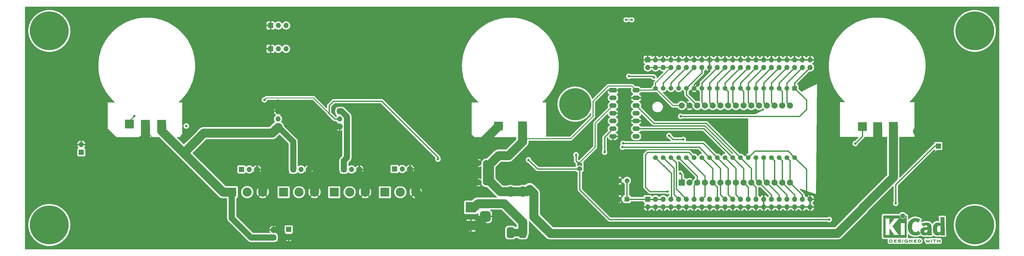
<source format=gtl>
G04 #@! TF.GenerationSoftware,KiCad,Pcbnew,7.0.10-1.fc39*
G04 #@! TF.CreationDate,2024-01-19T21:35:41-05:00*
G04 #@! TF.ProjectId,SYSMATT-WS2812-MATRIX-CARRIER-32X8,5359534d-4154-4542-9d57-53323831322d,rev?*
G04 #@! TF.SameCoordinates,Original*
G04 #@! TF.FileFunction,Copper,L1,Top*
G04 #@! TF.FilePolarity,Positive*
%FSLAX46Y46*%
G04 Gerber Fmt 4.6, Leading zero omitted, Abs format (unit mm)*
G04 Created by KiCad (PCBNEW 7.0.10-1.fc39) date 2024-01-19 21:35:41*
%MOMM*%
%LPD*%
G01*
G04 APERTURE LIST*
G04 Aperture macros list*
%AMRoundRect*
0 Rectangle with rounded corners*
0 $1 Rounding radius*
0 $2 $3 $4 $5 $6 $7 $8 $9 X,Y pos of 4 corners*
0 Add a 4 corners polygon primitive as box body*
4,1,4,$2,$3,$4,$5,$6,$7,$8,$9,$2,$3,0*
0 Add four circle primitives for the rounded corners*
1,1,$1+$1,$2,$3*
1,1,$1+$1,$4,$5*
1,1,$1+$1,$6,$7*
1,1,$1+$1,$8,$9*
0 Add four rect primitives between the rounded corners*
20,1,$1+$1,$2,$3,$4,$5,0*
20,1,$1+$1,$4,$5,$6,$7,0*
20,1,$1+$1,$6,$7,$8,$9,0*
20,1,$1+$1,$8,$9,$2,$3,0*%
%AMFreePoly0*
4,1,6,1.000000,0.000000,0.500000,-0.750000,-0.500000,-0.750000,-0.500000,0.750000,0.500000,0.750000,1.000000,0.000000,1.000000,0.000000,$1*%
%AMFreePoly1*
4,1,6,0.500000,-0.750000,-0.650000,-0.750000,-0.150000,0.000000,-0.650000,0.750000,0.500000,0.750000,0.500000,-0.750000,0.500000,-0.750000,$1*%
G04 Aperture macros list end*
G04 #@! TA.AperFunction,EtchedComponent*
%ADD10C,0.010000*%
G04 #@! TD*
G04 #@! TA.AperFunction,ComponentPad*
%ADD11C,1.600000*%
G04 #@! TD*
G04 #@! TA.AperFunction,ComponentPad*
%ADD12C,12.800000*%
G04 #@! TD*
G04 #@! TA.AperFunction,SMDPad,CuDef*
%ADD13R,3.000000X3.000000*%
G04 #@! TD*
G04 #@! TA.AperFunction,ComponentPad*
%ADD14R,1.700000X1.700000*%
G04 #@! TD*
G04 #@! TA.AperFunction,ComponentPad*
%ADD15O,1.700000X1.700000*%
G04 #@! TD*
G04 #@! TA.AperFunction,ComponentPad*
%ADD16R,1.600000X1.600000*%
G04 #@! TD*
G04 #@! TA.AperFunction,ComponentPad*
%ADD17R,3.000000X3.000000*%
G04 #@! TD*
G04 #@! TA.AperFunction,ComponentPad*
%ADD18C,3.000000*%
G04 #@! TD*
G04 #@! TA.AperFunction,ComponentPad*
%ADD19R,3.500000X3.500000*%
G04 #@! TD*
G04 #@! TA.AperFunction,ComponentPad*
%ADD20RoundRect,0.750000X1.000000X-0.750000X1.000000X0.750000X-1.000000X0.750000X-1.000000X-0.750000X0*%
G04 #@! TD*
G04 #@! TA.AperFunction,ComponentPad*
%ADD21RoundRect,0.875000X0.875000X-0.875000X0.875000X0.875000X-0.875000X0.875000X-0.875000X-0.875000X0*%
G04 #@! TD*
G04 #@! TA.AperFunction,SMDPad,CuDef*
%ADD22FreePoly0,90.000000*%
G04 #@! TD*
G04 #@! TA.AperFunction,SMDPad,CuDef*
%ADD23FreePoly1,90.000000*%
G04 #@! TD*
G04 #@! TA.AperFunction,ComponentPad*
%ADD24R,2.400000X1.600000*%
G04 #@! TD*
G04 #@! TA.AperFunction,ComponentPad*
%ADD25O,2.400000X1.600000*%
G04 #@! TD*
G04 #@! TA.AperFunction,ComponentPad*
%ADD26RoundRect,0.625000X0.625000X-1.125000X0.625000X1.125000X-0.625000X1.125000X-0.625000X-1.125000X0*%
G04 #@! TD*
G04 #@! TA.AperFunction,ComponentPad*
%ADD27O,2.500000X3.500000*%
G04 #@! TD*
G04 #@! TA.AperFunction,ComponentPad*
%ADD28C,10.600000*%
G04 #@! TD*
G04 #@! TA.AperFunction,ComponentPad*
%ADD29R,2.000000X2.000000*%
G04 #@! TD*
G04 #@! TA.AperFunction,ComponentPad*
%ADD30C,2.000000*%
G04 #@! TD*
G04 #@! TA.AperFunction,ComponentPad*
%ADD31R,1.560000X1.560000*%
G04 #@! TD*
G04 #@! TA.AperFunction,ComponentPad*
%ADD32C,1.560000*%
G04 #@! TD*
G04 #@! TA.AperFunction,ViaPad*
%ADD33C,0.800000*%
G04 #@! TD*
G04 #@! TA.AperFunction,Conductor*
%ADD34C,2.000000*%
G04 #@! TD*
G04 #@! TA.AperFunction,Conductor*
%ADD35C,0.400000*%
G04 #@! TD*
G04 #@! TA.AperFunction,Conductor*
%ADD36C,3.000000*%
G04 #@! TD*
G04 #@! TA.AperFunction,Conductor*
%ADD37C,0.250000*%
G04 #@! TD*
G04 #@! TA.AperFunction,Conductor*
%ADD38C,0.300000*%
G04 #@! TD*
G04 #@! TA.AperFunction,Conductor*
%ADD39C,2.500000*%
G04 #@! TD*
G04 APERTURE END LIST*
D10*
X308321604Y12734524D02*
X308353174Y12714859D01*
X308388656Y12686128D01*
X308388656Y12258035D01*
X308388543Y12132811D01*
X308388059Y12034154D01*
X308386986Y11958571D01*
X308385108Y11902568D01*
X308382206Y11862654D01*
X308378063Y11835335D01*
X308372462Y11817120D01*
X308365185Y11804515D01*
X308360024Y11798305D01*
X308318168Y11771021D01*
X308270505Y11772134D01*
X308228753Y11795399D01*
X308193271Y11824130D01*
X308193271Y12686128D01*
X308228753Y12714859D01*
X308262998Y12735759D01*
X308290963Y12743591D01*
X308321604Y12734524D01*
G04 #@! TA.AperFunction,EtchedComponent*
G36*
X308321604Y12734524D02*
G01*
X308353174Y12714859D01*
X308388656Y12686128D01*
X308388656Y12258035D01*
X308388543Y12132811D01*
X308388059Y12034154D01*
X308386986Y11958571D01*
X308385108Y11902568D01*
X308382206Y11862654D01*
X308378063Y11835335D01*
X308372462Y11817120D01*
X308365185Y11804515D01*
X308360024Y11798305D01*
X308318168Y11771021D01*
X308270505Y11772134D01*
X308228753Y11795399D01*
X308193271Y11824130D01*
X308193271Y12686128D01*
X308228753Y12714859D01*
X308262998Y12735759D01*
X308290963Y12743591D01*
X308321604Y12734524D01*
G37*
G04 #@! TD.AperFunction*
X298852383Y12713531D02*
X298861145Y12703449D01*
X298868018Y12690442D01*
X298873231Y12671026D01*
X298877012Y12641717D01*
X298879590Y12599030D01*
X298881193Y12539482D01*
X298882051Y12459587D01*
X298882390Y12355861D01*
X298882443Y12255129D01*
X298882350Y12130185D01*
X298881919Y12031816D01*
X298880923Y11956536D01*
X298879131Y11900863D01*
X298876317Y11861311D01*
X298872250Y11834396D01*
X298866704Y11816634D01*
X298859449Y11804540D01*
X298852383Y11796727D01*
X298808444Y11770525D01*
X298761626Y11772876D01*
X298719737Y11801453D01*
X298710112Y11812610D01*
X298702591Y11825554D01*
X298696912Y11843865D01*
X298692819Y11871119D01*
X298690051Y11910897D01*
X298688350Y11966775D01*
X298687457Y12042333D01*
X298687113Y12141149D01*
X298687058Y12253023D01*
X298687058Y12669809D01*
X298723949Y12706700D01*
X298769421Y12737737D01*
X298813530Y12738856D01*
X298852383Y12713531D01*
G04 #@! TA.AperFunction,EtchedComponent*
G36*
X298852383Y12713531D02*
G01*
X298861145Y12703449D01*
X298868018Y12690442D01*
X298873231Y12671026D01*
X298877012Y12641717D01*
X298879590Y12599030D01*
X298881193Y12539482D01*
X298882051Y12459587D01*
X298882390Y12355861D01*
X298882443Y12255129D01*
X298882350Y12130185D01*
X298881919Y12031816D01*
X298880923Y11956536D01*
X298879131Y11900863D01*
X298876317Y11861311D01*
X298872250Y11834396D01*
X298866704Y11816634D01*
X298859449Y11804540D01*
X298852383Y11796727D01*
X298808444Y11770525D01*
X298761626Y11772876D01*
X298719737Y11801453D01*
X298710112Y11812610D01*
X298702591Y11825554D01*
X298696912Y11843865D01*
X298692819Y11871119D01*
X298690051Y11910897D01*
X298688350Y11966775D01*
X298687457Y12042333D01*
X298687113Y12141149D01*
X298687058Y12253023D01*
X298687058Y12669809D01*
X298723949Y12706700D01*
X298769421Y12737737D01*
X298813530Y12738856D01*
X298852383Y12713531D01*
G37*
G04 #@! TD.AperFunction*
X298967682Y21266068D02*
X299103929Y21218829D01*
X299230779Y21144474D01*
X299344067Y21043014D01*
X299439628Y20914458D01*
X299482554Y20833429D01*
X299519705Y20720093D01*
X299537712Y20589250D01*
X299535717Y20454736D01*
X299513577Y20332843D01*
X299453064Y20183894D01*
X299365314Y20054692D01*
X299254788Y19947778D01*
X299125946Y19865695D01*
X298983247Y19810985D01*
X298831151Y19786191D01*
X298674119Y19793854D01*
X298596714Y19810229D01*
X298445859Y19868912D01*
X298311875Y19958458D01*
X298197994Y20076108D01*
X298107448Y20219099D01*
X298099788Y20234715D01*
X298073306Y20293315D01*
X298056678Y20342667D01*
X298047650Y20394731D01*
X298043968Y20461462D01*
X298043357Y20534072D01*
X298044367Y20621310D01*
X298048928Y20684377D01*
X298059334Y20735365D01*
X298077879Y20786368D01*
X298100770Y20836688D01*
X298186154Y20979531D01*
X298291301Y21095191D01*
X298412045Y21183676D01*
X298544221Y21244996D01*
X298683663Y21279162D01*
X298826205Y21286183D01*
X298967682Y21266068D01*
G04 #@! TA.AperFunction,EtchedComponent*
G36*
X298967682Y21266068D02*
G01*
X299103929Y21218829D01*
X299230779Y21144474D01*
X299344067Y21043014D01*
X299439628Y20914458D01*
X299482554Y20833429D01*
X299519705Y20720093D01*
X299537712Y20589250D01*
X299535717Y20454736D01*
X299513577Y20332843D01*
X299453064Y20183894D01*
X299365314Y20054692D01*
X299254788Y19947778D01*
X299125946Y19865695D01*
X298983247Y19810985D01*
X298831151Y19786191D01*
X298674119Y19793854D01*
X298596714Y19810229D01*
X298445859Y19868912D01*
X298311875Y19958458D01*
X298197994Y20076108D01*
X298107448Y20219099D01*
X298099788Y20234715D01*
X298073306Y20293315D01*
X298056678Y20342667D01*
X298047650Y20394731D01*
X298043968Y20461462D01*
X298043357Y20534072D01*
X298044367Y20621310D01*
X298048928Y20684377D01*
X298059334Y20735365D01*
X298077879Y20786368D01*
X298100770Y20836688D01*
X298186154Y20979531D01*
X298291301Y21095191D01*
X298412045Y21183676D01*
X298544221Y21244996D01*
X298683663Y21279162D01*
X298826205Y21286183D01*
X298967682Y21266068D01*
G37*
G04 #@! TD.AperFunction*
X309352677Y12743462D02*
X309457465Y12742958D01*
X309538799Y12741905D01*
X309599980Y12740125D01*
X309644311Y12737444D01*
X309675094Y12733687D01*
X309695631Y12728676D01*
X309709225Y12722238D01*
X309715803Y12717289D01*
X309749944Y12673972D01*
X309754074Y12628998D01*
X309732976Y12588141D01*
X309719179Y12571815D01*
X309704332Y12560683D01*
X309682815Y12553751D01*
X309649008Y12550024D01*
X309597292Y12548507D01*
X309522047Y12548207D01*
X309507269Y12548206D01*
X309312975Y12548206D01*
X309312975Y12187496D01*
X309312847Y12073800D01*
X309312266Y11986316D01*
X309310936Y11921199D01*
X309308560Y11874603D01*
X309304844Y11842682D01*
X309299492Y11821589D01*
X309292207Y11807478D01*
X309282916Y11796727D01*
X309239071Y11770305D01*
X309193300Y11772387D01*
X309151790Y11802532D01*
X309148741Y11806268D01*
X309138812Y11820391D01*
X309131248Y11836915D01*
X309125729Y11859855D01*
X309121933Y11893228D01*
X309119542Y11941046D01*
X309118234Y12007327D01*
X309117691Y12096083D01*
X309117591Y12197038D01*
X309117591Y12548206D01*
X308932050Y12548206D01*
X308852427Y12548745D01*
X308797304Y12550844D01*
X308761132Y12555230D01*
X308738362Y12562625D01*
X308723447Y12573756D01*
X308721636Y12575691D01*
X308699858Y12619944D01*
X308701784Y12669972D01*
X308726821Y12713531D01*
X308736504Y12721981D01*
X308748988Y12728680D01*
X308767603Y12733832D01*
X308795677Y12737640D01*
X308836541Y12740304D01*
X308893522Y12742029D01*
X308969952Y12743017D01*
X309069157Y12743469D01*
X309194469Y12743589D01*
X309221133Y12743591D01*
X309352677Y12743462D01*
G04 #@! TA.AperFunction,EtchedComponent*
G36*
X309352677Y12743462D02*
G01*
X309457465Y12742958D01*
X309538799Y12741905D01*
X309599980Y12740125D01*
X309644311Y12737444D01*
X309675094Y12733687D01*
X309695631Y12728676D01*
X309709225Y12722238D01*
X309715803Y12717289D01*
X309749944Y12673972D01*
X309754074Y12628998D01*
X309732976Y12588141D01*
X309719179Y12571815D01*
X309704332Y12560683D01*
X309682815Y12553751D01*
X309649008Y12550024D01*
X309597292Y12548507D01*
X309522047Y12548207D01*
X309507269Y12548206D01*
X309312975Y12548206D01*
X309312975Y12187496D01*
X309312847Y12073800D01*
X309312266Y11986316D01*
X309310936Y11921199D01*
X309308560Y11874603D01*
X309304844Y11842682D01*
X309299492Y11821589D01*
X309292207Y11807478D01*
X309282916Y11796727D01*
X309239071Y11770305D01*
X309193300Y11772387D01*
X309151790Y11802532D01*
X309148741Y11806268D01*
X309138812Y11820391D01*
X309131248Y11836915D01*
X309125729Y11859855D01*
X309121933Y11893228D01*
X309119542Y11941046D01*
X309118234Y12007327D01*
X309117691Y12096083D01*
X309117591Y12197038D01*
X309117591Y12548206D01*
X308932050Y12548206D01*
X308852427Y12548745D01*
X308797304Y12550844D01*
X308761132Y12555230D01*
X308738362Y12562625D01*
X308723447Y12573756D01*
X308721636Y12575691D01*
X308699858Y12619944D01*
X308701784Y12669972D01*
X308726821Y12713531D01*
X308736504Y12721981D01*
X308748988Y12728680D01*
X308767603Y12733832D01*
X308795677Y12737640D01*
X308836541Y12740304D01*
X308893522Y12742029D01*
X308969952Y12743017D01*
X309069157Y12743469D01*
X309194469Y12743589D01*
X309221133Y12743591D01*
X309352677Y12743462D01*
G37*
G04 #@! TD.AperFunction*
X311037859Y12736313D02*
X311079635Y12706700D01*
X311116525Y12669809D01*
X311116525Y12257839D01*
X311116429Y12135515D01*
X311115972Y12039603D01*
X311114903Y11966457D01*
X311112971Y11912431D01*
X311109923Y11873878D01*
X311105509Y11847153D01*
X311099476Y11828607D01*
X311091574Y11814596D01*
X311085375Y11806268D01*
X311044461Y11773552D01*
X310997482Y11770001D01*
X310954544Y11790064D01*
X310940356Y11801909D01*
X310930872Y11817643D01*
X310925151Y11842979D01*
X310922253Y11883631D01*
X310921238Y11945313D01*
X310921141Y11992963D01*
X310921141Y12172466D01*
X310259839Y12172466D01*
X310259839Y12009168D01*
X310259155Y11934496D01*
X310256419Y11883177D01*
X310250604Y11848524D01*
X310240684Y11823846D01*
X310228689Y11806268D01*
X310187546Y11773644D01*
X310141017Y11769781D01*
X310096473Y11792969D01*
X310084312Y11805125D01*
X310075723Y11821240D01*
X310070058Y11846341D01*
X310066669Y11885457D01*
X310064908Y11943615D01*
X310064128Y12025843D01*
X310064036Y12044715D01*
X310063392Y12199644D01*
X310063060Y12327327D01*
X310063168Y12430574D01*
X310063845Y12512198D01*
X310065218Y12575009D01*
X310067416Y12621820D01*
X310070566Y12655442D01*
X310074798Y12678686D01*
X310080238Y12694365D01*
X310087015Y12705290D01*
X310094514Y12713531D01*
X310136933Y12739894D01*
X310181172Y12736313D01*
X310222948Y12706700D01*
X310239853Y12687594D01*
X310250629Y12666490D01*
X310256641Y12636433D01*
X310259256Y12590468D01*
X310259839Y12521641D01*
X310259839Y12367851D01*
X310921141Y12367851D01*
X310921141Y12525662D01*
X310921816Y12598365D01*
X310924526Y12647456D01*
X310930301Y12679365D01*
X310940169Y12700523D01*
X310951200Y12713531D01*
X310993619Y12739894D01*
X311037859Y12736313D01*
G04 #@! TA.AperFunction,EtchedComponent*
G36*
X311037859Y12736313D02*
G01*
X311079635Y12706700D01*
X311116525Y12669809D01*
X311116525Y12257839D01*
X311116429Y12135515D01*
X311115972Y12039603D01*
X311114903Y11966457D01*
X311112971Y11912431D01*
X311109923Y11873878D01*
X311105509Y11847153D01*
X311099476Y11828607D01*
X311091574Y11814596D01*
X311085375Y11806268D01*
X311044461Y11773552D01*
X310997482Y11770001D01*
X310954544Y11790064D01*
X310940356Y11801909D01*
X310930872Y11817643D01*
X310925151Y11842979D01*
X310922253Y11883631D01*
X310921238Y11945313D01*
X310921141Y11992963D01*
X310921141Y12172466D01*
X310259839Y12172466D01*
X310259839Y12009168D01*
X310259155Y11934496D01*
X310256419Y11883177D01*
X310250604Y11848524D01*
X310240684Y11823846D01*
X310228689Y11806268D01*
X310187546Y11773644D01*
X310141017Y11769781D01*
X310096473Y11792969D01*
X310084312Y11805125D01*
X310075723Y11821240D01*
X310070058Y11846341D01*
X310066669Y11885457D01*
X310064908Y11943615D01*
X310064128Y12025843D01*
X310064036Y12044715D01*
X310063392Y12199644D01*
X310063060Y12327327D01*
X310063168Y12430574D01*
X310063845Y12512198D01*
X310065218Y12575009D01*
X310067416Y12621820D01*
X310070566Y12655442D01*
X310074798Y12678686D01*
X310080238Y12694365D01*
X310087015Y12705290D01*
X310094514Y12713531D01*
X310136933Y12739894D01*
X310181172Y12736313D01*
X310222948Y12706700D01*
X310239853Y12687594D01*
X310250629Y12666490D01*
X310256641Y12636433D01*
X310259256Y12590468D01*
X310259839Y12521641D01*
X310259839Y12367851D01*
X310921141Y12367851D01*
X310921141Y12525662D01*
X310921816Y12598365D01*
X310924526Y12647456D01*
X310930301Y12679365D01*
X310940169Y12700523D01*
X310951200Y12713531D01*
X310993619Y12739894D01*
X311037859Y12736313D01*
G37*
G04 #@! TD.AperFunction*
X304100783Y12743314D02*
X304272501Y12737508D01*
X304418555Y12719900D01*
X304541353Y12689438D01*
X304643303Y12645066D01*
X304726814Y12585730D01*
X304794293Y12510377D01*
X304848149Y12417951D01*
X304849208Y12415697D01*
X304881349Y12332977D01*
X304892801Y12259717D01*
X304883520Y12185989D01*
X304853461Y12101866D01*
X304847761Y12089064D01*
X304808885Y12014139D01*
X304765195Y11956244D01*
X304708806Y11907029D01*
X304631838Y11858144D01*
X304627366Y11855592D01*
X304560363Y11823406D01*
X304484631Y11799369D01*
X304395304Y11782650D01*
X304287515Y11772422D01*
X304156398Y11767855D01*
X304110072Y11767458D01*
X303889476Y11766667D01*
X303858326Y11806268D01*
X303849086Y11819290D01*
X303841878Y11834497D01*
X303836450Y11855535D01*
X303832551Y11886051D01*
X303829929Y11929690D01*
X303829074Y11962052D01*
X304037591Y11962052D01*
X304162582Y11962052D01*
X304235723Y11964191D01*
X304310807Y11969820D01*
X304372430Y11977758D01*
X304376149Y11978426D01*
X304485599Y12007789D01*
X304570494Y12051904D01*
X304633518Y12112818D01*
X304677360Y12192577D01*
X304684983Y12213717D01*
X304692456Y12246639D01*
X304689221Y12279165D01*
X304673479Y12322437D01*
X304663990Y12343694D01*
X304632917Y12400181D01*
X304595479Y12439810D01*
X304554287Y12467407D01*
X304471776Y12503319D01*
X304366179Y12529333D01*
X304243164Y12544313D01*
X304154070Y12547609D01*
X304037591Y12548206D01*
X304037591Y11962052D01*
X303829074Y11962052D01*
X303828332Y11990101D01*
X303827510Y12070929D01*
X303827210Y12175820D01*
X303827176Y12257839D01*
X303827176Y12669809D01*
X303864067Y12706700D01*
X303880440Y12721653D01*
X303898143Y12731893D01*
X303922865Y12738300D01*
X303960294Y12741754D01*
X304016119Y12743134D01*
X304096028Y12743320D01*
X304100783Y12743314D01*
G04 #@! TA.AperFunction,EtchedComponent*
G36*
X304100783Y12743314D02*
G01*
X304272501Y12737508D01*
X304418555Y12719900D01*
X304541353Y12689438D01*
X304643303Y12645066D01*
X304726814Y12585730D01*
X304794293Y12510377D01*
X304848149Y12417951D01*
X304849208Y12415697D01*
X304881349Y12332977D01*
X304892801Y12259717D01*
X304883520Y12185989D01*
X304853461Y12101866D01*
X304847761Y12089064D01*
X304808885Y12014139D01*
X304765195Y11956244D01*
X304708806Y11907029D01*
X304631838Y11858144D01*
X304627366Y11855592D01*
X304560363Y11823406D01*
X304484631Y11799369D01*
X304395304Y11782650D01*
X304287515Y11772422D01*
X304156398Y11767855D01*
X304110072Y11767458D01*
X303889476Y11766667D01*
X303858326Y11806268D01*
X303849086Y11819290D01*
X303841878Y11834497D01*
X303836450Y11855535D01*
X303832551Y11886051D01*
X303829929Y11929690D01*
X303829074Y11962052D01*
X304037591Y11962052D01*
X304162582Y11962052D01*
X304235723Y11964191D01*
X304310807Y11969820D01*
X304372430Y11977758D01*
X304376149Y11978426D01*
X304485599Y12007789D01*
X304570494Y12051904D01*
X304633518Y12112818D01*
X304677360Y12192577D01*
X304684983Y12213717D01*
X304692456Y12246639D01*
X304689221Y12279165D01*
X304673479Y12322437D01*
X304663990Y12343694D01*
X304632917Y12400181D01*
X304595479Y12439810D01*
X304554287Y12467407D01*
X304471776Y12503319D01*
X304366179Y12529333D01*
X304243164Y12544313D01*
X304154070Y12547609D01*
X304037591Y12548206D01*
X304037591Y11962052D01*
X303829074Y11962052D01*
X303828332Y11990101D01*
X303827510Y12070929D01*
X303827210Y12175820D01*
X303827176Y12257839D01*
X303827176Y12669809D01*
X303864067Y12706700D01*
X303880440Y12721653D01*
X303898143Y12731893D01*
X303922865Y12738300D01*
X303960294Y12741754D01*
X304016119Y12743134D01*
X304096028Y12743320D01*
X304100783Y12743314D01*
G37*
G04 #@! TD.AperFunction*
X294595292Y12743592D02*
X294647857Y12743057D01*
X294801881Y12739341D01*
X294930875Y12728302D01*
X295039237Y12708755D01*
X295131362Y12679518D01*
X295211647Y12639404D01*
X295284488Y12587232D01*
X295310505Y12564568D01*
X295353663Y12511539D01*
X295392579Y12439580D01*
X295422573Y12359817D01*
X295438965Y12283376D01*
X295440668Y12255129D01*
X295429995Y12176827D01*
X295401393Y12091296D01*
X295359989Y12010338D01*
X295310905Y11945755D01*
X295302933Y11937963D01*
X295235400Y11883193D01*
X295161448Y11840438D01*
X295076812Y11808578D01*
X294977229Y11786493D01*
X294858434Y11773063D01*
X294716166Y11767167D01*
X294651000Y11766667D01*
X294568145Y11767066D01*
X294509877Y11768735D01*
X294470730Y11772379D01*
X294445237Y11778708D01*
X294427932Y11788427D01*
X294418656Y11796727D01*
X294409894Y11806809D01*
X294403021Y11819816D01*
X294397808Y11839232D01*
X294394027Y11868541D01*
X294391449Y11911228D01*
X294389846Y11970776D01*
X294388989Y12050671D01*
X294388649Y12154396D01*
X294388597Y12255129D01*
X294388266Y12389482D01*
X294388338Y12496809D01*
X294389616Y12548206D01*
X294583981Y12548206D01*
X294583981Y11962052D01*
X294707975Y11962166D01*
X294782585Y11964305D01*
X294860728Y11969818D01*
X294925926Y11977529D01*
X294927910Y11977846D01*
X295033283Y12003323D01*
X295115014Y12043001D01*
X295177184Y12099463D01*
X295216686Y12160595D01*
X295241026Y12228408D01*
X295239139Y12292082D01*
X295210891Y12360336D01*
X295155638Y12430945D01*
X295079073Y12483266D01*
X294979551Y12518238D01*
X294913039Y12530615D01*
X294837539Y12539307D01*
X294757521Y12545597D01*
X294689462Y12548213D01*
X294685431Y12548225D01*
X294583981Y12548206D01*
X294389616Y12548206D01*
X294390410Y12580120D01*
X294396085Y12642422D01*
X294406959Y12686726D01*
X294424632Y12716041D01*
X294450703Y12733376D01*
X294486771Y12741740D01*
X294534434Y12744142D01*
X294595292Y12743592D01*
G04 #@! TA.AperFunction,EtchedComponent*
G36*
X294595292Y12743592D02*
G01*
X294647857Y12743057D01*
X294801881Y12739341D01*
X294930875Y12728302D01*
X295039237Y12708755D01*
X295131362Y12679518D01*
X295211647Y12639404D01*
X295284488Y12587232D01*
X295310505Y12564568D01*
X295353663Y12511539D01*
X295392579Y12439580D01*
X295422573Y12359817D01*
X295438965Y12283376D01*
X295440668Y12255129D01*
X295429995Y12176827D01*
X295401393Y12091296D01*
X295359989Y12010338D01*
X295310905Y11945755D01*
X295302933Y11937963D01*
X295235400Y11883193D01*
X295161448Y11840438D01*
X295076812Y11808578D01*
X294977229Y11786493D01*
X294858434Y11773063D01*
X294716166Y11767167D01*
X294651000Y11766667D01*
X294568145Y11767066D01*
X294509877Y11768735D01*
X294470730Y11772379D01*
X294445237Y11778708D01*
X294427932Y11788427D01*
X294418656Y11796727D01*
X294409894Y11806809D01*
X294403021Y11819816D01*
X294397808Y11839232D01*
X294394027Y11868541D01*
X294391449Y11911228D01*
X294389846Y11970776D01*
X294388989Y12050671D01*
X294388649Y12154396D01*
X294388597Y12255129D01*
X294388266Y12389482D01*
X294388338Y12496809D01*
X294389616Y12548206D01*
X294583981Y12548206D01*
X294583981Y11962052D01*
X294707975Y11962166D01*
X294782585Y11964305D01*
X294860728Y11969818D01*
X294925926Y11977529D01*
X294927910Y11977846D01*
X295033283Y12003323D01*
X295115014Y12043001D01*
X295177184Y12099463D01*
X295216686Y12160595D01*
X295241026Y12228408D01*
X295239139Y12292082D01*
X295210891Y12360336D01*
X295155638Y12430945D01*
X295079073Y12483266D01*
X294979551Y12518238D01*
X294913039Y12530615D01*
X294837539Y12539307D01*
X294757521Y12545597D01*
X294689462Y12548213D01*
X294685431Y12548225D01*
X294583981Y12548206D01*
X294389616Y12548206D01*
X294390410Y12580120D01*
X294396085Y12642422D01*
X294406959Y12686726D01*
X294424632Y12716041D01*
X294450703Y12733376D01*
X294486771Y12741740D01*
X294534434Y12744142D01*
X294595292Y12743592D01*
G37*
G04 #@! TD.AperFunction*
X301014126Y12737757D02*
X301045501Y12719352D01*
X301086524Y12689252D01*
X301139322Y12646041D01*
X301206021Y12588299D01*
X301288747Y12514609D01*
X301389626Y12423553D01*
X301505105Y12318863D01*
X301745579Y12100794D01*
X301753094Y12393493D01*
X301755807Y12494247D01*
X301758424Y12569279D01*
X301761526Y12622917D01*
X301765690Y12659491D01*
X301771495Y12683330D01*
X301779522Y12698763D01*
X301790349Y12710119D01*
X301796090Y12714891D01*
X301842063Y12740124D01*
X301885809Y12736435D01*
X301920511Y12714878D01*
X301955993Y12686166D01*
X301960406Y12266851D01*
X301961627Y12143530D01*
X301962249Y12046653D01*
X301962056Y11972607D01*
X301960832Y11917780D01*
X301958362Y11878558D01*
X301954432Y11851328D01*
X301948826Y11832478D01*
X301941328Y11818396D01*
X301933013Y11807102D01*
X301915024Y11786155D01*
X301897125Y11772270D01*
X301876834Y11766941D01*
X301851668Y11771661D01*
X301819146Y11787924D01*
X301776783Y11817224D01*
X301722098Y11861055D01*
X301652609Y11920910D01*
X301565831Y11998283D01*
X301467531Y12087187D01*
X301114336Y12407566D01*
X301106821Y12115824D01*
X301104103Y12015254D01*
X301101479Y11940397D01*
X301098367Y11886917D01*
X301094184Y11850475D01*
X301088349Y11826733D01*
X301080280Y11811355D01*
X301069395Y11800001D01*
X301063825Y11795375D01*
X301014590Y11769959D01*
X300968069Y11773792D01*
X300927557Y11806268D01*
X300918290Y11819334D01*
X300911067Y11834592D01*
X300905634Y11855705D01*
X300901738Y11886332D01*
X300899125Y11930135D01*
X300897539Y11990774D01*
X300896728Y12071910D01*
X300896438Y12177204D01*
X300896407Y12255129D01*
X300896505Y12377013D01*
X300896967Y12472498D01*
X300898049Y12545246D01*
X300900003Y12598918D01*
X300903084Y12637174D01*
X300907546Y12663674D01*
X300913643Y12682081D01*
X300921629Y12696053D01*
X300927557Y12703990D01*
X300942584Y12722789D01*
X300956628Y12736984D01*
X300971816Y12745155D01*
X300990273Y12745885D01*
X301014126Y12737757D01*
G04 #@! TA.AperFunction,EtchedComponent*
G36*
X301014126Y12737757D02*
G01*
X301045501Y12719352D01*
X301086524Y12689252D01*
X301139322Y12646041D01*
X301206021Y12588299D01*
X301288747Y12514609D01*
X301389626Y12423553D01*
X301505105Y12318863D01*
X301745579Y12100794D01*
X301753094Y12393493D01*
X301755807Y12494247D01*
X301758424Y12569279D01*
X301761526Y12622917D01*
X301765690Y12659491D01*
X301771495Y12683330D01*
X301779522Y12698763D01*
X301790349Y12710119D01*
X301796090Y12714891D01*
X301842063Y12740124D01*
X301885809Y12736435D01*
X301920511Y12714878D01*
X301955993Y12686166D01*
X301960406Y12266851D01*
X301961627Y12143530D01*
X301962249Y12046653D01*
X301962056Y11972607D01*
X301960832Y11917780D01*
X301958362Y11878558D01*
X301954432Y11851328D01*
X301948826Y11832478D01*
X301941328Y11818396D01*
X301933013Y11807102D01*
X301915024Y11786155D01*
X301897125Y11772270D01*
X301876834Y11766941D01*
X301851668Y11771661D01*
X301819146Y11787924D01*
X301776783Y11817224D01*
X301722098Y11861055D01*
X301652609Y11920910D01*
X301565831Y11998283D01*
X301467531Y12087187D01*
X301114336Y12407566D01*
X301106821Y12115824D01*
X301104103Y12015254D01*
X301101479Y11940397D01*
X301098367Y11886917D01*
X301094184Y11850475D01*
X301088349Y11826733D01*
X301080280Y11811355D01*
X301069395Y11800001D01*
X301063825Y11795375D01*
X301014590Y11769959D01*
X300968069Y11773792D01*
X300927557Y11806268D01*
X300918290Y11819334D01*
X300911067Y11834592D01*
X300905634Y11855705D01*
X300901738Y11886332D01*
X300899125Y11930135D01*
X300897539Y11990774D01*
X300896728Y12071910D01*
X300896438Y12177204D01*
X300896407Y12255129D01*
X300896505Y12377013D01*
X300896967Y12472498D01*
X300898049Y12545246D01*
X300900003Y12598918D01*
X300903084Y12637174D01*
X300907546Y12663674D01*
X300913643Y12682081D01*
X300921629Y12696053D01*
X300927557Y12703990D01*
X300942584Y12722789D01*
X300956628Y12736984D01*
X300971816Y12745155D01*
X300990273Y12745885D01*
X301014126Y12737757D01*
G37*
G04 #@! TD.AperFunction*
X300148784Y12736225D02*
X300240005Y12720919D01*
X300310064Y12697126D01*
X300355642Y12665797D01*
X300368062Y12647923D01*
X300380692Y12606352D01*
X300372193Y12568745D01*
X300345361Y12533082D01*
X300303670Y12516398D01*
X300243176Y12517753D01*
X300196387Y12526792D01*
X300092418Y12544014D01*
X299986166Y12545650D01*
X299867237Y12531672D01*
X299834386Y12525749D01*
X299723801Y12494570D01*
X299637287Y12448191D01*
X299575793Y12387402D01*
X299540268Y12312993D01*
X299532921Y12274523D01*
X299537730Y12196474D01*
X299568780Y12127420D01*
X299623240Y12068708D01*
X299698282Y12021684D01*
X299791076Y11987694D01*
X299898794Y11968083D01*
X300018605Y11964196D01*
X300147681Y11977381D01*
X300154969Y11978625D01*
X300206308Y11988187D01*
X300234774Y11997423D01*
X300247112Y12011128D01*
X300250068Y12034095D01*
X300250135Y12046258D01*
X300250135Y12097318D01*
X300158969Y12097318D01*
X300078464Y12102833D01*
X300023525Y12120407D01*
X299991560Y12151584D01*
X299979974Y12197907D01*
X299979833Y12203953D01*
X299986611Y12243548D01*
X300009855Y12271820D01*
X300053116Y12290530D01*
X300119945Y12301437D01*
X300184676Y12305447D01*
X300278759Y12307748D01*
X300347002Y12304237D01*
X300393545Y12291282D01*
X300422528Y12265251D01*
X300438091Y12222510D01*
X300444375Y12159427D01*
X300445520Y12076573D01*
X300443644Y11984091D01*
X300438000Y11921183D01*
X300428564Y11887598D01*
X300426733Y11884968D01*
X300374921Y11843003D01*
X300298956Y11809769D01*
X300203654Y11785978D01*
X300093830Y11772338D01*
X299974300Y11769559D01*
X299849880Y11778352D01*
X299776703Y11789152D01*
X299661926Y11821639D01*
X299555250Y11874751D01*
X299465935Y11943682D01*
X299452360Y11957459D01*
X299408254Y12015379D01*
X299368457Y12087161D01*
X299337619Y12162418D01*
X299320389Y12230760D01*
X299318312Y12257008D01*
X299327153Y12311760D01*
X299350651Y12379882D01*
X299384297Y12451587D01*
X299423582Y12517088D01*
X299458291Y12560839D01*
X299539443Y12625918D01*
X299644348Y12677716D01*
X299769246Y12715063D01*
X299910379Y12736784D01*
X300039721Y12742092D01*
X300148784Y12736225D01*
G04 #@! TA.AperFunction,EtchedComponent*
G36*
X300148784Y12736225D02*
G01*
X300240005Y12720919D01*
X300310064Y12697126D01*
X300355642Y12665797D01*
X300368062Y12647923D01*
X300380692Y12606352D01*
X300372193Y12568745D01*
X300345361Y12533082D01*
X300303670Y12516398D01*
X300243176Y12517753D01*
X300196387Y12526792D01*
X300092418Y12544014D01*
X299986166Y12545650D01*
X299867237Y12531672D01*
X299834386Y12525749D01*
X299723801Y12494570D01*
X299637287Y12448191D01*
X299575793Y12387402D01*
X299540268Y12312993D01*
X299532921Y12274523D01*
X299537730Y12196474D01*
X299568780Y12127420D01*
X299623240Y12068708D01*
X299698282Y12021684D01*
X299791076Y11987694D01*
X299898794Y11968083D01*
X300018605Y11964196D01*
X300147681Y11977381D01*
X300154969Y11978625D01*
X300206308Y11988187D01*
X300234774Y11997423D01*
X300247112Y12011128D01*
X300250068Y12034095D01*
X300250135Y12046258D01*
X300250135Y12097318D01*
X300158969Y12097318D01*
X300078464Y12102833D01*
X300023525Y12120407D01*
X299991560Y12151584D01*
X299979974Y12197907D01*
X299979833Y12203953D01*
X299986611Y12243548D01*
X300009855Y12271820D01*
X300053116Y12290530D01*
X300119945Y12301437D01*
X300184676Y12305447D01*
X300278759Y12307748D01*
X300347002Y12304237D01*
X300393545Y12291282D01*
X300422528Y12265251D01*
X300438091Y12222510D01*
X300444375Y12159427D01*
X300445520Y12076573D01*
X300443644Y11984091D01*
X300438000Y11921183D01*
X300428564Y11887598D01*
X300426733Y11884968D01*
X300374921Y11843003D01*
X300298956Y11809769D01*
X300203654Y11785978D01*
X300093830Y11772338D01*
X299974300Y11769559D01*
X299849880Y11778352D01*
X299776703Y11789152D01*
X299661926Y11821639D01*
X299555250Y11874751D01*
X299465935Y11943682D01*
X299452360Y11957459D01*
X299408254Y12015379D01*
X299368457Y12087161D01*
X299337619Y12162418D01*
X299320389Y12230760D01*
X299318312Y12257008D01*
X299327153Y12311760D01*
X299350651Y12379882D01*
X299384297Y12451587D01*
X299423582Y12517088D01*
X299458291Y12560839D01*
X299539443Y12625918D01*
X299644348Y12677716D01*
X299769246Y12715063D01*
X299910379Y12736784D01*
X300039721Y12742092D01*
X300148784Y12736225D01*
G37*
G04 #@! TD.AperFunction*
X303051716Y12743334D02*
X303153377Y12742117D01*
X303231282Y12739271D01*
X303288581Y12734127D01*
X303328427Y12726017D01*
X303353968Y12714270D01*
X303368357Y12698219D01*
X303374745Y12677193D01*
X303376281Y12650525D01*
X303376289Y12647375D01*
X303374955Y12617211D01*
X303368651Y12593898D01*
X303353922Y12576495D01*
X303327315Y12564061D01*
X303285374Y12555656D01*
X303224646Y12550336D01*
X303141676Y12547162D01*
X303033011Y12545192D01*
X302999705Y12544756D01*
X302677413Y12540691D01*
X302672906Y12454271D01*
X302668398Y12367851D01*
X302892263Y12367851D01*
X302979721Y12367528D01*
X303042169Y12366164D01*
X303084654Y12363162D01*
X303112223Y12357928D01*
X303129922Y12349866D01*
X303142797Y12338381D01*
X303142880Y12338290D01*
X303166230Y12293530D01*
X303165386Y12245154D01*
X303140879Y12203915D01*
X303136029Y12199676D01*
X303118815Y12188752D01*
X303095226Y12181152D01*
X303060007Y12176304D01*
X303007900Y12173635D01*
X302933650Y12172573D01*
X302886162Y12172466D01*
X302669898Y12172466D01*
X302669898Y11962052D01*
X302998220Y11962052D01*
X303106618Y11961862D01*
X303188935Y11961087D01*
X303249149Y11959417D01*
X303291235Y11956543D01*
X303319171Y11952154D01*
X303336934Y11945942D01*
X303348500Y11937597D01*
X303351415Y11934567D01*
X303372936Y11892567D01*
X303374510Y11844787D01*
X303356855Y11803359D01*
X303342885Y11790064D01*
X303328354Y11782745D01*
X303305838Y11777082D01*
X303271776Y11772878D01*
X303222607Y11769933D01*
X303154768Y11768050D01*
X303064698Y11767031D01*
X302948837Y11766676D01*
X302922643Y11766667D01*
X302804839Y11766745D01*
X302713396Y11767170D01*
X302644614Y11768235D01*
X302594796Y11770232D01*
X302560240Y11773451D01*
X302537250Y11778185D01*
X302522126Y11784724D01*
X302511169Y11793360D01*
X302505158Y11799561D01*
X302496110Y11810544D01*
X302489042Y11824149D01*
X302483709Y11843945D01*
X302479868Y11873499D01*
X302477275Y11916380D01*
X302475687Y11976156D01*
X302474861Y12056394D01*
X302474552Y12160662D01*
X302474514Y12248421D01*
X302474608Y12371393D01*
X302475057Y12467932D01*
X302476108Y12541662D01*
X302478010Y12596211D01*
X302481009Y12635202D01*
X302485355Y12662262D01*
X302491294Y12681017D01*
X302499075Y12695091D01*
X302505664Y12703990D01*
X302536814Y12743591D01*
X302923148Y12743591D01*
X303051716Y12743334D01*
G04 #@! TA.AperFunction,EtchedComponent*
G36*
X303051716Y12743334D02*
G01*
X303153377Y12742117D01*
X303231282Y12739271D01*
X303288581Y12734127D01*
X303328427Y12726017D01*
X303353968Y12714270D01*
X303368357Y12698219D01*
X303374745Y12677193D01*
X303376281Y12650525D01*
X303376289Y12647375D01*
X303374955Y12617211D01*
X303368651Y12593898D01*
X303353922Y12576495D01*
X303327315Y12564061D01*
X303285374Y12555656D01*
X303224646Y12550336D01*
X303141676Y12547162D01*
X303033011Y12545192D01*
X302999705Y12544756D01*
X302677413Y12540691D01*
X302672906Y12454271D01*
X302668398Y12367851D01*
X302892263Y12367851D01*
X302979721Y12367528D01*
X303042169Y12366164D01*
X303084654Y12363162D01*
X303112223Y12357928D01*
X303129922Y12349866D01*
X303142797Y12338381D01*
X303142880Y12338290D01*
X303166230Y12293530D01*
X303165386Y12245154D01*
X303140879Y12203915D01*
X303136029Y12199676D01*
X303118815Y12188752D01*
X303095226Y12181152D01*
X303060007Y12176304D01*
X303007900Y12173635D01*
X302933650Y12172573D01*
X302886162Y12172466D01*
X302669898Y12172466D01*
X302669898Y11962052D01*
X302998220Y11962052D01*
X303106618Y11961862D01*
X303188935Y11961087D01*
X303249149Y11959417D01*
X303291235Y11956543D01*
X303319171Y11952154D01*
X303336934Y11945942D01*
X303348500Y11937597D01*
X303351415Y11934567D01*
X303372936Y11892567D01*
X303374510Y11844787D01*
X303356855Y11803359D01*
X303342885Y11790064D01*
X303328354Y11782745D01*
X303305838Y11777082D01*
X303271776Y11772878D01*
X303222607Y11769933D01*
X303154768Y11768050D01*
X303064698Y11767031D01*
X302948837Y11766676D01*
X302922643Y11766667D01*
X302804839Y11766745D01*
X302713396Y11767170D01*
X302644614Y11768235D01*
X302594796Y11770232D01*
X302560240Y11773451D01*
X302537250Y11778185D01*
X302522126Y11784724D01*
X302511169Y11793360D01*
X302505158Y11799561D01*
X302496110Y11810544D01*
X302489042Y11824149D01*
X302483709Y11843945D01*
X302479868Y11873499D01*
X302477275Y11916380D01*
X302475687Y11976156D01*
X302474861Y12056394D01*
X302474552Y12160662D01*
X302474514Y12248421D01*
X302474608Y12371393D01*
X302475057Y12467932D01*
X302476108Y12541662D01*
X302478010Y12596211D01*
X302481009Y12635202D01*
X302485355Y12662262D01*
X302491294Y12681017D01*
X302499075Y12695091D01*
X302505664Y12703990D01*
X302536814Y12743591D01*
X302923148Y12743591D01*
X303051716Y12743334D01*
G37*
G04 #@! TD.AperFunction*
X296470616Y12743485D02*
X296563024Y12742989D01*
X296632773Y12741836D01*
X296683563Y12739757D01*
X296719095Y12736486D01*
X296743068Y12731754D01*
X296759182Y12725294D01*
X296771137Y12716838D01*
X296775467Y12712946D01*
X296801795Y12671597D01*
X296806535Y12624085D01*
X296789216Y12581906D01*
X296781207Y12573381D01*
X296768254Y12565116D01*
X296747398Y12558740D01*
X296714770Y12553942D01*
X296666504Y12550413D01*
X296598732Y12547843D01*
X296507586Y12545920D01*
X296424255Y12544750D01*
X296094454Y12540691D01*
X296085440Y12367851D01*
X296309304Y12367851D01*
X296406492Y12367012D01*
X296477643Y12363505D01*
X296526755Y12355842D01*
X296557829Y12342534D01*
X296574862Y12322096D01*
X296581854Y12293038D01*
X296582916Y12266070D01*
X296579616Y12232980D01*
X296567163Y12208597D01*
X296541726Y12191648D01*
X296499475Y12180858D01*
X296436580Y12174953D01*
X296349211Y12172660D01*
X296301525Y12172466D01*
X296086940Y12172466D01*
X296086940Y11962052D01*
X296417591Y11962052D01*
X296525976Y11961901D01*
X296608349Y11961223D01*
X296668757Y11959681D01*
X296711247Y11956938D01*
X296739865Y11952656D01*
X296758658Y11946498D01*
X296771672Y11938128D01*
X296778301Y11931993D01*
X296801039Y11896188D01*
X296808360Y11864360D01*
X296797907Y11825483D01*
X296778301Y11796727D01*
X296767841Y11787674D01*
X296754338Y11780644D01*
X296734160Y11775383D01*
X296703675Y11771636D01*
X296659251Y11769147D01*
X296597255Y11767662D01*
X296514055Y11766926D01*
X296406019Y11766683D01*
X296349957Y11766667D01*
X296229902Y11766774D01*
X296136272Y11767262D01*
X296065437Y11768388D01*
X296013765Y11770406D01*
X295977623Y11773571D01*
X295953378Y11778138D01*
X295937399Y11784361D01*
X295926053Y11792497D01*
X295921614Y11796727D01*
X295912829Y11806841D01*
X295905942Y11819889D01*
X295900725Y11839367D01*
X295896947Y11868773D01*
X295894376Y11911603D01*
X295892782Y11971353D01*
X295891935Y12051520D01*
X295891604Y12155600D01*
X295891555Y12252509D01*
X295891600Y12376614D01*
X295891912Y12474171D01*
X295892758Y12548691D01*
X295894404Y12603686D01*
X295897117Y12642667D01*
X295901163Y12669144D01*
X295906809Y12686631D01*
X295914320Y12698637D01*
X295923964Y12708674D01*
X295926340Y12710911D01*
X295937871Y12720818D01*
X295951268Y12728489D01*
X295970250Y12734211D01*
X295998531Y12738269D01*
X296039828Y12740949D01*
X296097858Y12742535D01*
X296176337Y12743313D01*
X296278980Y12743569D01*
X296351850Y12743591D01*
X296470616Y12743485D01*
G04 #@! TA.AperFunction,EtchedComponent*
G36*
X296470616Y12743485D02*
G01*
X296563024Y12742989D01*
X296632773Y12741836D01*
X296683563Y12739757D01*
X296719095Y12736486D01*
X296743068Y12731754D01*
X296759182Y12725294D01*
X296771137Y12716838D01*
X296775467Y12712946D01*
X296801795Y12671597D01*
X296806535Y12624085D01*
X296789216Y12581906D01*
X296781207Y12573381D01*
X296768254Y12565116D01*
X296747398Y12558740D01*
X296714770Y12553942D01*
X296666504Y12550413D01*
X296598732Y12547843D01*
X296507586Y12545920D01*
X296424255Y12544750D01*
X296094454Y12540691D01*
X296085440Y12367851D01*
X296309304Y12367851D01*
X296406492Y12367012D01*
X296477643Y12363505D01*
X296526755Y12355842D01*
X296557829Y12342534D01*
X296574862Y12322096D01*
X296581854Y12293038D01*
X296582916Y12266070D01*
X296579616Y12232980D01*
X296567163Y12208597D01*
X296541726Y12191648D01*
X296499475Y12180858D01*
X296436580Y12174953D01*
X296349211Y12172660D01*
X296301525Y12172466D01*
X296086940Y12172466D01*
X296086940Y11962052D01*
X296417591Y11962052D01*
X296525976Y11961901D01*
X296608349Y11961223D01*
X296668757Y11959681D01*
X296711247Y11956938D01*
X296739865Y11952656D01*
X296758658Y11946498D01*
X296771672Y11938128D01*
X296778301Y11931993D01*
X296801039Y11896188D01*
X296808360Y11864360D01*
X296797907Y11825483D01*
X296778301Y11796727D01*
X296767841Y11787674D01*
X296754338Y11780644D01*
X296734160Y11775383D01*
X296703675Y11771636D01*
X296659251Y11769147D01*
X296597255Y11767662D01*
X296514055Y11766926D01*
X296406019Y11766683D01*
X296349957Y11766667D01*
X296229902Y11766774D01*
X296136272Y11767262D01*
X296065437Y11768388D01*
X296013765Y11770406D01*
X295977623Y11773571D01*
X295953378Y11778138D01*
X295937399Y11784361D01*
X295926053Y11792497D01*
X295921614Y11796727D01*
X295912829Y11806841D01*
X295905942Y11819889D01*
X295900725Y11839367D01*
X295896947Y11868773D01*
X295894376Y11911603D01*
X295892782Y11971353D01*
X295891935Y12051520D01*
X295891604Y12155600D01*
X295891555Y12252509D01*
X295891600Y12376614D01*
X295891912Y12474171D01*
X295892758Y12548691D01*
X295894404Y12603686D01*
X295897117Y12642667D01*
X295901163Y12669144D01*
X295906809Y12686631D01*
X295914320Y12698637D01*
X295923964Y12708674D01*
X295926340Y12710911D01*
X295937871Y12720818D01*
X295951268Y12728489D01*
X295970250Y12734211D01*
X295998531Y12738269D01*
X296039828Y12740949D01*
X296097858Y12742535D01*
X296176337Y12743313D01*
X296278980Y12743569D01*
X296351850Y12743591D01*
X296470616Y12743485D01*
G37*
G04 #@! TD.AperFunction*
X307730547Y12740971D02*
X307756628Y12731651D01*
X307757634Y12731195D01*
X307793052Y12704167D01*
X307812566Y12676365D01*
X307816384Y12663329D01*
X307816195Y12646009D01*
X307810822Y12621334D01*
X307799088Y12586237D01*
X307779813Y12537648D01*
X307751822Y12472499D01*
X307713936Y12387720D01*
X307664978Y12280242D01*
X307638031Y12221498D01*
X307589370Y12116628D01*
X307543690Y12020187D01*
X307502734Y11935703D01*
X307468246Y11866701D01*
X307441969Y11816707D01*
X307425646Y11789247D01*
X307422416Y11785454D01*
X307381089Y11768721D01*
X307334409Y11770962D01*
X307296970Y11791314D01*
X307295444Y11792969D01*
X307280551Y11815515D01*
X307255569Y11859430D01*
X307223579Y11919061D01*
X307187660Y11988755D01*
X307174752Y12014438D01*
X307077314Y12209604D01*
X306971106Y11997594D01*
X306933197Y11924340D01*
X306898027Y11860811D01*
X306868468Y11811870D01*
X306847394Y11782379D01*
X306840252Y11776125D01*
X306784738Y11767656D01*
X306738929Y11785454D01*
X306725454Y11804476D01*
X306702136Y11846752D01*
X306670877Y11908121D01*
X306633580Y11984425D01*
X306592146Y12071502D01*
X306548478Y12165194D01*
X306504478Y12261340D01*
X306462048Y12355780D01*
X306423090Y12444356D01*
X306389507Y12522905D01*
X306363201Y12587270D01*
X306346074Y12633290D01*
X306340029Y12656804D01*
X306340091Y12657656D01*
X306354800Y12687245D01*
X306384202Y12717381D01*
X306385933Y12718693D01*
X306422070Y12739119D01*
X306455494Y12738921D01*
X306468022Y12735070D01*
X306483287Y12726748D01*
X306499498Y12710376D01*
X306518599Y12682559D01*
X306542535Y12639901D01*
X306573251Y12579006D01*
X306612691Y12496476D01*
X306648258Y12420294D01*
X306689177Y12331987D01*
X306725844Y12252575D01*
X306756354Y12186205D01*
X306778802Y12137026D01*
X306791283Y12109188D01*
X306793103Y12104833D01*
X306801290Y12111952D01*
X306820105Y12141760D01*
X306847046Y12189905D01*
X306879608Y12252038D01*
X306892566Y12277673D01*
X306936460Y12364236D01*
X306970311Y12427276D01*
X306996897Y12470459D01*
X307018995Y12497449D01*
X307039384Y12511913D01*
X307060840Y12517514D01*
X307074823Y12518147D01*
X307099488Y12515961D01*
X307121102Y12506922D01*
X307142578Y12487304D01*
X307166830Y12453384D01*
X307196770Y12401439D01*
X307235313Y12327743D01*
X307256578Y12285821D01*
X307291072Y12219007D01*
X307321156Y12163600D01*
X307344177Y12124274D01*
X307357480Y12105705D01*
X307359289Y12104932D01*
X307367880Y12119546D01*
X307387114Y12157494D01*
X307415065Y12214805D01*
X307449807Y12287505D01*
X307489413Y12371625D01*
X307508896Y12413407D01*
X307559580Y12521238D01*
X307600393Y12604211D01*
X307633454Y12665035D01*
X307660881Y12706416D01*
X307684792Y12731061D01*
X307707308Y12741677D01*
X307730547Y12740971D01*
G04 #@! TA.AperFunction,EtchedComponent*
G36*
X307730547Y12740971D02*
G01*
X307756628Y12731651D01*
X307757634Y12731195D01*
X307793052Y12704167D01*
X307812566Y12676365D01*
X307816384Y12663329D01*
X307816195Y12646009D01*
X307810822Y12621334D01*
X307799088Y12586237D01*
X307779813Y12537648D01*
X307751822Y12472499D01*
X307713936Y12387720D01*
X307664978Y12280242D01*
X307638031Y12221498D01*
X307589370Y12116628D01*
X307543690Y12020187D01*
X307502734Y11935703D01*
X307468246Y11866701D01*
X307441969Y11816707D01*
X307425646Y11789247D01*
X307422416Y11785454D01*
X307381089Y11768721D01*
X307334409Y11770962D01*
X307296970Y11791314D01*
X307295444Y11792969D01*
X307280551Y11815515D01*
X307255569Y11859430D01*
X307223579Y11919061D01*
X307187660Y11988755D01*
X307174752Y12014438D01*
X307077314Y12209604D01*
X306971106Y11997594D01*
X306933197Y11924340D01*
X306898027Y11860811D01*
X306868468Y11811870D01*
X306847394Y11782379D01*
X306840252Y11776125D01*
X306784738Y11767656D01*
X306738929Y11785454D01*
X306725454Y11804476D01*
X306702136Y11846752D01*
X306670877Y11908121D01*
X306633580Y11984425D01*
X306592146Y12071502D01*
X306548478Y12165194D01*
X306504478Y12261340D01*
X306462048Y12355780D01*
X306423090Y12444356D01*
X306389507Y12522905D01*
X306363201Y12587270D01*
X306346074Y12633290D01*
X306340029Y12656804D01*
X306340091Y12657656D01*
X306354800Y12687245D01*
X306384202Y12717381D01*
X306385933Y12718693D01*
X306422070Y12739119D01*
X306455494Y12738921D01*
X306468022Y12735070D01*
X306483287Y12726748D01*
X306499498Y12710376D01*
X306518599Y12682559D01*
X306542535Y12639901D01*
X306573251Y12579006D01*
X306612691Y12496476D01*
X306648258Y12420294D01*
X306689177Y12331987D01*
X306725844Y12252575D01*
X306756354Y12186205D01*
X306778802Y12137026D01*
X306791283Y12109188D01*
X306793103Y12104833D01*
X306801290Y12111952D01*
X306820105Y12141760D01*
X306847046Y12189905D01*
X306879608Y12252038D01*
X306892566Y12277673D01*
X306936460Y12364236D01*
X306970311Y12427276D01*
X306996897Y12470459D01*
X307018995Y12497449D01*
X307039384Y12511913D01*
X307060840Y12517514D01*
X307074823Y12518147D01*
X307099488Y12515961D01*
X307121102Y12506922D01*
X307142578Y12487304D01*
X307166830Y12453384D01*
X307196770Y12401439D01*
X307235313Y12327743D01*
X307256578Y12285821D01*
X307291072Y12219007D01*
X307321156Y12163600D01*
X307344177Y12124274D01*
X307357480Y12105705D01*
X307359289Y12104932D01*
X307367880Y12119546D01*
X307387114Y12157494D01*
X307415065Y12214805D01*
X307449807Y12287505D01*
X307489413Y12371625D01*
X307508896Y12413407D01*
X307559580Y12521238D01*
X307600393Y12604211D01*
X307633454Y12665035D01*
X307660881Y12706416D01*
X307684792Y12731061D01*
X307707308Y12741677D01*
X307730547Y12740971D01*
G37*
G04 #@! TD.AperFunction*
X297830058Y12741880D02*
X297929663Y12734917D01*
X298022302Y12724042D01*
X298102588Y12709663D01*
X298165138Y12692191D01*
X298204565Y12672035D01*
X298210617Y12666102D01*
X298231662Y12620062D01*
X298225280Y12572797D01*
X298192639Y12532359D01*
X298191082Y12531200D01*
X298171883Y12518740D01*
X298151841Y12512188D01*
X298123886Y12511393D01*
X298080947Y12516201D01*
X298015955Y12526462D01*
X298010727Y12527326D01*
X297913885Y12539223D01*
X297809402Y12545092D01*
X297704611Y12545149D01*
X297606844Y12539610D01*
X297523434Y12528692D01*
X297461713Y12512612D01*
X297457658Y12510996D01*
X297412882Y12485908D01*
X297397150Y12460519D01*
X297409466Y12435550D01*
X297448831Y12411721D01*
X297514248Y12389755D01*
X297604720Y12370371D01*
X297665046Y12361039D01*
X297790446Y12343088D01*
X297890181Y12326678D01*
X297968500Y12310389D01*
X298029653Y12292799D01*
X298077887Y12272488D01*
X298117451Y12248034D01*
X298152594Y12218017D01*
X298180835Y12188541D01*
X298214338Y12147470D01*
X298230827Y12112155D01*
X298235983Y12068644D01*
X298236170Y12052709D01*
X298232298Y11999832D01*
X298216819Y11960494D01*
X298190031Y11925577D01*
X298135587Y11872203D01*
X298074876Y11831499D01*
X298003388Y11802137D01*
X297916610Y11782790D01*
X297810032Y11772131D01*
X297679143Y11768832D01*
X297657531Y11768888D01*
X297570248Y11770697D01*
X297483687Y11774808D01*
X297407284Y11780631D01*
X297350476Y11787576D01*
X297345882Y11788373D01*
X297289401Y11801753D01*
X297241494Y11818655D01*
X297214373Y11834106D01*
X297189135Y11874871D01*
X297187377Y11922339D01*
X297209134Y11964642D01*
X297214002Y11969425D01*
X297234124Y11983638D01*
X297259288Y11989761D01*
X297298233Y11988719D01*
X297345511Y11983303D01*
X297398341Y11978464D01*
X297472398Y11974382D01*
X297558855Y11971419D01*
X297648883Y11969940D01*
X297672561Y11969843D01*
X297762924Y11970207D01*
X297829057Y11971961D01*
X297876779Y11975714D01*
X297911908Y11982074D01*
X297940264Y11991650D01*
X297957305Y11999626D01*
X297994750Y12021772D01*
X298018625Y12041829D01*
X298022114Y12047514D01*
X298014753Y12070992D01*
X297979759Y12093720D01*
X297919558Y12114667D01*
X297836575Y12132801D01*
X297812126Y12136840D01*
X297684424Y12156898D01*
X297582506Y12173663D01*
X297502440Y12188354D01*
X297440292Y12202189D01*
X297392128Y12216386D01*
X297354014Y12232164D01*
X297322016Y12250741D01*
X297292202Y12273335D01*
X297260636Y12301164D01*
X297250014Y12310921D01*
X297212773Y12347335D01*
X297193059Y12376185D01*
X297185347Y12409199D01*
X297184099Y12450802D01*
X297197831Y12532386D01*
X297238868Y12601703D01*
X297306976Y12658529D01*
X297401919Y12702640D01*
X297469662Y12722425D01*
X297543287Y12735204D01*
X297631485Y12742433D01*
X297728870Y12744522D01*
X297830058Y12741880D01*
G04 #@! TA.AperFunction,EtchedComponent*
G36*
X297830058Y12741880D02*
G01*
X297929663Y12734917D01*
X298022302Y12724042D01*
X298102588Y12709663D01*
X298165138Y12692191D01*
X298204565Y12672035D01*
X298210617Y12666102D01*
X298231662Y12620062D01*
X298225280Y12572797D01*
X298192639Y12532359D01*
X298191082Y12531200D01*
X298171883Y12518740D01*
X298151841Y12512188D01*
X298123886Y12511393D01*
X298080947Y12516201D01*
X298015955Y12526462D01*
X298010727Y12527326D01*
X297913885Y12539223D01*
X297809402Y12545092D01*
X297704611Y12545149D01*
X297606844Y12539610D01*
X297523434Y12528692D01*
X297461713Y12512612D01*
X297457658Y12510996D01*
X297412882Y12485908D01*
X297397150Y12460519D01*
X297409466Y12435550D01*
X297448831Y12411721D01*
X297514248Y12389755D01*
X297604720Y12370371D01*
X297665046Y12361039D01*
X297790446Y12343088D01*
X297890181Y12326678D01*
X297968500Y12310389D01*
X298029653Y12292799D01*
X298077887Y12272488D01*
X298117451Y12248034D01*
X298152594Y12218017D01*
X298180835Y12188541D01*
X298214338Y12147470D01*
X298230827Y12112155D01*
X298235983Y12068644D01*
X298236170Y12052709D01*
X298232298Y11999832D01*
X298216819Y11960494D01*
X298190031Y11925577D01*
X298135587Y11872203D01*
X298074876Y11831499D01*
X298003388Y11802137D01*
X297916610Y11782790D01*
X297810032Y11772131D01*
X297679143Y11768832D01*
X297657531Y11768888D01*
X297570248Y11770697D01*
X297483687Y11774808D01*
X297407284Y11780631D01*
X297350476Y11787576D01*
X297345882Y11788373D01*
X297289401Y11801753D01*
X297241494Y11818655D01*
X297214373Y11834106D01*
X297189135Y11874871D01*
X297187377Y11922339D01*
X297209134Y11964642D01*
X297214002Y11969425D01*
X297234124Y11983638D01*
X297259288Y11989761D01*
X297298233Y11988719D01*
X297345511Y11983303D01*
X297398341Y11978464D01*
X297472398Y11974382D01*
X297558855Y11971419D01*
X297648883Y11969940D01*
X297672561Y11969843D01*
X297762924Y11970207D01*
X297829057Y11971961D01*
X297876779Y11975714D01*
X297911908Y11982074D01*
X297940264Y11991650D01*
X297957305Y11999626D01*
X297994750Y12021772D01*
X298018625Y12041829D01*
X298022114Y12047514D01*
X298014753Y12070992D01*
X297979759Y12093720D01*
X297919558Y12114667D01*
X297836575Y12132801D01*
X297812126Y12136840D01*
X297684424Y12156898D01*
X297582506Y12173663D01*
X297502440Y12188354D01*
X297440292Y12202189D01*
X297392128Y12216386D01*
X297354014Y12232164D01*
X297322016Y12250741D01*
X297292202Y12273335D01*
X297260636Y12301164D01*
X297250014Y12310921D01*
X297212773Y12347335D01*
X297193059Y12376185D01*
X297185347Y12409199D01*
X297184099Y12450802D01*
X297197831Y12532386D01*
X297238868Y12601703D01*
X297306976Y12658529D01*
X297401919Y12702640D01*
X297469662Y12722425D01*
X297543287Y12735204D01*
X297631485Y12742433D01*
X297728870Y12744522D01*
X297830058Y12741880D01*
G37*
G04 #@! TD.AperFunction*
X303151378Y19780770D02*
X303347019Y19759352D01*
X303536562Y19721016D01*
X303727717Y19663763D01*
X303928196Y19585592D01*
X304145708Y19484505D01*
X304184880Y19464925D01*
X304274772Y19420639D01*
X304359553Y19380762D01*
X304430855Y19349103D01*
X304480310Y19329469D01*
X304487908Y19326997D01*
X304560714Y19305184D01*
X304234803Y18831057D01*
X304155123Y18715178D01*
X304082272Y18609307D01*
X304018730Y18517039D01*
X303966972Y18441968D01*
X303929477Y18387688D01*
X303908723Y18357794D01*
X303905351Y18353060D01*
X303891655Y18362959D01*
X303857943Y18392716D01*
X303810244Y18436928D01*
X303783920Y18461917D01*
X303634772Y18580545D01*
X303467268Y18670688D01*
X303322928Y18720065D01*
X303236283Y18735572D01*
X303127796Y18745022D01*
X303010227Y18748240D01*
X302896334Y18745050D01*
X302798879Y18735277D01*
X302759990Y18727792D01*
X302584712Y18667489D01*
X302426765Y18575411D01*
X302286268Y18451728D01*
X302163335Y18296608D01*
X302058085Y18110220D01*
X301970635Y17892731D01*
X301901100Y17644309D01*
X301859775Y17431644D01*
X301848994Y17337760D01*
X301841648Y17216477D01*
X301837667Y17076508D01*
X301836979Y16926570D01*
X301839514Y16775379D01*
X301845200Y16631650D01*
X301853967Y16504098D01*
X301865744Y16401439D01*
X301868293Y16385600D01*
X301924481Y16130465D01*
X302001036Y15904659D01*
X302098426Y15707170D01*
X302217114Y15536987D01*
X302301363Y15444979D01*
X302452770Y15320058D01*
X302618817Y15227461D01*
X302796701Y15167692D01*
X302983622Y15141255D01*
X303176778Y15148653D01*
X303373369Y15190390D01*
X303489597Y15231230D01*
X303650438Y15313011D01*
X303816213Y15430323D01*
X303909073Y15509656D01*
X303961214Y15555572D01*
X304002180Y15589259D01*
X304025498Y15605491D01*
X304028393Y15605986D01*
X304038800Y15589400D01*
X304065767Y15545569D01*
X304106996Y15478253D01*
X304160189Y15391207D01*
X304223050Y15288191D01*
X304293281Y15172960D01*
X304332372Y15108770D01*
X304630964Y14618324D01*
X304258161Y14434086D01*
X304123369Y14367908D01*
X304014175Y14315723D01*
X303923907Y14274941D01*
X303845888Y14242968D01*
X303773444Y14217214D01*
X303699901Y14195087D01*
X303618584Y14173994D01*
X303540643Y14155471D01*
X303471366Y14141138D01*
X303398917Y14130307D01*
X303316042Y14122375D01*
X303215488Y14116743D01*
X303090003Y14112809D01*
X303005428Y14111110D01*
X302884754Y14109951D01*
X302769042Y14110536D01*
X302665951Y14112697D01*
X302583138Y14116269D01*
X302528260Y14121084D01*
X302525008Y14121564D01*
X302240043Y14183215D01*
X301972442Y14276716D01*
X301722297Y14402008D01*
X301489704Y14559027D01*
X301274757Y14747712D01*
X301077550Y14968001D01*
X300934727Y15163787D01*
X300782680Y15420052D01*
X300659773Y15690684D01*
X300565410Y15977852D01*
X300498999Y16283725D01*
X300459944Y16610473D01*
X300447640Y16942262D01*
X300457759Y17263222D01*
X300489561Y17559355D01*
X300544054Y17835656D01*
X300622250Y18097120D01*
X300725159Y18348743D01*
X300737447Y18374811D01*
X300872820Y18618494D01*
X301039089Y18850383D01*
X301231541Y19065678D01*
X301445466Y19259579D01*
X301676155Y19427286D01*
X301891109Y19550305D01*
X302108258Y19646656D01*
X302325868Y19716450D01*
X302552362Y19761588D01*
X302796166Y19783970D01*
X302941928Y19787270D01*
X303151378Y19780770D01*
G04 #@! TA.AperFunction,EtchedComponent*
G36*
X303151378Y19780770D02*
G01*
X303347019Y19759352D01*
X303536562Y19721016D01*
X303727717Y19663763D01*
X303928196Y19585592D01*
X304145708Y19484505D01*
X304184880Y19464925D01*
X304274772Y19420639D01*
X304359553Y19380762D01*
X304430855Y19349103D01*
X304480310Y19329469D01*
X304487908Y19326997D01*
X304560714Y19305184D01*
X304234803Y18831057D01*
X304155123Y18715178D01*
X304082272Y18609307D01*
X304018730Y18517039D01*
X303966972Y18441968D01*
X303929477Y18387688D01*
X303908723Y18357794D01*
X303905351Y18353060D01*
X303891655Y18362959D01*
X303857943Y18392716D01*
X303810244Y18436928D01*
X303783920Y18461917D01*
X303634772Y18580545D01*
X303467268Y18670688D01*
X303322928Y18720065D01*
X303236283Y18735572D01*
X303127796Y18745022D01*
X303010227Y18748240D01*
X302896334Y18745050D01*
X302798879Y18735277D01*
X302759990Y18727792D01*
X302584712Y18667489D01*
X302426765Y18575411D01*
X302286268Y18451728D01*
X302163335Y18296608D01*
X302058085Y18110220D01*
X301970635Y17892731D01*
X301901100Y17644309D01*
X301859775Y17431644D01*
X301848994Y17337760D01*
X301841648Y17216477D01*
X301837667Y17076508D01*
X301836979Y16926570D01*
X301839514Y16775379D01*
X301845200Y16631650D01*
X301853967Y16504098D01*
X301865744Y16401439D01*
X301868293Y16385600D01*
X301924481Y16130465D01*
X302001036Y15904659D01*
X302098426Y15707170D01*
X302217114Y15536987D01*
X302301363Y15444979D01*
X302452770Y15320058D01*
X302618817Y15227461D01*
X302796701Y15167692D01*
X302983622Y15141255D01*
X303176778Y15148653D01*
X303373369Y15190390D01*
X303489597Y15231230D01*
X303650438Y15313011D01*
X303816213Y15430323D01*
X303909073Y15509656D01*
X303961214Y15555572D01*
X304002180Y15589259D01*
X304025498Y15605491D01*
X304028393Y15605986D01*
X304038800Y15589400D01*
X304065767Y15545569D01*
X304106996Y15478253D01*
X304160189Y15391207D01*
X304223050Y15288191D01*
X304293281Y15172960D01*
X304332372Y15108770D01*
X304630964Y14618324D01*
X304258161Y14434086D01*
X304123369Y14367908D01*
X304014175Y14315723D01*
X303923907Y14274941D01*
X303845888Y14242968D01*
X303773444Y14217214D01*
X303699901Y14195087D01*
X303618584Y14173994D01*
X303540643Y14155471D01*
X303471366Y14141138D01*
X303398917Y14130307D01*
X303316042Y14122375D01*
X303215488Y14116743D01*
X303090003Y14112809D01*
X303005428Y14111110D01*
X302884754Y14109951D01*
X302769042Y14110536D01*
X302665951Y14112697D01*
X302583138Y14116269D01*
X302528260Y14121084D01*
X302525008Y14121564D01*
X302240043Y14183215D01*
X301972442Y14276716D01*
X301722297Y14402008D01*
X301489704Y14559027D01*
X301274757Y14747712D01*
X301077550Y14968001D01*
X300934727Y15163787D01*
X300782680Y15420052D01*
X300659773Y15690684D01*
X300565410Y15977852D01*
X300498999Y16283725D01*
X300459944Y16610473D01*
X300447640Y16942262D01*
X300457759Y17263222D01*
X300489561Y17559355D01*
X300544054Y17835656D01*
X300622250Y18097120D01*
X300725159Y18348743D01*
X300737447Y18374811D01*
X300872820Y18618494D01*
X301039089Y18850383D01*
X301231541Y19065678D01*
X301445466Y19259579D01*
X301676155Y19427286D01*
X301891109Y19550305D01*
X302108258Y19646656D01*
X302325868Y19716450D01*
X302552362Y19761588D01*
X302796166Y19783970D01*
X302941928Y19787270D01*
X303151378Y19780770D01*
G37*
G04 #@! TD.AperFunction*
X311611571Y20049912D02*
X311765876Y20049278D01*
X311818321Y20048959D01*
X312539500Y20044215D01*
X312548571Y17277429D01*
X312549769Y16902245D01*
X312550832Y16561584D01*
X312551827Y16253683D01*
X312552823Y15976780D01*
X312553888Y15729113D01*
X312555091Y15508920D01*
X312556499Y15314439D01*
X312558182Y15143907D01*
X312560206Y14995561D01*
X312562641Y14867640D01*
X312565554Y14758381D01*
X312569015Y14666022D01*
X312573090Y14588801D01*
X312577849Y14524955D01*
X312583360Y14472723D01*
X312589691Y14430341D01*
X312596910Y14396048D01*
X312605085Y14368081D01*
X312614285Y14344677D01*
X312624577Y14324076D01*
X312636031Y14304514D01*
X312648715Y14284229D01*
X312662695Y14261458D01*
X312665561Y14256608D01*
X312713640Y14174568D01*
X311323928Y14184072D01*
X311314857Y14336706D01*
X311309918Y14409956D01*
X311304771Y14452305D01*
X311297786Y14469109D01*
X311287337Y14465724D01*
X311278571Y14456041D01*
X311240388Y14420772D01*
X311178155Y14375438D01*
X311100641Y14325455D01*
X311016613Y14276240D01*
X310934839Y14233210D01*
X310872052Y14204900D01*
X310724954Y14158377D01*
X310556180Y14125422D01*
X310378191Y14107294D01*
X310203447Y14105251D01*
X310044407Y14120554D01*
X310041788Y14120992D01*
X309824168Y14175599D01*
X309620455Y14262600D01*
X309432613Y14380125D01*
X309262607Y14526304D01*
X309112402Y14699267D01*
X308983964Y14897144D01*
X308879257Y15118065D01*
X308822246Y15281715D01*
X308784651Y15418626D01*
X308756771Y15551203D01*
X308737753Y15687499D01*
X308726745Y15835568D01*
X308722895Y16003464D01*
X308724600Y16140561D01*
X310063359Y16140561D01*
X310069694Y15910672D01*
X310089679Y15712890D01*
X310123927Y15545462D01*
X310173055Y15406632D01*
X310237676Y15294643D01*
X310318405Y15207742D01*
X310411591Y15146309D01*
X310460080Y15123375D01*
X310502134Y15109626D01*
X310549020Y15103335D01*
X310612004Y15102779D01*
X310679857Y15105228D01*
X310813295Y15116997D01*
X310918832Y15140046D01*
X310952000Y15151591D01*
X311027735Y15185690D01*
X311107614Y15228510D01*
X311142500Y15249944D01*
X311233214Y15309445D01*
X311233214Y17195417D01*
X311133428Y17255230D01*
X310994267Y17322816D01*
X310852087Y17362787D01*
X310712090Y17375379D01*
X310579474Y17360828D01*
X310459440Y17319369D01*
X310357188Y17251238D01*
X310324195Y17218535D01*
X310244667Y17111382D01*
X310180299Y16981674D01*
X310130553Y16827187D01*
X310094891Y16645699D01*
X310072775Y16434986D01*
X310063667Y16192826D01*
X310063359Y16140561D01*
X308724600Y16140561D01*
X308725310Y16197627D01*
X308740605Y16496288D01*
X308771358Y16765676D01*
X308818381Y17009716D01*
X308882482Y17232331D01*
X308964472Y17437445D01*
X308993730Y17498255D01*
X309111581Y17696561D01*
X309253996Y17872789D01*
X309417629Y18024093D01*
X309599131Y18147630D01*
X309795153Y18240554D01*
X309912655Y18278886D01*
X310028054Y18301642D01*
X310166907Y18315181D01*
X310317574Y18319509D01*
X310468413Y18314633D01*
X310607785Y18300557D01*
X310719691Y18278476D01*
X310852884Y18235173D01*
X310981979Y18179490D01*
X311094928Y18117065D01*
X311155043Y18074698D01*
X311196510Y18043194D01*
X311225545Y18024011D01*
X311232150Y18021287D01*
X311234198Y18038838D01*
X311236107Y18089126D01*
X311237836Y18168601D01*
X311239341Y18273715D01*
X311240581Y18400918D01*
X311241513Y18546662D01*
X311242095Y18707398D01*
X311242286Y18871117D01*
X311242179Y19080813D01*
X311241658Y19257605D01*
X311240416Y19404875D01*
X311238148Y19526004D01*
X311234550Y19624374D01*
X311229317Y19703367D01*
X311222144Y19766363D01*
X311212726Y19816746D01*
X311200758Y19857896D01*
X311185935Y19893195D01*
X311167952Y19926024D01*
X311146505Y19959766D01*
X311143745Y19963944D01*
X311116083Y20007645D01*
X311099382Y20037696D01*
X311097143Y20044034D01*
X311114643Y20046034D01*
X311164574Y20047661D01*
X311243085Y20048889D01*
X311346323Y20049690D01*
X311470436Y20050040D01*
X311611571Y20049912D01*
G04 #@! TA.AperFunction,EtchedComponent*
G36*
X311611571Y20049912D02*
G01*
X311765876Y20049278D01*
X311818321Y20048959D01*
X312539500Y20044215D01*
X312548571Y17277429D01*
X312549769Y16902245D01*
X312550832Y16561584D01*
X312551827Y16253683D01*
X312552823Y15976780D01*
X312553888Y15729113D01*
X312555091Y15508920D01*
X312556499Y15314439D01*
X312558182Y15143907D01*
X312560206Y14995561D01*
X312562641Y14867640D01*
X312565554Y14758381D01*
X312569015Y14666022D01*
X312573090Y14588801D01*
X312577849Y14524955D01*
X312583360Y14472723D01*
X312589691Y14430341D01*
X312596910Y14396048D01*
X312605085Y14368081D01*
X312614285Y14344677D01*
X312624577Y14324076D01*
X312636031Y14304514D01*
X312648715Y14284229D01*
X312662695Y14261458D01*
X312665561Y14256608D01*
X312713640Y14174568D01*
X311323928Y14184072D01*
X311314857Y14336706D01*
X311309918Y14409956D01*
X311304771Y14452305D01*
X311297786Y14469109D01*
X311287337Y14465724D01*
X311278571Y14456041D01*
X311240388Y14420772D01*
X311178155Y14375438D01*
X311100641Y14325455D01*
X311016613Y14276240D01*
X310934839Y14233210D01*
X310872052Y14204900D01*
X310724954Y14158377D01*
X310556180Y14125422D01*
X310378191Y14107294D01*
X310203447Y14105251D01*
X310044407Y14120554D01*
X310041788Y14120992D01*
X309824168Y14175599D01*
X309620455Y14262600D01*
X309432613Y14380125D01*
X309262607Y14526304D01*
X309112402Y14699267D01*
X308983964Y14897144D01*
X308879257Y15118065D01*
X308822246Y15281715D01*
X308784651Y15418626D01*
X308756771Y15551203D01*
X308737753Y15687499D01*
X308726745Y15835568D01*
X308722895Y16003464D01*
X308724600Y16140561D01*
X310063359Y16140561D01*
X310069694Y15910672D01*
X310089679Y15712890D01*
X310123927Y15545462D01*
X310173055Y15406632D01*
X310237676Y15294643D01*
X310318405Y15207742D01*
X310411591Y15146309D01*
X310460080Y15123375D01*
X310502134Y15109626D01*
X310549020Y15103335D01*
X310612004Y15102779D01*
X310679857Y15105228D01*
X310813295Y15116997D01*
X310918832Y15140046D01*
X310952000Y15151591D01*
X311027735Y15185690D01*
X311107614Y15228510D01*
X311142500Y15249944D01*
X311233214Y15309445D01*
X311233214Y17195417D01*
X311133428Y17255230D01*
X310994267Y17322816D01*
X310852087Y17362787D01*
X310712090Y17375379D01*
X310579474Y17360828D01*
X310459440Y17319369D01*
X310357188Y17251238D01*
X310324195Y17218535D01*
X310244667Y17111382D01*
X310180299Y16981674D01*
X310130553Y16827187D01*
X310094891Y16645699D01*
X310072775Y16434986D01*
X310063667Y16192826D01*
X310063359Y16140561D01*
X308724600Y16140561D01*
X308725310Y16197627D01*
X308740605Y16496288D01*
X308771358Y16765676D01*
X308818381Y17009716D01*
X308882482Y17232331D01*
X308964472Y17437445D01*
X308993730Y17498255D01*
X309111581Y17696561D01*
X309253996Y17872789D01*
X309417629Y18024093D01*
X309599131Y18147630D01*
X309795153Y18240554D01*
X309912655Y18278886D01*
X310028054Y18301642D01*
X310166907Y18315181D01*
X310317574Y18319509D01*
X310468413Y18314633D01*
X310607785Y18300557D01*
X310719691Y18278476D01*
X310852884Y18235173D01*
X310981979Y18179490D01*
X311094928Y18117065D01*
X311155043Y18074698D01*
X311196510Y18043194D01*
X311225545Y18024011D01*
X311232150Y18021287D01*
X311234198Y18038838D01*
X311236107Y18089126D01*
X311237836Y18168601D01*
X311239341Y18273715D01*
X311240581Y18400918D01*
X311241513Y18546662D01*
X311242095Y18707398D01*
X311242286Y18871117D01*
X311242179Y19080813D01*
X311241658Y19257605D01*
X311240416Y19404875D01*
X311238148Y19526004D01*
X311234550Y19624374D01*
X311229317Y19703367D01*
X311222144Y19766363D01*
X311212726Y19816746D01*
X311200758Y19857896D01*
X311185935Y19893195D01*
X311167952Y19926024D01*
X311146505Y19959766D01*
X311143745Y19963944D01*
X311116083Y20007645D01*
X311099382Y20037696D01*
X311097143Y20044034D01*
X311114643Y20046034D01*
X311164574Y20047661D01*
X311243085Y20048889D01*
X311346323Y20049690D01*
X311470436Y20050040D01*
X311611571Y20049912D01*
G37*
G04 #@! TD.AperFunction*
X306755632Y18322271D02*
X306845523Y18315466D01*
X307102715Y18281248D01*
X307330485Y18226670D01*
X307529943Y18150981D01*
X307702197Y18053431D01*
X307848359Y17933269D01*
X307969536Y17789743D01*
X308066839Y17622103D01*
X308137891Y17440715D01*
X308155927Y17382855D01*
X308171632Y17328672D01*
X308185192Y17275249D01*
X308196792Y17219668D01*
X308206617Y17159013D01*
X308214853Y17090366D01*
X308221684Y17010811D01*
X308227295Y16917429D01*
X308231872Y16807305D01*
X308235600Y16677520D01*
X308238665Y16525159D01*
X308241250Y16347303D01*
X308243542Y16141036D01*
X308245725Y15903440D01*
X308247286Y15717144D01*
X308257785Y14438072D01*
X308325821Y14314983D01*
X308358038Y14255684D01*
X308382012Y14209624D01*
X308393450Y14185108D01*
X308393857Y14183448D01*
X308376375Y14181547D01*
X308326574Y14179796D01*
X308248421Y14178243D01*
X308145882Y14176939D01*
X308022922Y14175931D01*
X307883510Y14175270D01*
X307731611Y14175004D01*
X307713500Y14175001D01*
X307033143Y14175001D01*
X307033143Y14329215D01*
X307031982Y14398907D01*
X307028887Y14452207D01*
X307024432Y14480784D01*
X307022463Y14483429D01*
X307004455Y14472348D01*
X306967393Y14443265D01*
X306919222Y14402422D01*
X306918141Y14401477D01*
X306830235Y14336030D01*
X306719217Y14270313D01*
X306597631Y14210782D01*
X306478021Y14163892D01*
X306425357Y14147868D01*
X306320551Y14127516D01*
X306191950Y14114529D01*
X306051325Y14109092D01*
X305910448Y14111390D01*
X305781093Y14121609D01*
X305690571Y14136312D01*
X305468580Y14201502D01*
X305268729Y14294407D01*
X305092319Y14413875D01*
X304940650Y14558754D01*
X304815024Y14727891D01*
X304716741Y14920134D01*
X304674341Y15036787D01*
X304647768Y15150168D01*
X304630158Y15286279D01*
X304622010Y15432564D01*
X304622278Y15453850D01*
X305849321Y15453850D01*
X305859496Y15345151D01*
X305893378Y15254816D01*
X305956000Y15171006D01*
X305980052Y15146430D01*
X306065551Y15079990D01*
X306164373Y15037427D01*
X306282768Y15016824D01*
X306407445Y15015307D01*
X306525698Y15025324D01*
X306616239Y15044916D01*
X306655560Y15059631D01*
X306726432Y15099736D01*
X306801525Y15156138D01*
X306870038Y15219440D01*
X306921172Y15280246D01*
X306934750Y15302552D01*
X306945305Y15333789D01*
X306952810Y15383494D01*
X306957613Y15456414D01*
X306960065Y15557298D01*
X306960571Y15653312D01*
X306960228Y15765251D01*
X306958843Y15846192D01*
X306955881Y15901416D01*
X306950808Y15936207D01*
X306943090Y15955847D01*
X306932192Y15965621D01*
X306928821Y15967177D01*
X306899529Y15971972D01*
X306841756Y15975893D01*
X306763304Y15978587D01*
X306671974Y15979702D01*
X306652143Y15979703D01*
X306530063Y15977755D01*
X306435749Y15971960D01*
X306360807Y15961526D01*
X306298903Y15946287D01*
X306145349Y15888217D01*
X306024932Y15816822D01*
X305936610Y15730962D01*
X305879339Y15629494D01*
X305852078Y15511276D01*
X305849321Y15453850D01*
X304622278Y15453850D01*
X304623823Y15576468D01*
X304636096Y15705436D01*
X304645670Y15757541D01*
X304706801Y15951004D01*
X304799757Y16129008D01*
X304922783Y16289846D01*
X305074124Y16431811D01*
X305252025Y16553195D01*
X305454732Y16652292D01*
X305627071Y16712468D01*
X305742253Y16744082D01*
X305852423Y16768647D01*
X305964719Y16786962D01*
X306086275Y16799823D01*
X306224229Y16808029D01*
X306385715Y16812377D01*
X306531715Y16813601D01*
X306964645Y16814786D01*
X306956351Y16944921D01*
X306932801Y17086118D01*
X306882703Y17207483D01*
X306808191Y17305984D01*
X306711399Y17378592D01*
X306626171Y17414022D01*
X306504056Y17436351D01*
X306358683Y17439558D01*
X306196867Y17424824D01*
X306025422Y17393331D01*
X305851163Y17346261D01*
X305680904Y17284798D01*
X305557176Y17228584D01*
X305497647Y17199718D01*
X305452242Y17179558D01*
X305429150Y17171691D01*
X305427897Y17171943D01*
X305419929Y17189564D01*
X305400031Y17236268D01*
X305370077Y17307583D01*
X305331939Y17399032D01*
X305287488Y17506142D01*
X305242305Y17615452D01*
X305061667Y18053261D01*
X305190155Y18074365D01*
X305245846Y18084954D01*
X305329564Y18102738D01*
X305434139Y18126103D01*
X305552399Y18153436D01*
X305677172Y18183120D01*
X305726857Y18195183D01*
X305941807Y18245039D01*
X306129995Y18282417D01*
X306298446Y18308074D01*
X306454186Y18322766D01*
X306604240Y18327246D01*
X306755632Y18322271D01*
G04 #@! TA.AperFunction,EtchedComponent*
G36*
X306755632Y18322271D02*
G01*
X306845523Y18315466D01*
X307102715Y18281248D01*
X307330485Y18226670D01*
X307529943Y18150981D01*
X307702197Y18053431D01*
X307848359Y17933269D01*
X307969536Y17789743D01*
X308066839Y17622103D01*
X308137891Y17440715D01*
X308155927Y17382855D01*
X308171632Y17328672D01*
X308185192Y17275249D01*
X308196792Y17219668D01*
X308206617Y17159013D01*
X308214853Y17090366D01*
X308221684Y17010811D01*
X308227295Y16917429D01*
X308231872Y16807305D01*
X308235600Y16677520D01*
X308238665Y16525159D01*
X308241250Y16347303D01*
X308243542Y16141036D01*
X308245725Y15903440D01*
X308247286Y15717144D01*
X308257785Y14438072D01*
X308325821Y14314983D01*
X308358038Y14255684D01*
X308382012Y14209624D01*
X308393450Y14185108D01*
X308393857Y14183448D01*
X308376375Y14181547D01*
X308326574Y14179796D01*
X308248421Y14178243D01*
X308145882Y14176939D01*
X308022922Y14175931D01*
X307883510Y14175270D01*
X307731611Y14175004D01*
X307713500Y14175001D01*
X307033143Y14175001D01*
X307033143Y14329215D01*
X307031982Y14398907D01*
X307028887Y14452207D01*
X307024432Y14480784D01*
X307022463Y14483429D01*
X307004455Y14472348D01*
X306967393Y14443265D01*
X306919222Y14402422D01*
X306918141Y14401477D01*
X306830235Y14336030D01*
X306719217Y14270313D01*
X306597631Y14210782D01*
X306478021Y14163892D01*
X306425357Y14147868D01*
X306320551Y14127516D01*
X306191950Y14114529D01*
X306051325Y14109092D01*
X305910448Y14111390D01*
X305781093Y14121609D01*
X305690571Y14136312D01*
X305468580Y14201502D01*
X305268729Y14294407D01*
X305092319Y14413875D01*
X304940650Y14558754D01*
X304815024Y14727891D01*
X304716741Y14920134D01*
X304674341Y15036787D01*
X304647768Y15150168D01*
X304630158Y15286279D01*
X304622010Y15432564D01*
X304622278Y15453850D01*
X305849321Y15453850D01*
X305859496Y15345151D01*
X305893378Y15254816D01*
X305956000Y15171006D01*
X305980052Y15146430D01*
X306065551Y15079990D01*
X306164373Y15037427D01*
X306282768Y15016824D01*
X306407445Y15015307D01*
X306525698Y15025324D01*
X306616239Y15044916D01*
X306655560Y15059631D01*
X306726432Y15099736D01*
X306801525Y15156138D01*
X306870038Y15219440D01*
X306921172Y15280246D01*
X306934750Y15302552D01*
X306945305Y15333789D01*
X306952810Y15383494D01*
X306957613Y15456414D01*
X306960065Y15557298D01*
X306960571Y15653312D01*
X306960228Y15765251D01*
X306958843Y15846192D01*
X306955881Y15901416D01*
X306950808Y15936207D01*
X306943090Y15955847D01*
X306932192Y15965621D01*
X306928821Y15967177D01*
X306899529Y15971972D01*
X306841756Y15975893D01*
X306763304Y15978587D01*
X306671974Y15979702D01*
X306652143Y15979703D01*
X306530063Y15977755D01*
X306435749Y15971960D01*
X306360807Y15961526D01*
X306298903Y15946287D01*
X306145349Y15888217D01*
X306024932Y15816822D01*
X305936610Y15730962D01*
X305879339Y15629494D01*
X305852078Y15511276D01*
X305849321Y15453850D01*
X304622278Y15453850D01*
X304623823Y15576468D01*
X304636096Y15705436D01*
X304645670Y15757541D01*
X304706801Y15951004D01*
X304799757Y16129008D01*
X304922783Y16289846D01*
X305074124Y16431811D01*
X305252025Y16553195D01*
X305454732Y16652292D01*
X305627071Y16712468D01*
X305742253Y16744082D01*
X305852423Y16768647D01*
X305964719Y16786962D01*
X306086275Y16799823D01*
X306224229Y16808029D01*
X306385715Y16812377D01*
X306531715Y16813601D01*
X306964645Y16814786D01*
X306956351Y16944921D01*
X306932801Y17086118D01*
X306882703Y17207483D01*
X306808191Y17305984D01*
X306711399Y17378592D01*
X306626171Y17414022D01*
X306504056Y17436351D01*
X306358683Y17439558D01*
X306196867Y17424824D01*
X306025422Y17393331D01*
X305851163Y17346261D01*
X305680904Y17284798D01*
X305557176Y17228584D01*
X305497647Y17199718D01*
X305452242Y17179558D01*
X305429150Y17171691D01*
X305427897Y17171943D01*
X305419929Y17189564D01*
X305400031Y17236268D01*
X305370077Y17307583D01*
X305331939Y17399032D01*
X305287488Y17506142D01*
X305242305Y17615452D01*
X305061667Y18053261D01*
X305190155Y18074365D01*
X305245846Y18084954D01*
X305329564Y18102738D01*
X305434139Y18126103D01*
X305552399Y18153436D01*
X305677172Y18183120D01*
X305726857Y18195183D01*
X305941807Y18245039D01*
X306129995Y18282417D01*
X306298446Y18308074D01*
X306454186Y18322766D01*
X306604240Y18327246D01*
X306755632Y18322271D01*
G37*
G04 #@! TD.AperFunction*
X294699911Y20688341D02*
X295049460Y20688294D01*
X295212170Y20688287D01*
X297816571Y20688286D01*
X297816571Y20534763D01*
X297832957Y20347938D01*
X297882412Y20175634D01*
X297965380Y20016826D01*
X298082305Y19870491D01*
X298121864Y19830969D01*
X298264170Y19718863D01*
X298421078Y19637102D01*
X298587928Y19585648D01*
X298760061Y19564464D01*
X298932815Y19573514D01*
X299101530Y19612759D01*
X299261546Y19682163D01*
X299408202Y19781690D01*
X299474068Y19841736D01*
X299596808Y19988958D01*
X299686812Y20150854D01*
X299743294Y20325574D01*
X299765471Y20511266D01*
X299765766Y20529534D01*
X299766928Y20688281D01*
X299836700Y20688284D01*
X299898595Y20679883D01*
X299955135Y20659445D01*
X299958872Y20657334D01*
X299971642Y20650708D01*
X299983368Y20645547D01*
X299994094Y20640350D01*
X300003861Y20633611D01*
X300012712Y20623830D01*
X300020689Y20609501D01*
X300027835Y20589123D01*
X300034192Y20561193D01*
X300039802Y20524206D01*
X300044707Y20476661D01*
X300048951Y20417054D01*
X300052576Y20343882D01*
X300055623Y20255642D01*
X300058136Y20150831D01*
X300060156Y20027946D01*
X300061726Y19885484D01*
X300062888Y19721941D01*
X300063686Y19535815D01*
X300064160Y19325603D01*
X300064354Y19089801D01*
X300064310Y18826907D01*
X300064070Y18535417D01*
X300063677Y18213829D01*
X300063173Y17860639D01*
X300062600Y17474344D01*
X300062001Y17053441D01*
X300061932Y17002161D01*
X300061395Y16578575D01*
X300060939Y16189771D01*
X300060516Y15834248D01*
X300060079Y15510503D01*
X300059578Y15217035D01*
X300058965Y14952340D01*
X300058192Y14714916D01*
X300057211Y14503261D01*
X300055974Y14315872D01*
X300054432Y14151247D01*
X300052537Y14007884D01*
X300050241Y13884281D01*
X300047496Y13778934D01*
X300044253Y13690342D01*
X300040464Y13617001D01*
X300036081Y13557411D01*
X300031055Y13510068D01*
X300025339Y13473470D01*
X300018884Y13446115D01*
X300011641Y13426499D01*
X300003563Y13413122D01*
X299994602Y13404480D01*
X299984708Y13399071D01*
X299973835Y13395393D01*
X299961933Y13391943D01*
X299948954Y13387219D01*
X299945783Y13385781D01*
X299935819Y13382550D01*
X299919141Y13379581D01*
X299894293Y13376864D01*
X299859820Y13374388D01*
X299814264Y13372143D01*
X299756170Y13370118D01*
X299684081Y13368303D01*
X299596542Y13366686D01*
X299492095Y13365258D01*
X299369285Y13364008D01*
X299226655Y13362925D01*
X299062749Y13361999D01*
X298876110Y13361219D01*
X298665284Y13360575D01*
X298428812Y13360055D01*
X298165239Y13359650D01*
X297873110Y13359349D01*
X297550966Y13359141D01*
X297197353Y13359016D01*
X296810814Y13358963D01*
X296389892Y13358972D01*
X296253544Y13358985D01*
X295823284Y13359054D01*
X295427836Y13359167D01*
X295065727Y13359336D01*
X294735483Y13359571D01*
X294435629Y13359885D01*
X294164692Y13360288D01*
X293921200Y13360794D01*
X293703677Y13361412D01*
X293510650Y13362155D01*
X293340646Y13363033D01*
X293192190Y13364060D01*
X293063810Y13365245D01*
X292954031Y13366601D01*
X292861380Y13368139D01*
X292784383Y13369871D01*
X292721566Y13371807D01*
X292671456Y13373961D01*
X292632579Y13376342D01*
X292603462Y13378964D01*
X292582629Y13381836D01*
X292568609Y13384971D01*
X292560966Y13387842D01*
X292547382Y13393571D01*
X292534910Y13397795D01*
X292523502Y13402016D01*
X292513111Y13407733D01*
X292503691Y13416446D01*
X292495192Y13429656D01*
X292487570Y13448864D01*
X292480775Y13475568D01*
X292474762Y13511271D01*
X292469483Y13557471D01*
X292464890Y13615669D01*
X292460936Y13687366D01*
X292457575Y13774061D01*
X292454759Y13877255D01*
X292452440Y13998448D01*
X292450572Y14139141D01*
X292450084Y14193144D01*
X292934296Y14193144D01*
X294645744Y14193144D01*
X294612813Y14243037D01*
X294580053Y14294308D01*
X294552311Y14343132D01*
X294529193Y14392925D01*
X294510303Y14447103D01*
X294495249Y14509085D01*
X294483633Y14582286D01*
X294475064Y14670123D01*
X294469144Y14776013D01*
X294465481Y14903373D01*
X294463679Y15055620D01*
X294463344Y15236169D01*
X294464081Y15448439D01*
X294464499Y15527246D01*
X294469214Y16372090D01*
X295004428Y15643444D01*
X295156054Y15436736D01*
X295287419Y15256741D01*
X295399943Y15101076D01*
X295495043Y14967354D01*
X295574138Y14853192D01*
X295638647Y14756204D01*
X295689988Y14674007D01*
X295729580Y14604215D01*
X295758840Y14544443D01*
X295779188Y14492308D01*
X295792042Y14445425D01*
X295798819Y14401408D01*
X295800940Y14357874D01*
X295799821Y14312437D01*
X295799536Y14306726D01*
X295793643Y14193068D01*
X297669229Y14193144D01*
X297529722Y14333812D01*
X297491865Y14372286D01*
X297455953Y14409722D01*
X297420407Y14448187D01*
X297383653Y14489743D01*
X297344114Y14536456D01*
X297300214Y14590391D01*
X297250377Y14653611D01*
X297193028Y14728183D01*
X297126589Y14816169D01*
X297049485Y14919636D01*
X296960139Y15040647D01*
X296856976Y15181267D01*
X296738420Y15343561D01*
X296602895Y15529594D01*
X296448823Y15741430D01*
X296322538Y15915197D01*
X296164046Y16133500D01*
X296025784Y16324372D01*
X295906501Y16489627D01*
X295804943Y16631075D01*
X295719859Y16750530D01*
X295649995Y16849803D01*
X295594100Y16930706D01*
X295550920Y16995052D01*
X295519203Y17044654D01*
X295497698Y17081322D01*
X295485150Y17106869D01*
X295480308Y17123108D01*
X295481763Y17131646D01*
X295499401Y17154366D01*
X295537534Y17202458D01*
X295593862Y17273063D01*
X295666084Y17363323D01*
X295751899Y17470380D01*
X295849006Y17591374D01*
X295955104Y17723447D01*
X296067891Y17863741D01*
X296185068Y18009398D01*
X296304333Y18157557D01*
X296369933Y18239001D01*
X297998686Y18239001D01*
X298066379Y18116536D01*
X298134071Y17994072D01*
X298134071Y14438072D01*
X298066379Y14315608D01*
X297998686Y14193144D01*
X298799441Y14193144D01*
X298990602Y14193199D01*
X299148499Y14193450D01*
X299276152Y14194022D01*
X299376581Y14195042D01*
X299452807Y14196636D01*
X299507852Y14198931D01*
X299544736Y14202051D01*
X299566479Y14206124D01*
X299576102Y14211276D01*
X299576627Y14217634D01*
X299571074Y14225322D01*
X299571016Y14225386D01*
X299548140Y14258477D01*
X299517849Y14312282D01*
X299491097Y14365993D01*
X299440357Y14474358D01*
X299435182Y16356679D01*
X299430007Y18239001D01*
X297998686Y18239001D01*
X296369933Y18239001D01*
X296423385Y18305362D01*
X296539923Y18449954D01*
X296651646Y18588473D01*
X296756254Y18718062D01*
X296851444Y18835861D01*
X296934917Y18939013D01*
X297004371Y19024658D01*
X297057506Y19089939D01*
X297088715Y19128001D01*
X297209903Y19270331D01*
X297326493Y19398771D01*
X297434397Y19509115D01*
X297529530Y19597160D01*
X297597043Y19651139D01*
X297676873Y19708572D01*
X295840892Y19708572D01*
X295841408Y19600836D01*
X295836276Y19521629D01*
X295816985Y19448196D01*
X295787123Y19378586D01*
X295767712Y19339260D01*
X295746841Y19300294D01*
X295722604Y19259100D01*
X295693094Y19213093D01*
X295656406Y19159684D01*
X295610632Y19096287D01*
X295553865Y19020316D01*
X295484200Y18929184D01*
X295399730Y18820303D01*
X295298547Y18691087D01*
X295178747Y18538949D01*
X295038421Y18361303D01*
X295022571Y18341259D01*
X294469214Y17641493D01*
X294463857Y18416497D01*
X294462779Y18648633D01*
X294463008Y18845155D01*
X294464557Y19006709D01*
X294467437Y19133945D01*
X294471659Y19227509D01*
X294477234Y19288049D01*
X294479107Y19299533D01*
X294508505Y19420502D01*
X294547022Y19529555D01*
X294590974Y19617238D01*
X294617379Y19654427D01*
X294662940Y19708572D01*
X293798470Y19708572D01*
X293592255Y19708396D01*
X293419812Y19707822D01*
X293278627Y19706784D01*
X293166188Y19705214D01*
X293079983Y19703047D01*
X293017498Y19700213D01*
X292976221Y19696648D01*
X292953640Y19692283D01*
X292947241Y19687052D01*
X292947683Y19685894D01*
X292966009Y19658232D01*
X292996604Y19614386D01*
X293012433Y19592210D01*
X293028798Y19570081D01*
X293043508Y19550292D01*
X293056656Y19530895D01*
X293068333Y19509943D01*
X293078632Y19485489D01*
X293087646Y19455585D01*
X293095468Y19418284D01*
X293102191Y19371638D01*
X293107906Y19313700D01*
X293112707Y19242522D01*
X293116685Y19156157D01*
X293119935Y19052657D01*
X293122548Y18930076D01*
X293124617Y18786464D01*
X293126234Y18619876D01*
X293127493Y18428364D01*
X293128485Y18209979D01*
X293129304Y17962775D01*
X293130042Y17684805D01*
X293130791Y17374120D01*
X293131492Y17088701D01*
X293132153Y16770509D01*
X293132497Y16466924D01*
X293132532Y16179886D01*
X293132268Y15911332D01*
X293131715Y15663203D01*
X293130880Y15437438D01*
X293129773Y15235975D01*
X293128404Y15060755D01*
X293126781Y14913715D01*
X293124913Y14796795D01*
X293122811Y14711934D01*
X293120482Y14661072D01*
X293120041Y14655697D01*
X293103992Y14532388D01*
X293078936Y14433357D01*
X293040779Y14346931D01*
X292985428Y14261436D01*
X292978504Y14252108D01*
X292934296Y14193144D01*
X292450084Y14193144D01*
X292449108Y14300833D01*
X292447999Y14485025D01*
X292447199Y14693217D01*
X292446661Y14926910D01*
X292446338Y15187603D01*
X292446183Y15476797D01*
X292446146Y15795992D01*
X292446183Y16146688D01*
X292446245Y16530387D01*
X292446285Y16948587D01*
X292446286Y17031608D01*
X292446309Y17454212D01*
X292446388Y17842020D01*
X292446533Y18196521D01*
X292446756Y18519204D01*
X292447069Y18811559D01*
X292447483Y19075074D01*
X292448009Y19311239D01*
X292448660Y19521543D01*
X292449447Y19707475D01*
X292450381Y19870526D01*
X292451474Y20012183D01*
X292452737Y20133937D01*
X292454183Y20237276D01*
X292455821Y20323690D01*
X292457666Y20394668D01*
X292459726Y20451700D01*
X292462015Y20496274D01*
X292464544Y20529880D01*
X292467324Y20554008D01*
X292470367Y20570145D01*
X292473684Y20579783D01*
X292473807Y20580023D01*
X292480640Y20594746D01*
X292486330Y20608075D01*
X292492626Y20620079D01*
X292501272Y20630828D01*
X292514014Y20640390D01*
X292532600Y20648834D01*
X292558774Y20656230D01*
X292594284Y20662647D01*
X292640875Y20668153D01*
X292700293Y20672818D01*
X292774285Y20676710D01*
X292864597Y20679899D01*
X292972975Y20682454D01*
X293101165Y20684443D01*
X293250913Y20685936D01*
X293423966Y20687003D01*
X293622069Y20687710D01*
X293846969Y20688129D01*
X294100412Y20688328D01*
X294384144Y20688375D01*
X294699911Y20688341D01*
G04 #@! TA.AperFunction,EtchedComponent*
G36*
X294699911Y20688341D02*
G01*
X295049460Y20688294D01*
X295212170Y20688287D01*
X297816571Y20688286D01*
X297816571Y20534763D01*
X297832957Y20347938D01*
X297882412Y20175634D01*
X297965380Y20016826D01*
X298082305Y19870491D01*
X298121864Y19830969D01*
X298264170Y19718863D01*
X298421078Y19637102D01*
X298587928Y19585648D01*
X298760061Y19564464D01*
X298932815Y19573514D01*
X299101530Y19612759D01*
X299261546Y19682163D01*
X299408202Y19781690D01*
X299474068Y19841736D01*
X299596808Y19988958D01*
X299686812Y20150854D01*
X299743294Y20325574D01*
X299765471Y20511266D01*
X299765766Y20529534D01*
X299766928Y20688281D01*
X299836700Y20688284D01*
X299898595Y20679883D01*
X299955135Y20659445D01*
X299958872Y20657334D01*
X299971642Y20650708D01*
X299983368Y20645547D01*
X299994094Y20640350D01*
X300003861Y20633611D01*
X300012712Y20623830D01*
X300020689Y20609501D01*
X300027835Y20589123D01*
X300034192Y20561193D01*
X300039802Y20524206D01*
X300044707Y20476661D01*
X300048951Y20417054D01*
X300052576Y20343882D01*
X300055623Y20255642D01*
X300058136Y20150831D01*
X300060156Y20027946D01*
X300061726Y19885484D01*
X300062888Y19721941D01*
X300063686Y19535815D01*
X300064160Y19325603D01*
X300064354Y19089801D01*
X300064310Y18826907D01*
X300064070Y18535417D01*
X300063677Y18213829D01*
X300063173Y17860639D01*
X300062600Y17474344D01*
X300062001Y17053441D01*
X300061932Y17002161D01*
X300061395Y16578575D01*
X300060939Y16189771D01*
X300060516Y15834248D01*
X300060079Y15510503D01*
X300059578Y15217035D01*
X300058965Y14952340D01*
X300058192Y14714916D01*
X300057211Y14503261D01*
X300055974Y14315872D01*
X300054432Y14151247D01*
X300052537Y14007884D01*
X300050241Y13884281D01*
X300047496Y13778934D01*
X300044253Y13690342D01*
X300040464Y13617001D01*
X300036081Y13557411D01*
X300031055Y13510068D01*
X300025339Y13473470D01*
X300018884Y13446115D01*
X300011641Y13426499D01*
X300003563Y13413122D01*
X299994602Y13404480D01*
X299984708Y13399071D01*
X299973835Y13395393D01*
X299961933Y13391943D01*
X299948954Y13387219D01*
X299945783Y13385781D01*
X299935819Y13382550D01*
X299919141Y13379581D01*
X299894293Y13376864D01*
X299859820Y13374388D01*
X299814264Y13372143D01*
X299756170Y13370118D01*
X299684081Y13368303D01*
X299596542Y13366686D01*
X299492095Y13365258D01*
X299369285Y13364008D01*
X299226655Y13362925D01*
X299062749Y13361999D01*
X298876110Y13361219D01*
X298665284Y13360575D01*
X298428812Y13360055D01*
X298165239Y13359650D01*
X297873110Y13359349D01*
X297550966Y13359141D01*
X297197353Y13359016D01*
X296810814Y13358963D01*
X296389892Y13358972D01*
X296253544Y13358985D01*
X295823284Y13359054D01*
X295427836Y13359167D01*
X295065727Y13359336D01*
X294735483Y13359571D01*
X294435629Y13359885D01*
X294164692Y13360288D01*
X293921200Y13360794D01*
X293703677Y13361412D01*
X293510650Y13362155D01*
X293340646Y13363033D01*
X293192190Y13364060D01*
X293063810Y13365245D01*
X292954031Y13366601D01*
X292861380Y13368139D01*
X292784383Y13369871D01*
X292721566Y13371807D01*
X292671456Y13373961D01*
X292632579Y13376342D01*
X292603462Y13378964D01*
X292582629Y13381836D01*
X292568609Y13384971D01*
X292560966Y13387842D01*
X292547382Y13393571D01*
X292534910Y13397795D01*
X292523502Y13402016D01*
X292513111Y13407733D01*
X292503691Y13416446D01*
X292495192Y13429656D01*
X292487570Y13448864D01*
X292480775Y13475568D01*
X292474762Y13511271D01*
X292469483Y13557471D01*
X292464890Y13615669D01*
X292460936Y13687366D01*
X292457575Y13774061D01*
X292454759Y13877255D01*
X292452440Y13998448D01*
X292450572Y14139141D01*
X292450084Y14193144D01*
X292934296Y14193144D01*
X294645744Y14193144D01*
X294612813Y14243037D01*
X294580053Y14294308D01*
X294552311Y14343132D01*
X294529193Y14392925D01*
X294510303Y14447103D01*
X294495249Y14509085D01*
X294483633Y14582286D01*
X294475064Y14670123D01*
X294469144Y14776013D01*
X294465481Y14903373D01*
X294463679Y15055620D01*
X294463344Y15236169D01*
X294464081Y15448439D01*
X294464499Y15527246D01*
X294469214Y16372090D01*
X295004428Y15643444D01*
X295156054Y15436736D01*
X295287419Y15256741D01*
X295399943Y15101076D01*
X295495043Y14967354D01*
X295574138Y14853192D01*
X295638647Y14756204D01*
X295689988Y14674007D01*
X295729580Y14604215D01*
X295758840Y14544443D01*
X295779188Y14492308D01*
X295792042Y14445425D01*
X295798819Y14401408D01*
X295800940Y14357874D01*
X295799821Y14312437D01*
X295799536Y14306726D01*
X295793643Y14193068D01*
X297669229Y14193144D01*
X297529722Y14333812D01*
X297491865Y14372286D01*
X297455953Y14409722D01*
X297420407Y14448187D01*
X297383653Y14489743D01*
X297344114Y14536456D01*
X297300214Y14590391D01*
X297250377Y14653611D01*
X297193028Y14728183D01*
X297126589Y14816169D01*
X297049485Y14919636D01*
X296960139Y15040647D01*
X296856976Y15181267D01*
X296738420Y15343561D01*
X296602895Y15529594D01*
X296448823Y15741430D01*
X296322538Y15915197D01*
X296164046Y16133500D01*
X296025784Y16324372D01*
X295906501Y16489627D01*
X295804943Y16631075D01*
X295719859Y16750530D01*
X295649995Y16849803D01*
X295594100Y16930706D01*
X295550920Y16995052D01*
X295519203Y17044654D01*
X295497698Y17081322D01*
X295485150Y17106869D01*
X295480308Y17123108D01*
X295481763Y17131646D01*
X295499401Y17154366D01*
X295537534Y17202458D01*
X295593862Y17273063D01*
X295666084Y17363323D01*
X295751899Y17470380D01*
X295849006Y17591374D01*
X295955104Y17723447D01*
X296067891Y17863741D01*
X296185068Y18009398D01*
X296304333Y18157557D01*
X296369933Y18239001D01*
X297998686Y18239001D01*
X298066379Y18116536D01*
X298134071Y17994072D01*
X298134071Y14438072D01*
X298066379Y14315608D01*
X297998686Y14193144D01*
X298799441Y14193144D01*
X298990602Y14193199D01*
X299148499Y14193450D01*
X299276152Y14194022D01*
X299376581Y14195042D01*
X299452807Y14196636D01*
X299507852Y14198931D01*
X299544736Y14202051D01*
X299566479Y14206124D01*
X299576102Y14211276D01*
X299576627Y14217634D01*
X299571074Y14225322D01*
X299571016Y14225386D01*
X299548140Y14258477D01*
X299517849Y14312282D01*
X299491097Y14365993D01*
X299440357Y14474358D01*
X299435182Y16356679D01*
X299430007Y18239001D01*
X297998686Y18239001D01*
X296369933Y18239001D01*
X296423385Y18305362D01*
X296539923Y18449954D01*
X296651646Y18588473D01*
X296756254Y18718062D01*
X296851444Y18835861D01*
X296934917Y18939013D01*
X297004371Y19024658D01*
X297057506Y19089939D01*
X297088715Y19128001D01*
X297209903Y19270331D01*
X297326493Y19398771D01*
X297434397Y19509115D01*
X297529530Y19597160D01*
X297597043Y19651139D01*
X297676873Y19708572D01*
X295840892Y19708572D01*
X295841408Y19600836D01*
X295836276Y19521629D01*
X295816985Y19448196D01*
X295787123Y19378586D01*
X295767712Y19339260D01*
X295746841Y19300294D01*
X295722604Y19259100D01*
X295693094Y19213093D01*
X295656406Y19159684D01*
X295610632Y19096287D01*
X295553865Y19020316D01*
X295484200Y18929184D01*
X295399730Y18820303D01*
X295298547Y18691087D01*
X295178747Y18538949D01*
X295038421Y18361303D01*
X295022571Y18341259D01*
X294469214Y17641493D01*
X294463857Y18416497D01*
X294462779Y18648633D01*
X294463008Y18845155D01*
X294464557Y19006709D01*
X294467437Y19133945D01*
X294471659Y19227509D01*
X294477234Y19288049D01*
X294479107Y19299533D01*
X294508505Y19420502D01*
X294547022Y19529555D01*
X294590974Y19617238D01*
X294617379Y19654427D01*
X294662940Y19708572D01*
X293798470Y19708572D01*
X293592255Y19708396D01*
X293419812Y19707822D01*
X293278627Y19706784D01*
X293166188Y19705214D01*
X293079983Y19703047D01*
X293017498Y19700213D01*
X292976221Y19696648D01*
X292953640Y19692283D01*
X292947241Y19687052D01*
X292947683Y19685894D01*
X292966009Y19658232D01*
X292996604Y19614386D01*
X293012433Y19592210D01*
X293028798Y19570081D01*
X293043508Y19550292D01*
X293056656Y19530895D01*
X293068333Y19509943D01*
X293078632Y19485489D01*
X293087646Y19455585D01*
X293095468Y19418284D01*
X293102191Y19371638D01*
X293107906Y19313700D01*
X293112707Y19242522D01*
X293116685Y19156157D01*
X293119935Y19052657D01*
X293122548Y18930076D01*
X293124617Y18786464D01*
X293126234Y18619876D01*
X293127493Y18428364D01*
X293128485Y18209979D01*
X293129304Y17962775D01*
X293130042Y17684805D01*
X293130791Y17374120D01*
X293131492Y17088701D01*
X293132153Y16770509D01*
X293132497Y16466924D01*
X293132532Y16179886D01*
X293132268Y15911332D01*
X293131715Y15663203D01*
X293130880Y15437438D01*
X293129773Y15235975D01*
X293128404Y15060755D01*
X293126781Y14913715D01*
X293124913Y14796795D01*
X293122811Y14711934D01*
X293120482Y14661072D01*
X293120041Y14655697D01*
X293103992Y14532388D01*
X293078936Y14433357D01*
X293040779Y14346931D01*
X292985428Y14261436D01*
X292978504Y14252108D01*
X292934296Y14193144D01*
X292450084Y14193144D01*
X292449108Y14300833D01*
X292447999Y14485025D01*
X292447199Y14693217D01*
X292446661Y14926910D01*
X292446338Y15187603D01*
X292446183Y15476797D01*
X292446146Y15795992D01*
X292446183Y16146688D01*
X292446245Y16530387D01*
X292446285Y16948587D01*
X292446286Y17031608D01*
X292446309Y17454212D01*
X292446388Y17842020D01*
X292446533Y18196521D01*
X292446756Y18519204D01*
X292447069Y18811559D01*
X292447483Y19075074D01*
X292448009Y19311239D01*
X292448660Y19521543D01*
X292449447Y19707475D01*
X292450381Y19870526D01*
X292451474Y20012183D01*
X292452737Y20133937D01*
X292454183Y20237276D01*
X292455821Y20323690D01*
X292457666Y20394668D01*
X292459726Y20451700D01*
X292462015Y20496274D01*
X292464544Y20529880D01*
X292467324Y20554008D01*
X292470367Y20570145D01*
X292473684Y20579783D01*
X292473807Y20580023D01*
X292480640Y20594746D01*
X292486330Y20608075D01*
X292492626Y20620079D01*
X292501272Y20630828D01*
X292514014Y20640390D01*
X292532600Y20648834D01*
X292558774Y20656230D01*
X292594284Y20662647D01*
X292640875Y20668153D01*
X292700293Y20672818D01*
X292774285Y20676710D01*
X292864597Y20679899D01*
X292972975Y20682454D01*
X293101165Y20684443D01*
X293250913Y20685936D01*
X293423966Y20687003D01*
X293622069Y20687710D01*
X293846969Y20688129D01*
X294100412Y20688328D01*
X294384144Y20688375D01*
X294699911Y20688341D01*
G37*
G04 #@! TD.AperFunction*
D11*
X162017000Y37935000D03*
X159517000Y37935000D03*
D12*
X322500000Y17500000D03*
D13*
X55397400Y50732000D03*
D14*
X310521000Y43553000D03*
D15*
X310521000Y41013000D03*
D14*
X215084001Y72013000D03*
D15*
X215084001Y69473000D03*
X217624001Y72013000D03*
X217624001Y69473000D03*
X220164001Y72013000D03*
X220164001Y69473000D03*
X222704001Y72013000D03*
X222704001Y69473000D03*
X225244001Y72013000D03*
X225244001Y69473000D03*
X227784001Y72013000D03*
X227784001Y69473000D03*
X230324001Y72013000D03*
X230324001Y69473000D03*
X232864001Y72013000D03*
X232864001Y69473000D03*
X235404001Y72013000D03*
X235404001Y69473000D03*
X237944001Y72013000D03*
X237944001Y69473000D03*
X240484001Y72013000D03*
X240484001Y69473000D03*
X243024001Y72013000D03*
X243024001Y69473000D03*
X245564001Y72013000D03*
X245564001Y69473000D03*
X248104001Y72013000D03*
X248104001Y69473000D03*
X250644001Y72013000D03*
X250644001Y69473000D03*
X253184001Y72013000D03*
X253184001Y69473000D03*
X255724001Y72013000D03*
X255724001Y69473000D03*
X258264001Y72013000D03*
X258264001Y69473000D03*
X260804001Y72013000D03*
X260804001Y69473000D03*
X263344001Y72013000D03*
X263344001Y69473000D03*
X265884001Y72013000D03*
X265884001Y69473000D03*
X268424001Y72013000D03*
X268424001Y69473000D03*
D14*
X91151409Y75618000D03*
D15*
X93691409Y75618000D03*
X96231409Y75618000D03*
D14*
X131888000Y35978000D03*
D15*
X134428000Y35978000D03*
X136968000Y35978000D03*
D13*
X295732200Y50012600D03*
D16*
X208226001Y26039000D03*
D11*
X205726001Y26039000D03*
D17*
X78421000Y28358000D03*
D18*
X83501000Y28358000D03*
X88581000Y28358000D03*
D19*
X156982500Y23335000D03*
D20*
X156982500Y17335000D03*
D21*
X161682500Y20335000D03*
D14*
X91181409Y83288000D03*
D15*
X93721409Y83288000D03*
X96261409Y83288000D03*
D14*
X92125000Y13381000D03*
D15*
X92125000Y15921000D03*
D13*
X166039800Y50165000D03*
D22*
X192732001Y35982000D03*
D23*
X192732001Y37432000D03*
D14*
X93612000Y49950000D03*
D15*
X93612000Y52490000D03*
X93612000Y55030000D03*
D24*
X203654001Y61980000D03*
D25*
X203654001Y59440000D03*
X203654001Y56900000D03*
X203654001Y54360000D03*
X203654001Y51820000D03*
X203654001Y49280000D03*
X203654001Y46740000D03*
X211274001Y46740000D03*
X211274001Y49280000D03*
X211274001Y51820000D03*
X211274001Y54360000D03*
X211274001Y56900000D03*
X211274001Y59440000D03*
X211274001Y61980000D03*
D16*
X161977000Y31585000D03*
D11*
X159477000Y31585000D03*
D26*
X170000000Y15000000D03*
X174000000Y15000000D03*
D27*
X170000000Y28500000D03*
X174000000Y28500000D03*
D14*
X97148000Y16053000D03*
D15*
X97148000Y13513000D03*
D14*
X29000000Y41500000D03*
D15*
X29000000Y44040000D03*
D17*
X128713000Y28358000D03*
D18*
X133793000Y28358000D03*
X138873000Y28358000D03*
D12*
X322500000Y81500000D03*
D14*
X98614000Y35851000D03*
D15*
X101154000Y35851000D03*
X103694000Y35851000D03*
D28*
X191243001Y57357000D03*
D13*
X285572200Y49961800D03*
D29*
X226260000Y31500000D03*
D30*
X228800000Y31500000D03*
X231340000Y31500000D03*
X233880000Y31500000D03*
X236420000Y31500000D03*
X238960000Y31500000D03*
X241500000Y31500000D03*
X244040000Y31500000D03*
X246580000Y31500000D03*
X249120000Y31500000D03*
X251660000Y31500000D03*
X254200000Y31500000D03*
X256740000Y31500000D03*
X259280000Y31500000D03*
X261820000Y31500000D03*
X261820000Y56900000D03*
X259280000Y56900000D03*
X256740000Y56900000D03*
X254200000Y56900000D03*
X251660000Y56900000D03*
X249120000Y56900000D03*
X246580000Y56900000D03*
X244040000Y56900000D03*
X241500000Y56900000D03*
X238960000Y56900000D03*
X236420000Y56900000D03*
X233880000Y56900000D03*
X231340000Y56900000D03*
X228800000Y56900000D03*
X226260000Y56900000D03*
D17*
X112076000Y28358000D03*
D18*
X117156000Y28358000D03*
X122236000Y28358000D03*
D14*
X81596000Y35851000D03*
D15*
X84136000Y35851000D03*
X86676000Y35851000D03*
D11*
X208266001Y32135000D03*
X205766001Y32135000D03*
D14*
X215084001Y26039000D03*
D15*
X215084001Y23499000D03*
X217624001Y26039000D03*
X217624001Y23499000D03*
X220164001Y26039000D03*
X220164001Y23499000D03*
X222704001Y26039000D03*
X222704001Y23499000D03*
X225244001Y26039000D03*
X225244001Y23499000D03*
X227784001Y26039000D03*
X227784001Y23499000D03*
X230324001Y26039000D03*
X230324001Y23499000D03*
X232864001Y26039000D03*
X232864001Y23499000D03*
X235404001Y26039000D03*
X235404001Y23499000D03*
X237944001Y26039000D03*
X237944001Y23499000D03*
X240484001Y26039000D03*
X240484001Y23499000D03*
X243024001Y26039000D03*
X243024001Y23499000D03*
X245564001Y26039000D03*
X245564001Y23499000D03*
X248104001Y26039000D03*
X248104001Y23499000D03*
X250644001Y26039000D03*
X250644001Y23499000D03*
X253184001Y26039000D03*
X253184001Y23499000D03*
X255724001Y26039000D03*
X255724001Y23499000D03*
X258264001Y26039000D03*
X258264001Y23499000D03*
X260804001Y26039000D03*
X260804001Y23499000D03*
X263344001Y26039000D03*
X263344001Y23499000D03*
X265884001Y26039000D03*
X265884001Y23499000D03*
X268424001Y26039000D03*
X268424001Y23499000D03*
D13*
X173913800Y50190400D03*
D12*
X18500000Y81500000D03*
X18500000Y17500000D03*
D14*
X115251000Y35851000D03*
D15*
X117791000Y35851000D03*
X120331000Y35851000D03*
D13*
X50007000Y50732000D03*
X290594000Y50000000D03*
D31*
X263344000Y62615000D03*
D32*
X260804000Y62615000D03*
X258264000Y62615000D03*
X255724000Y62615000D03*
X253184000Y62615000D03*
X250644000Y62615000D03*
X248104000Y62615000D03*
X245564000Y62615000D03*
X243024000Y62615000D03*
X240484000Y62615000D03*
X237944000Y62615000D03*
X235404000Y62615000D03*
X232864000Y62615000D03*
X230324000Y62615000D03*
X227784000Y62615000D03*
X225244000Y62615000D03*
X222704000Y62615000D03*
X220164000Y62615000D03*
X217624000Y62615000D03*
X263344000Y39755000D03*
X260804000Y39755000D03*
X258264000Y39755000D03*
X255724000Y39755000D03*
X253184000Y39755000D03*
X250644000Y39755000D03*
X248104000Y39755000D03*
X245564000Y39755000D03*
X243024000Y39755000D03*
X240484000Y39755000D03*
X237944000Y39755000D03*
X235404000Y39755000D03*
X232864000Y39755000D03*
X230324000Y39755000D03*
X227784000Y39755000D03*
X225244000Y39755000D03*
X222704000Y39755000D03*
X220164000Y39755000D03*
X217624000Y39755000D03*
D13*
X44780200Y50774600D03*
D14*
X113862000Y55000000D03*
D15*
X113862000Y52460000D03*
X113862000Y49920000D03*
D17*
X95439000Y28358000D03*
D18*
X100519000Y28358000D03*
X105599000Y28358000D03*
D33*
X54991000Y43815000D03*
X283235400Y44373800D03*
X63500000Y50165000D03*
X274701000Y19304000D03*
X46380400Y53416200D03*
X89154000Y58775600D03*
X296545000Y24638000D03*
X146177000Y39243000D03*
X175895000Y38989000D03*
X225752001Y34548000D03*
X225879001Y53344000D03*
X208861001Y66552000D03*
X217116001Y66171000D03*
X226768001Y45724000D03*
X222069001Y46994000D03*
X207969757Y85203000D03*
X209819757Y85203000D03*
X191516000Y40640000D03*
X221561001Y28579000D03*
X206762443Y43190771D03*
X206951065Y44416364D03*
X200895627Y41545168D03*
D34*
X120331000Y35851000D02*
X120331000Y33184000D01*
D35*
X207591001Y48899000D02*
X205432001Y46740000D01*
D36*
X151730000Y25489000D02*
X141742000Y25489000D01*
D34*
X136968000Y35978000D02*
X136968000Y32549000D01*
D36*
X122236000Y31279000D02*
X121728000Y31787000D01*
D35*
X235404001Y68798087D02*
X235404001Y69473000D01*
D36*
X184695513Y60791367D02*
X185139559Y61544456D01*
X164735499Y11332000D02*
X278776326Y11332000D01*
X122236000Y28358000D02*
X122236000Y31279000D01*
X140081000Y62484000D02*
X78944692Y62484000D01*
X105599000Y28358000D02*
X105599000Y31406000D01*
D35*
X267200000Y27263001D02*
X268424001Y26039000D01*
X206194001Y23499000D02*
X205726001Y23967000D01*
D36*
X272821400Y48183800D02*
X283006800Y37998400D01*
X156982500Y17335000D02*
X158682500Y17335000D01*
D34*
X94898000Y15108000D02*
X94898000Y13803000D01*
D35*
X203654001Y54360000D02*
X206448001Y54360000D01*
D36*
X40716200Y44170600D02*
X47701200Y44170600D01*
X141742000Y25489000D02*
X138873000Y28358000D01*
D35*
X205432001Y61980000D02*
X207591001Y59821000D01*
D36*
X303657000Y48463200D02*
X315061600Y48463200D01*
X307832794Y77202842D02*
X307832794Y52638994D01*
D34*
X157953000Y37935000D02*
X157826000Y38062000D01*
X86676000Y33819000D02*
X88835000Y31660000D01*
D36*
X33045400Y51841400D02*
X40716200Y44170600D01*
D34*
X153160500Y13513000D02*
X156982500Y17335000D01*
D36*
X317144400Y37846000D02*
X314187400Y40803000D01*
X307832794Y52638994D02*
X303657000Y48463200D01*
X88835000Y31660000D02*
X88581000Y31406000D01*
X193421000Y71882000D02*
X194056000Y72517000D01*
X162842241Y87503000D02*
X177800000Y87503000D01*
D34*
X103946000Y55030000D02*
X93612000Y55030000D01*
D36*
X320497200Y43027600D02*
X320497200Y41198800D01*
D34*
X94898000Y13803000D02*
X95188000Y13513000D01*
D35*
X203654001Y61980000D02*
X205432001Y61980000D01*
X207972001Y59440000D02*
X207591001Y59821000D01*
D37*
X50007000Y48799000D02*
X54991000Y43815000D01*
D36*
X278776326Y11332000D02*
X290594000Y23149674D01*
D35*
X207083001Y53725000D02*
X207591001Y53217000D01*
D36*
X193421000Y69825897D02*
X193421000Y71882000D01*
D34*
X109056000Y49920000D02*
X109056000Y41213000D01*
D35*
X203654001Y37469000D02*
X204035001Y37088000D01*
D36*
X137730000Y31787000D02*
X121728000Y31787000D01*
X320497200Y41198800D02*
X317144400Y37846000D01*
D34*
X136968000Y32549000D02*
X137730000Y31787000D01*
D36*
X157826000Y44739000D02*
X140081000Y62484000D01*
X157826000Y35306000D02*
X157826000Y44739000D01*
X140081000Y62484000D02*
X140081000Y64741759D01*
D35*
X230324000Y63718086D02*
X235404001Y68798087D01*
D36*
X78944692Y62484000D02*
X78944692Y66152332D01*
X121728000Y31787000D02*
X105980000Y31787000D01*
D34*
X109056000Y41213000D02*
X103694000Y35851000D01*
D35*
X253184001Y26039000D02*
X253184001Y23499000D01*
D34*
X109056000Y49920000D02*
X103946000Y55030000D01*
D35*
X211274001Y59440000D02*
X207972001Y59440000D01*
D36*
X90613000Y31660000D02*
X88835000Y31660000D01*
X138873000Y28358000D02*
X138873000Y30644000D01*
D34*
X86676000Y35851000D02*
X86676000Y33819000D01*
D37*
X50007000Y50732000D02*
X50007000Y48799000D01*
D36*
X157826000Y31585000D02*
X157826000Y35306000D01*
X151730000Y20837501D02*
X151730000Y25489000D01*
D35*
X206448001Y54360000D02*
X207083001Y53725000D01*
D36*
X204035001Y25531000D02*
X204035001Y37088000D01*
D35*
X268424001Y26039000D02*
X268424001Y23499000D01*
D36*
X184214202Y59684796D02*
X184214202Y60061560D01*
D35*
X267200000Y35899000D02*
X267200000Y27263001D01*
D36*
X140081000Y64741759D02*
X162842241Y87503000D01*
X157826000Y44739000D02*
X160613800Y44739000D01*
D34*
X103694000Y35851000D02*
X103694000Y34073000D01*
D36*
X57705303Y87391721D02*
X42713121Y87391721D01*
D34*
X159477000Y31585000D02*
X157826000Y31585000D01*
D36*
X105599000Y31406000D02*
X105980000Y31787000D01*
X151730000Y25489000D02*
X157826000Y31585000D01*
D34*
X95188000Y13513000D02*
X97148000Y13513000D01*
D35*
X205726001Y23967000D02*
X205726001Y26039000D01*
X208403000Y72013000D02*
X207899000Y72517000D01*
D34*
X103694000Y34073000D02*
X105980000Y31787000D01*
D36*
X314187400Y40803000D02*
X310521000Y40803000D01*
D35*
X230324000Y62615000D02*
X230324000Y63718086D01*
D36*
X157826000Y35306000D02*
X157826000Y38062000D01*
D34*
X97148000Y13513000D02*
X153160500Y13513000D01*
D35*
X211274001Y51820000D02*
X208988001Y51820000D01*
X91181409Y75648000D02*
X91151409Y75618000D01*
D36*
X290594000Y45585600D02*
X290594000Y50000000D01*
X156982500Y17335000D02*
X155232501Y17335000D01*
X315061600Y48463200D02*
X320497200Y43027600D01*
X50007000Y46476400D02*
X50007000Y50732000D01*
D35*
X215084001Y72013000D02*
X208403000Y72013000D01*
X261185000Y41914000D02*
X263344000Y39755000D01*
X207591001Y59821000D02*
X207591001Y53217000D01*
X215084001Y23499000D02*
X206194001Y23499000D01*
D36*
X138873000Y30644000D02*
X137730000Y31787000D01*
X65800000Y49339308D02*
X65800000Y49212308D01*
D35*
X203654001Y46740000D02*
X203654001Y37469000D01*
D36*
X33045400Y77724000D02*
X33045400Y51841400D01*
X272821400Y87503000D02*
X272821400Y48183800D01*
X78944692Y66152332D02*
X57705303Y87391721D01*
X177800000Y87503000D02*
X193421000Y71882000D01*
D35*
X205432001Y46740000D02*
X203654001Y46740000D01*
D36*
X78944692Y62484000D02*
X65800000Y49339308D01*
X272821400Y87503000D02*
X297532636Y87503000D01*
X42713121Y87391721D02*
X33045400Y77724000D01*
X184214202Y60061560D02*
X184695513Y60791367D01*
X65800000Y49212308D02*
X62819692Y46232000D01*
D34*
X93612000Y55030000D02*
X93612000Y57900000D01*
D36*
X185139559Y61544456D02*
X193421000Y69825897D01*
X90994000Y31787000D02*
X90867000Y31914000D01*
X156982500Y17335000D02*
X158732499Y17335000D01*
X158732499Y17335000D02*
X164735499Y11332000D01*
X105980000Y31787000D02*
X92645000Y31787000D01*
D35*
X235404001Y72013000D02*
X235404001Y69473000D01*
X268424001Y23499000D02*
X215084001Y23499000D01*
D36*
X283006800Y37998400D02*
X290594000Y45585600D01*
X88581000Y31406000D02*
X88581000Y28358000D01*
D34*
X113862000Y49920000D02*
X109056000Y49920000D01*
X120331000Y33184000D02*
X121728000Y31787000D01*
D36*
X297532636Y87503000D02*
X307832794Y77202842D01*
X177800000Y87503000D02*
X272821400Y87503000D01*
D35*
X250263000Y41914000D02*
X261185000Y41914000D01*
D34*
X94085000Y15921000D02*
X94898000Y15108000D01*
D35*
X215084001Y72013000D02*
X268424001Y72013000D01*
D36*
X47701200Y44170600D02*
X50007000Y46476400D01*
X90867000Y31914000D02*
X90613000Y31660000D01*
D35*
X248104000Y39755000D02*
X250263000Y41914000D01*
X263344000Y39755000D02*
X267200000Y35899000D01*
X208988001Y51820000D02*
X207083001Y53725000D01*
D36*
X194056000Y72517000D02*
X207899000Y72517000D01*
X158682500Y17335000D02*
X161682500Y20335000D01*
D35*
X207591001Y53217000D02*
X207591001Y48899000D01*
D34*
X92125000Y15921000D02*
X94085000Y15921000D01*
D36*
X92645000Y31787000D02*
X90994000Y31787000D01*
X160613800Y44739000D02*
X166039800Y50165000D01*
D34*
X159517000Y37935000D02*
X157953000Y37935000D01*
D36*
X155232501Y17335000D02*
X151730000Y20837501D01*
D35*
X285572200Y46710600D02*
X285572200Y49961800D01*
X283235400Y44373800D02*
X285572200Y46710600D01*
D37*
X89154000Y58775600D02*
X89803400Y59425000D01*
D35*
X110425000Y56933000D02*
X110425000Y54520000D01*
X180503001Y35982000D02*
X178902000Y35982000D01*
X178902000Y35982000D02*
X175895000Y38989000D01*
D37*
X44780200Y50774600D02*
X44780200Y51816000D01*
D35*
X309271000Y43553000D02*
X296545000Y30827000D01*
X296545000Y30827000D02*
X296545000Y24638000D01*
D37*
X44780200Y51816000D02*
X46380400Y53416200D01*
X89803400Y59425000D02*
X105266000Y59425000D01*
D35*
X310521000Y43553000D02*
X309271000Y43553000D01*
X111822000Y58330000D02*
X110425000Y56933000D01*
X192732001Y29136999D02*
X192732001Y35982000D01*
X192732001Y35982000D02*
X180503001Y35982000D01*
X202565000Y19304000D02*
X192732001Y29136999D01*
X146177000Y39243000D02*
X146177000Y39850000D01*
X110298000Y54393000D02*
X112231000Y52460000D01*
D37*
X105266000Y59425000D02*
X110298000Y54393000D01*
D35*
X112231000Y52460000D02*
X113862000Y52460000D01*
X127697000Y58330000D02*
X111822000Y58330000D01*
X146177000Y39850000D02*
X127697000Y58330000D01*
X274701000Y19304000D02*
X202565000Y19304000D01*
X110425000Y54520000D02*
X110298000Y54393000D01*
D36*
X69200000Y47803982D02*
X91675982Y47803982D01*
X183134000Y14732000D02*
X277368000Y14732000D01*
X295732200Y33274000D02*
X295732200Y50012600D01*
D34*
X116267000Y53236981D02*
X116267000Y39717000D01*
X98614000Y44948000D02*
X98614000Y35851000D01*
D36*
X91675982Y47803982D02*
X93612000Y49740000D01*
D34*
X114503981Y55000000D02*
X116267000Y53236981D01*
D36*
X285594000Y23135800D02*
X295732200Y33274000D01*
D38*
X211274001Y61980000D02*
X209924001Y63330000D01*
D34*
X161977000Y31585000D02*
X161977000Y37895000D01*
X163541000Y36411000D02*
X162777500Y37174500D01*
D38*
X216989000Y61980000D02*
X217624000Y62615000D01*
D36*
X177673000Y20193000D02*
X183134000Y14732000D01*
X176276000Y29337000D02*
X177673000Y27940000D01*
D34*
X161977000Y31585000D02*
X163541000Y31585000D01*
D36*
X166626000Y28500000D02*
X163541000Y31585000D01*
D38*
X217624000Y62615000D02*
X217624000Y64392999D01*
D34*
X116267000Y39717000D02*
X115251000Y38701000D01*
D36*
X62798018Y41402000D02*
X69200000Y47803982D01*
X62484000Y41402000D02*
X75528000Y28358000D01*
D35*
X295594000Y50000000D02*
X297000000Y50000000D01*
D38*
X217624000Y64392999D02*
X222704001Y69473000D01*
D34*
X78421000Y19750000D02*
X78421000Y28358000D01*
X93612000Y49950000D02*
X98614000Y44948000D01*
D38*
X202130001Y63330000D02*
X197093001Y58293000D01*
D36*
X62484000Y41402000D02*
X62798018Y41402000D01*
X175439000Y28500000D02*
X176276000Y29337000D01*
X277368000Y14732000D02*
X285594000Y22958000D01*
X170000000Y28500000D02*
X166626000Y28500000D01*
X169352800Y40397000D02*
X173913800Y44958000D01*
X174000000Y28500000D02*
X175439000Y28500000D01*
X75528000Y28358000D02*
X78421000Y28358000D01*
D34*
X161977000Y37895000D02*
X162017000Y37935000D01*
D38*
X211274001Y61980000D02*
X216989000Y61980000D01*
D36*
X166000000Y40397000D02*
X169352800Y40397000D01*
D34*
X163541000Y31585000D02*
X163541000Y36411000D01*
X162777500Y37174500D02*
X162017000Y37935000D01*
D38*
X223339000Y56900000D02*
X226260000Y56900000D01*
X174929800Y45974000D02*
X173913800Y44958000D01*
D36*
X55397400Y48488600D02*
X55397400Y50732000D01*
D38*
X197093001Y58293000D02*
X197093001Y53329001D01*
X217624000Y62615000D02*
X223339000Y56900000D01*
D34*
X84790000Y13381000D02*
X78421000Y19750000D01*
D38*
X189738000Y45974000D02*
X174929800Y45974000D01*
D36*
X173913800Y44958000D02*
X173913800Y50190400D01*
X166626000Y28500000D02*
X174000000Y28500000D01*
D38*
X222704001Y69473000D02*
X215084001Y69473000D01*
D34*
X115251000Y38701000D02*
X115251000Y35851000D01*
X92125000Y13381000D02*
X84790000Y13381000D01*
D38*
X197093001Y53329001D02*
X189738000Y45974000D01*
D36*
X177673000Y27940000D02*
X177673000Y20193000D01*
X162777500Y37174500D02*
X166000000Y40397000D01*
X285594000Y22958000D02*
X285594000Y23135800D01*
X62484000Y41402000D02*
X55397400Y48488600D01*
D34*
X113862000Y55000000D02*
X114503981Y55000000D01*
D38*
X209924001Y63330000D02*
X202130001Y63330000D01*
D35*
X208226001Y32095000D02*
X208266001Y32135000D01*
X263344000Y64392999D02*
X268424001Y69473000D01*
X263344000Y62615000D02*
X267200000Y58759000D01*
X267200000Y55622284D02*
X264921716Y53344000D01*
X226260000Y34040001D02*
X225752001Y34548000D01*
X208226001Y26039000D02*
X208226001Y32095000D01*
X208226001Y26039000D02*
X215084001Y26039000D01*
X267200000Y58759000D02*
X267200000Y55622284D01*
X264921716Y53344000D02*
X225879001Y53344000D01*
X220164001Y26039000D02*
X215084001Y26039000D01*
X226260000Y31500000D02*
X226260000Y34040001D01*
X263344000Y62615000D02*
X263344000Y64392999D01*
X235404000Y62615000D02*
X235404000Y57916000D01*
X208861001Y66552000D02*
X216735001Y66552000D01*
X235404000Y57916000D02*
X236420000Y56900000D01*
X235404000Y64392999D02*
X240484001Y69473000D01*
X235404000Y62615000D02*
X235404000Y64392999D01*
X216735001Y66552000D02*
X217116001Y66171000D01*
X231340000Y33659000D02*
X231340000Y31500000D01*
X225244000Y39755000D02*
X231340000Y33659000D01*
X230324001Y30484001D02*
X230324001Y26039000D01*
X231340000Y31500000D02*
X230324001Y30484001D01*
X222069001Y46994000D02*
X223339001Y45724000D01*
X223339001Y45724000D02*
X226768001Y45724000D01*
D37*
X207969757Y85203000D02*
X209819757Y85203000D01*
D35*
X248104000Y62615000D02*
X248104000Y57916000D01*
X248104000Y64392999D02*
X248104000Y62615000D01*
X253184001Y69473000D02*
X248104000Y64392999D01*
X248104000Y57916000D02*
X249120000Y56900000D01*
D36*
X157958000Y23335000D02*
X159223000Y24600000D01*
D39*
X170000000Y15000000D02*
X174000000Y15000000D01*
D36*
X167859000Y24600000D02*
X174000000Y18459000D01*
X159223000Y24600000D02*
X167859000Y24600000D01*
X174000000Y18459000D02*
X174000000Y15000000D01*
X156982500Y23335000D02*
X157958000Y23335000D01*
D35*
X192064001Y38100000D02*
X192732001Y38100000D01*
D38*
X192732001Y38100000D02*
X197812001Y43180000D01*
X197812001Y43180000D02*
X197812001Y51058000D01*
X197812001Y51058000D02*
X203654001Y56900000D01*
X192732001Y37432000D02*
X192732001Y38100000D01*
D35*
X191516000Y38648001D02*
X192064001Y38100000D01*
X191516000Y40640000D02*
X191516000Y38648001D01*
X220164000Y64392999D02*
X225244001Y69473000D01*
X220164000Y62615000D02*
X220164000Y64392999D01*
X222704000Y64392999D02*
X227784001Y69473000D01*
X222704000Y62615000D02*
X222704000Y64392999D01*
X230324001Y69473000D02*
X225244000Y64392999D01*
X225244000Y64392999D02*
X225244000Y62615000D01*
X227784000Y60456000D02*
X231340000Y56900000D01*
X232864001Y67695001D02*
X232864001Y69473000D01*
X227784000Y62615000D02*
X227784000Y60456000D01*
X227784000Y62615000D02*
X232864001Y67695001D01*
X232864000Y64392999D02*
X237944001Y69473000D01*
X232864000Y62615000D02*
X232864000Y57916000D01*
X232864000Y57916000D02*
X233880000Y56900000D01*
X232864000Y62615000D02*
X232864000Y64392999D01*
X237944000Y62615000D02*
X237944000Y57916000D01*
X237944000Y64392999D02*
X243024001Y69473000D01*
X237944000Y62615000D02*
X237944000Y64392999D01*
X237944000Y57916000D02*
X238960000Y56900000D01*
X240484000Y64392999D02*
X245564001Y69473000D01*
X241500000Y61599000D02*
X241500000Y56900000D01*
X240484000Y62615000D02*
X240484000Y64392999D01*
X240484000Y62615000D02*
X241500000Y61599000D01*
X243024000Y57916000D02*
X244040000Y56900000D01*
X243024000Y64392999D02*
X248104001Y69473000D01*
X243024000Y62615000D02*
X243024000Y64392999D01*
X243024000Y62615000D02*
X243024000Y57916000D01*
X246580000Y61599000D02*
X246580000Y56900000D01*
X245564000Y62615000D02*
X245564000Y64392999D01*
X245564000Y64392999D02*
X250644001Y69473000D01*
X245564000Y62615000D02*
X246580000Y61599000D01*
X250644000Y64392999D02*
X255724001Y69473000D01*
X250644000Y57916000D02*
X251660000Y56900000D01*
X250644000Y62615000D02*
X250644000Y64392999D01*
X250644000Y62615000D02*
X250644000Y57916000D01*
X253184000Y62615000D02*
X253184000Y64392999D01*
X253184000Y64392999D02*
X258264001Y69473000D01*
X253184000Y57916000D02*
X254200000Y56900000D01*
X253184000Y62615000D02*
X253184000Y57916000D01*
X255724000Y64392999D02*
X260804001Y69473000D01*
X255724000Y62615000D02*
X255724000Y57916000D01*
X255724000Y57916000D02*
X256740000Y56900000D01*
X255724000Y62615000D02*
X255724000Y64392999D01*
X258264000Y62615000D02*
X259280000Y61599000D01*
X258264000Y64392999D02*
X263344001Y69473000D01*
X258264000Y62615000D02*
X258264000Y64392999D01*
X259280000Y61599000D02*
X259280000Y56900000D01*
X260804000Y62615000D02*
X260804000Y64392999D01*
X260804000Y64392999D02*
X265884001Y69473000D01*
X260804000Y57916000D02*
X261820000Y56900000D01*
X260804000Y62615000D02*
X260804000Y57916000D01*
X217624000Y39755000D02*
X222869001Y34509999D01*
X222869001Y34509999D02*
X222869001Y26204000D01*
X222869001Y26204000D02*
X222704001Y26039000D01*
X223669001Y27614000D02*
X225244001Y26039000D01*
X220164000Y39755000D02*
X223669001Y36249999D01*
X223669001Y36249999D02*
X223669001Y27614000D01*
X224469001Y29354000D02*
X227784001Y26039000D01*
X224469001Y37989999D02*
X224469001Y29354000D01*
X222704000Y39755000D02*
X224469001Y37989999D01*
X233880000Y27054999D02*
X232864001Y26039000D01*
X227784000Y39755000D02*
X233880000Y33659000D01*
X233880000Y33659000D02*
X233880000Y31500000D01*
X233880000Y31500000D02*
X233880000Y27054999D01*
X228584000Y41495000D02*
X215046001Y41495000D01*
X215046001Y41495000D02*
X214322001Y40771000D01*
X230324000Y39755000D02*
X228584000Y41495000D01*
X214322001Y29976000D02*
X215719001Y28579000D01*
X215719001Y28579000D02*
X221561001Y28579000D01*
X214322001Y40771000D02*
X214322001Y29976000D01*
X236420000Y31500000D02*
X237944001Y29975999D01*
X232864000Y39755000D02*
X236420000Y36199000D01*
X237944001Y29975999D02*
X237944001Y26039000D01*
X236420000Y36199000D02*
X236420000Y31500000D01*
X235404000Y39755000D02*
X231968229Y43190771D01*
X238960000Y36199000D02*
X238960000Y31500000D01*
X238960000Y27563001D02*
X240484001Y26039000D01*
X231968229Y43190771D02*
X206762443Y43190771D01*
X235404000Y39755000D02*
X238960000Y36199000D01*
X238960000Y31500000D02*
X238960000Y27563001D01*
X241500000Y31500000D02*
X241500000Y27563001D01*
X237944000Y39755000D02*
X233282636Y44416364D01*
X241500000Y27563001D02*
X243024001Y26039000D01*
X241500000Y36199000D02*
X241500000Y31500000D01*
X233282636Y44416364D02*
X206951065Y44416364D01*
X237944000Y39755000D02*
X241500000Y36199000D01*
X244040000Y27563001D02*
X245564001Y26039000D01*
X240484000Y39755000D02*
X244040000Y36199000D01*
X244040000Y36199000D02*
X244040000Y31500000D01*
X244040000Y31500000D02*
X244040000Y27563001D01*
X246580000Y31500000D02*
X248104001Y29975999D01*
X246580000Y36199000D02*
X246580000Y31500000D01*
X233499000Y49280000D02*
X243024000Y39755000D01*
X243024000Y39755000D02*
X246580000Y36199000D01*
X248104001Y29975999D02*
X248104001Y26039000D01*
X211274001Y49280000D02*
X233499000Y49280000D01*
X250644001Y29975999D02*
X250644001Y26039000D01*
X211274001Y56900000D02*
X217116001Y51058000D01*
X245564000Y39755000D02*
X249120000Y36199000D01*
X234261000Y51058000D02*
X245564000Y39755000D01*
X217116001Y51058000D02*
X234261000Y51058000D01*
X249120000Y31500000D02*
X250644001Y29975999D01*
X249120000Y36199000D02*
X249120000Y31500000D01*
X251660000Y31500000D02*
X255724001Y27435999D01*
X250644000Y32516000D02*
X251660000Y31500000D01*
X250644000Y39755000D02*
X250644000Y32516000D01*
X255724001Y27435999D02*
X255724001Y26039000D01*
X258264001Y27435999D02*
X258264001Y26039000D01*
X253184000Y32516000D02*
X254200000Y31500000D01*
X253184000Y39755000D02*
X253184000Y32516000D01*
X254200000Y31500000D02*
X258264001Y27435999D01*
X255724000Y39755000D02*
X256740000Y38739000D01*
X256740000Y31500000D02*
X260804001Y27435999D01*
X260804001Y27435999D02*
X260804001Y26039000D01*
X256740000Y38739000D02*
X256740000Y31500000D01*
X259280000Y38739000D02*
X259280000Y31500000D01*
X259280000Y31500000D02*
X263344001Y27435999D01*
X258264000Y39755000D02*
X259280000Y38739000D01*
X263344001Y27435999D02*
X263344001Y26039000D01*
X265884001Y27435999D02*
X265884001Y26039000D01*
X260804000Y39755000D02*
X261820000Y38739000D01*
X261820000Y31500000D02*
X265884001Y27435999D01*
X261820000Y38739000D02*
X261820000Y31500000D01*
X203654001Y49280000D02*
X200895627Y46521626D01*
X200895627Y46521626D02*
X200895627Y41545168D01*
G04 #@! TA.AperFunction,Conductor*
G36*
X217164508Y23708844D02*
G01*
X217124001Y23570889D01*
X217124001Y23427111D01*
X217164508Y23289156D01*
X217190315Y23249000D01*
X215517687Y23249000D01*
X215543494Y23289156D01*
X215584001Y23427111D01*
X215584001Y23570889D01*
X215543494Y23708844D01*
X215517687Y23749000D01*
X217190315Y23749000D01*
X217164508Y23708844D01*
G37*
G04 #@! TD.AperFunction*
G04 #@! TA.AperFunction,Conductor*
G36*
X219704508Y23708844D02*
G01*
X219664001Y23570889D01*
X219664001Y23427111D01*
X219704508Y23289156D01*
X219730315Y23249000D01*
X218057687Y23249000D01*
X218083494Y23289156D01*
X218124001Y23427111D01*
X218124001Y23570889D01*
X218083494Y23708844D01*
X218057687Y23749000D01*
X219730315Y23749000D01*
X219704508Y23708844D01*
G37*
G04 #@! TD.AperFunction*
G04 #@! TA.AperFunction,Conductor*
G36*
X222244508Y23708844D02*
G01*
X222204001Y23570889D01*
X222204001Y23427111D01*
X222244508Y23289156D01*
X222270315Y23249000D01*
X220597687Y23249000D01*
X220623494Y23289156D01*
X220664001Y23427111D01*
X220664001Y23570889D01*
X220623494Y23708844D01*
X220597687Y23749000D01*
X222270315Y23749000D01*
X222244508Y23708844D01*
G37*
G04 #@! TD.AperFunction*
G04 #@! TA.AperFunction,Conductor*
G36*
X224784508Y23708844D02*
G01*
X224744001Y23570889D01*
X224744001Y23427111D01*
X224784508Y23289156D01*
X224810315Y23249000D01*
X223137687Y23249000D01*
X223163494Y23289156D01*
X223204001Y23427111D01*
X223204001Y23570889D01*
X223163494Y23708844D01*
X223137687Y23749000D01*
X224810315Y23749000D01*
X224784508Y23708844D01*
G37*
G04 #@! TD.AperFunction*
G04 #@! TA.AperFunction,Conductor*
G36*
X227324508Y23708844D02*
G01*
X227284001Y23570889D01*
X227284001Y23427111D01*
X227324508Y23289156D01*
X227350315Y23249000D01*
X225677687Y23249000D01*
X225703494Y23289156D01*
X225744001Y23427111D01*
X225744001Y23570889D01*
X225703494Y23708844D01*
X225677687Y23749000D01*
X227350315Y23749000D01*
X227324508Y23708844D01*
G37*
G04 #@! TD.AperFunction*
G04 #@! TA.AperFunction,Conductor*
G36*
X229864508Y23708844D02*
G01*
X229824001Y23570889D01*
X229824001Y23427111D01*
X229864508Y23289156D01*
X229890315Y23249000D01*
X228217687Y23249000D01*
X228243494Y23289156D01*
X228284001Y23427111D01*
X228284001Y23570889D01*
X228243494Y23708844D01*
X228217687Y23749000D01*
X229890315Y23749000D01*
X229864508Y23708844D01*
G37*
G04 #@! TD.AperFunction*
G04 #@! TA.AperFunction,Conductor*
G36*
X232404508Y23708844D02*
G01*
X232364001Y23570889D01*
X232364001Y23427111D01*
X232404508Y23289156D01*
X232430315Y23249000D01*
X230757687Y23249000D01*
X230783494Y23289156D01*
X230824001Y23427111D01*
X230824001Y23570889D01*
X230783494Y23708844D01*
X230757687Y23749000D01*
X232430315Y23749000D01*
X232404508Y23708844D01*
G37*
G04 #@! TD.AperFunction*
G04 #@! TA.AperFunction,Conductor*
G36*
X234944508Y23708844D02*
G01*
X234904001Y23570889D01*
X234904001Y23427111D01*
X234944508Y23289156D01*
X234970315Y23249000D01*
X233297687Y23249000D01*
X233323494Y23289156D01*
X233364001Y23427111D01*
X233364001Y23570889D01*
X233323494Y23708844D01*
X233297687Y23749000D01*
X234970315Y23749000D01*
X234944508Y23708844D01*
G37*
G04 #@! TD.AperFunction*
G04 #@! TA.AperFunction,Conductor*
G36*
X237484508Y23708844D02*
G01*
X237444001Y23570889D01*
X237444001Y23427111D01*
X237484508Y23289156D01*
X237510315Y23249000D01*
X235837687Y23249000D01*
X235863494Y23289156D01*
X235904001Y23427111D01*
X235904001Y23570889D01*
X235863494Y23708844D01*
X235837687Y23749000D01*
X237510315Y23749000D01*
X237484508Y23708844D01*
G37*
G04 #@! TD.AperFunction*
G04 #@! TA.AperFunction,Conductor*
G36*
X240024508Y23708844D02*
G01*
X239984001Y23570889D01*
X239984001Y23427111D01*
X240024508Y23289156D01*
X240050315Y23249000D01*
X238377687Y23249000D01*
X238403494Y23289156D01*
X238444001Y23427111D01*
X238444001Y23570889D01*
X238403494Y23708844D01*
X238377687Y23749000D01*
X240050315Y23749000D01*
X240024508Y23708844D01*
G37*
G04 #@! TD.AperFunction*
G04 #@! TA.AperFunction,Conductor*
G36*
X242564508Y23708844D02*
G01*
X242524001Y23570889D01*
X242524001Y23427111D01*
X242564508Y23289156D01*
X242590315Y23249000D01*
X240917687Y23249000D01*
X240943494Y23289156D01*
X240984001Y23427111D01*
X240984001Y23570889D01*
X240943494Y23708844D01*
X240917687Y23749000D01*
X242590315Y23749000D01*
X242564508Y23708844D01*
G37*
G04 #@! TD.AperFunction*
G04 #@! TA.AperFunction,Conductor*
G36*
X245104508Y23708844D02*
G01*
X245064001Y23570889D01*
X245064001Y23427111D01*
X245104508Y23289156D01*
X245130315Y23249000D01*
X243457687Y23249000D01*
X243483494Y23289156D01*
X243524001Y23427111D01*
X243524001Y23570889D01*
X243483494Y23708844D01*
X243457687Y23749000D01*
X245130315Y23749000D01*
X245104508Y23708844D01*
G37*
G04 #@! TD.AperFunction*
G04 #@! TA.AperFunction,Conductor*
G36*
X247644508Y23708844D02*
G01*
X247604001Y23570889D01*
X247604001Y23427111D01*
X247644508Y23289156D01*
X247670315Y23249000D01*
X245997687Y23249000D01*
X246023494Y23289156D01*
X246064001Y23427111D01*
X246064001Y23570889D01*
X246023494Y23708844D01*
X245997687Y23749000D01*
X247670315Y23749000D01*
X247644508Y23708844D01*
G37*
G04 #@! TD.AperFunction*
G04 #@! TA.AperFunction,Conductor*
G36*
X250184508Y23708844D02*
G01*
X250144001Y23570889D01*
X250144001Y23427111D01*
X250184508Y23289156D01*
X250210315Y23249000D01*
X248537687Y23249000D01*
X248563494Y23289156D01*
X248604001Y23427111D01*
X248604001Y23570889D01*
X248563494Y23708844D01*
X248537687Y23749000D01*
X250210315Y23749000D01*
X250184508Y23708844D01*
G37*
G04 #@! TD.AperFunction*
G04 #@! TA.AperFunction,Conductor*
G36*
X252724508Y23708844D02*
G01*
X252684001Y23570889D01*
X252684001Y23427111D01*
X252724508Y23289156D01*
X252750315Y23249000D01*
X251077687Y23249000D01*
X251103494Y23289156D01*
X251144001Y23427111D01*
X251144001Y23570889D01*
X251103494Y23708844D01*
X251077687Y23749000D01*
X252750315Y23749000D01*
X252724508Y23708844D01*
G37*
G04 #@! TD.AperFunction*
G04 #@! TA.AperFunction,Conductor*
G36*
X255264508Y23708844D02*
G01*
X255224001Y23570889D01*
X255224001Y23427111D01*
X255264508Y23289156D01*
X255290315Y23249000D01*
X253617687Y23249000D01*
X253643494Y23289156D01*
X253684001Y23427111D01*
X253684001Y23570889D01*
X253643494Y23708844D01*
X253617687Y23749000D01*
X255290315Y23749000D01*
X255264508Y23708844D01*
G37*
G04 #@! TD.AperFunction*
G04 #@! TA.AperFunction,Conductor*
G36*
X257804508Y23708844D02*
G01*
X257764001Y23570889D01*
X257764001Y23427111D01*
X257804508Y23289156D01*
X257830315Y23249000D01*
X256157687Y23249000D01*
X256183494Y23289156D01*
X256224001Y23427111D01*
X256224001Y23570889D01*
X256183494Y23708844D01*
X256157687Y23749000D01*
X257830315Y23749000D01*
X257804508Y23708844D01*
G37*
G04 #@! TD.AperFunction*
G04 #@! TA.AperFunction,Conductor*
G36*
X260344508Y23708844D02*
G01*
X260304001Y23570889D01*
X260304001Y23427111D01*
X260344508Y23289156D01*
X260370315Y23249000D01*
X258697687Y23249000D01*
X258723494Y23289156D01*
X258764001Y23427111D01*
X258764001Y23570889D01*
X258723494Y23708844D01*
X258697687Y23749000D01*
X260370315Y23749000D01*
X260344508Y23708844D01*
G37*
G04 #@! TD.AperFunction*
G04 #@! TA.AperFunction,Conductor*
G36*
X262884508Y23708844D02*
G01*
X262844001Y23570889D01*
X262844001Y23427111D01*
X262884508Y23289156D01*
X262910315Y23249000D01*
X261237687Y23249000D01*
X261263494Y23289156D01*
X261304001Y23427111D01*
X261304001Y23570889D01*
X261263494Y23708844D01*
X261237687Y23749000D01*
X262910315Y23749000D01*
X262884508Y23708844D01*
G37*
G04 #@! TD.AperFunction*
G04 #@! TA.AperFunction,Conductor*
G36*
X265424508Y23708844D02*
G01*
X265384001Y23570889D01*
X265384001Y23427111D01*
X265424508Y23289156D01*
X265450315Y23249000D01*
X263777687Y23249000D01*
X263803494Y23289156D01*
X263844001Y23427111D01*
X263844001Y23570889D01*
X263803494Y23708844D01*
X263777687Y23749000D01*
X265450315Y23749000D01*
X265424508Y23708844D01*
G37*
G04 #@! TD.AperFunction*
G04 #@! TA.AperFunction,Conductor*
G36*
X267964508Y23708844D02*
G01*
X267924001Y23570889D01*
X267924001Y23427111D01*
X267964508Y23289156D01*
X267990315Y23249000D01*
X266317687Y23249000D01*
X266343494Y23289156D01*
X266384001Y23427111D01*
X266384001Y23570889D01*
X266343494Y23708844D01*
X266317687Y23749000D01*
X267990315Y23749000D01*
X267964508Y23708844D01*
G37*
G04 #@! TD.AperFunction*
G04 #@! TA.AperFunction,Conductor*
G36*
X253434001Y23934501D02*
G01*
X253326316Y23983680D01*
X253219764Y23999000D01*
X253148238Y23999000D01*
X253041686Y23983680D01*
X252934001Y23934501D01*
X252934001Y25603498D01*
X253041686Y25554320D01*
X253148238Y25539000D01*
X253219764Y25539000D01*
X253326316Y25554320D01*
X253434001Y25603498D01*
X253434001Y23934501D01*
G37*
G04 #@! TD.AperFunction*
G04 #@! TA.AperFunction,Conductor*
G36*
X268674001Y23934501D02*
G01*
X268566316Y23983680D01*
X268459764Y23999000D01*
X268388238Y23999000D01*
X268281686Y23983680D01*
X268174001Y23934501D01*
X268174001Y25603498D01*
X268281686Y25554320D01*
X268388238Y25539000D01*
X268459764Y25539000D01*
X268566316Y25554320D01*
X268674001Y25603498D01*
X268674001Y23934501D01*
G37*
G04 #@! TD.AperFunction*
G04 #@! TA.AperFunction,Conductor*
G36*
X252158269Y30011072D02*
G01*
X254888821Y27280520D01*
X254922306Y27219197D01*
X254917322Y27149505D01*
X254875450Y27093572D01*
X254872265Y27091265D01*
X254858084Y27081335D01*
X254852605Y27077498D01*
X254852596Y27077492D01*
X254685506Y26910402D01*
X254555270Y26724405D01*
X254500693Y26680780D01*
X254431195Y26673586D01*
X254368840Y26705109D01*
X254352120Y26724405D01*
X254222114Y26910073D01*
X254222109Y26910079D01*
X254055083Y27077105D01*
X253861579Y27212600D01*
X253647493Y27312429D01*
X253647484Y27312433D01*
X253434001Y27369633D01*
X253434001Y26474501D01*
X253326316Y26523680D01*
X253219764Y26539000D01*
X253148238Y26539000D01*
X253041686Y26523680D01*
X252934001Y26474501D01*
X252934001Y27369634D01*
X252720517Y27312433D01*
X252720508Y27312429D01*
X252506423Y27212600D01*
X252506421Y27212599D01*
X252312927Y27077113D01*
X252312921Y27077108D01*
X252145892Y26910079D01*
X252145887Y26910073D01*
X252015881Y26724404D01*
X251961304Y26680779D01*
X251891806Y26673585D01*
X251829451Y26705108D01*
X251812735Y26724398D01*
X251682496Y26910401D01*
X251515402Y27077495D01*
X251397377Y27160136D01*
X251353753Y27214713D01*
X251344501Y27261711D01*
X251344501Y29884992D01*
X251364186Y29952031D01*
X251416990Y29997786D01*
X251486148Y30007730D01*
X251488908Y30007301D01*
X251535663Y29999500D01*
X251535665Y29999500D01*
X251784335Y29999500D01*
X252029619Y30040429D01*
X252030340Y30040677D01*
X252030651Y30040690D01*
X252034584Y30041687D01*
X252034789Y30040877D01*
X252100139Y30043818D01*
X252158269Y30011072D01*
G37*
G04 #@! TD.AperFunction*
G04 #@! TA.AperFunction,Conductor*
G36*
X225525920Y38474513D02*
G01*
X225555908Y38452433D01*
X230603181Y33405161D01*
X230636666Y33343838D01*
X230639500Y33317480D01*
X230639500Y32900931D01*
X230619815Y32833892D01*
X230574517Y32791876D01*
X230516499Y32760478D01*
X230516493Y32760475D01*
X230516488Y32760472D01*
X230483230Y32734586D01*
X230320256Y32607738D01*
X230210539Y32488553D01*
X230151831Y32424780D01*
X230151456Y32424205D01*
X230151241Y32424022D01*
X230148683Y32420735D01*
X230148006Y32421261D01*
X230098307Y32378853D01*
X230034861Y32368697D01*
X230023434Y32369882D01*
X229291132Y31637580D01*
X229268682Y31714040D01*
X229189395Y31837413D01*
X229078562Y31933451D01*
X228945161Y31994373D01*
X228941365Y31994918D01*
X229670056Y32723609D01*
X229623231Y32760055D01*
X229623228Y32760057D01*
X229404614Y32878364D01*
X229404603Y32878369D01*
X229169493Y32959083D01*
X228924293Y33000000D01*
X228675707Y33000000D01*
X228430506Y32959083D01*
X228195396Y32878369D01*
X228195385Y32878364D01*
X227976771Y32760057D01*
X227976768Y32760055D01*
X227893398Y32695165D01*
X227828404Y32669522D01*
X227759864Y32683088D01*
X227709539Y32731557D01*
X227708121Y32734586D01*
X227708047Y32734546D01*
X227703797Y32742326D01*
X227703796Y32742331D01*
X227617546Y32857546D01*
X227502331Y32943796D01*
X227367483Y32994091D01*
X227307873Y33000500D01*
X227084499Y33000499D01*
X227017461Y33020183D01*
X226971706Y33072987D01*
X226960500Y33124499D01*
X226960500Y34015091D01*
X226960726Y34022578D01*
X226964357Y34082607D01*
X226963560Y34086957D01*
X226953509Y34141800D01*
X226952390Y34149158D01*
X226945140Y34208873D01*
X226941549Y34218339D01*
X226935522Y34239963D01*
X226933696Y34249929D01*
X226933695Y34249930D01*
X226933695Y34249933D01*
X226908996Y34304809D01*
X226906150Y34311679D01*
X226884818Y34367931D01*
X226879062Y34376267D01*
X226868034Y34395822D01*
X226863878Y34405058D01*
X226826775Y34452414D01*
X226822366Y34458405D01*
X226788183Y34507930D01*
X226743151Y34547823D01*
X226737731Y34552925D01*
X226678502Y34612154D01*
X226645019Y34673475D01*
X226642867Y34686852D01*
X226637675Y34736256D01*
X226579180Y34916284D01*
X226484534Y35080216D01*
X226357872Y35220888D01*
X226204731Y35332151D01*
X226031804Y35409144D01*
X225846647Y35448500D01*
X225657355Y35448500D01*
X225472198Y35409144D01*
X225472193Y35409142D01*
X225343937Y35352038D01*
X225274687Y35342753D01*
X225211411Y35372381D01*
X225174197Y35431515D01*
X225169501Y35465317D01*
X225169501Y37965089D01*
X225169727Y37972576D01*
X225173358Y38032605D01*
X225162517Y38091761D01*
X225161390Y38099168D01*
X225157907Y38127856D01*
X225154141Y38158871D01*
X225150549Y38168339D01*
X225144521Y38189964D01*
X225142695Y38199931D01*
X225118011Y38254772D01*
X225115153Y38261672D01*
X225099218Y38303690D01*
X225093852Y38373351D01*
X225127000Y38434857D01*
X225188138Y38468678D01*
X225225966Y38471186D01*
X225243995Y38469609D01*
X225244000Y38469609D01*
X225244002Y38469609D01*
X225457420Y38488280D01*
X225525920Y38474513D01*
G37*
G04 #@! TD.AperFunction*
G04 #@! TA.AperFunction,Conductor*
G36*
X217400788Y61349138D02*
G01*
X217400799Y61349136D01*
X217623998Y61329609D01*
X217624000Y61329609D01*
X217624002Y61329609D01*
X217847200Y61349136D01*
X217847218Y61349139D01*
X217874835Y61356539D01*
X217944685Y61354875D01*
X217994607Y61324445D01*
X222818569Y56500483D01*
X222828643Y56487910D01*
X222828830Y56488065D01*
X222833799Y56482058D01*
X222884833Y56434133D01*
X222887625Y56431427D01*
X222907964Y56411089D01*
X222907974Y56411080D01*
X222911455Y56408380D01*
X222920325Y56400804D01*
X222953605Y56369552D01*
X222972205Y56359327D01*
X222988463Y56348647D01*
X223005232Y56335639D01*
X223005239Y56335635D01*
X223047140Y56317503D01*
X223057619Y56312369D01*
X223091411Y56293793D01*
X223097632Y56290373D01*
X223118188Y56285095D01*
X223136592Y56278794D01*
X223156075Y56270363D01*
X223201162Y56263222D01*
X223212599Y56260854D01*
X223256821Y56249500D01*
X223256823Y56249500D01*
X223278045Y56249500D01*
X223297442Y56247973D01*
X223301908Y56247266D01*
X223318403Y56244653D01*
X223318404Y56244653D01*
X223318405Y56244653D01*
X223363863Y56248950D01*
X223375531Y56249500D01*
X224826163Y56249500D01*
X224893202Y56229815D01*
X224932561Y56187384D01*
X224933022Y56187686D01*
X224934785Y56184987D01*
X224935214Y56184525D01*
X224935826Y56183393D01*
X225071833Y55975217D01*
X225240257Y55792261D01*
X225436493Y55639524D01*
X225655188Y55521172D01*
X225655197Y55521169D01*
X225890383Y55440429D01*
X226135665Y55399500D01*
X226384335Y55399500D01*
X226629616Y55440429D01*
X226864802Y55521169D01*
X226864811Y55521172D01*
X227083506Y55639524D01*
X227083509Y55639526D01*
X227279744Y55792262D01*
X227448164Y55975215D01*
X227448170Y55975224D01*
X227448535Y55975782D01*
X227448746Y55975962D01*
X227451317Y55979265D01*
X227451996Y55978736D01*
X227501680Y56021140D01*
X227565135Y56031302D01*
X227576564Y56030116D01*
X228308867Y56762419D01*
X228331318Y56685960D01*
X228410605Y56562587D01*
X228521438Y56466549D01*
X228654839Y56405627D01*
X228658634Y56405081D01*
X227929942Y55676390D01*
X227929942Y55676388D01*
X227976761Y55639949D01*
X228195390Y55521632D01*
X228195396Y55521630D01*
X228430506Y55440916D01*
X228675707Y55400000D01*
X228924293Y55400000D01*
X229169493Y55440916D01*
X229404603Y55521630D01*
X229404614Y55521635D01*
X229623229Y55639943D01*
X229670056Y55676389D01*
X229670057Y55676390D01*
X228941366Y56405081D01*
X228945161Y56405627D01*
X229078562Y56466549D01*
X229189395Y56562587D01*
X229268682Y56685960D01*
X229291132Y56762418D01*
X230023434Y56030116D01*
X230034865Y56031302D01*
X230103577Y56018637D01*
X230148100Y55978798D01*
X230148690Y55979258D01*
X230151219Y55976007D01*
X230151455Y55975797D01*
X230151829Y55975224D01*
X230151837Y55975213D01*
X230320257Y55792261D01*
X230516493Y55639524D01*
X230735188Y55521172D01*
X230735197Y55521169D01*
X230970383Y55440429D01*
X231215665Y55399500D01*
X231464335Y55399500D01*
X231709616Y55440429D01*
X231944802Y55521169D01*
X231944811Y55521172D01*
X232163506Y55639524D01*
X232163509Y55639526D01*
X232359744Y55792262D01*
X232518770Y55965010D01*
X232578658Y56001001D01*
X232648496Y55998900D01*
X232701230Y55965010D01*
X232860257Y55792261D01*
X233056493Y55639524D01*
X233275188Y55521172D01*
X233275197Y55521169D01*
X233510383Y55440429D01*
X233755665Y55399500D01*
X234004335Y55399500D01*
X234249616Y55440429D01*
X234484802Y55521169D01*
X234484811Y55521172D01*
X234703506Y55639524D01*
X234703509Y55639526D01*
X234899744Y55792262D01*
X235058770Y55965010D01*
X235118658Y56001001D01*
X235188496Y55998900D01*
X235241230Y55965010D01*
X235400257Y55792261D01*
X235596493Y55639524D01*
X235815188Y55521172D01*
X235815197Y55521169D01*
X236050383Y55440429D01*
X236295665Y55399500D01*
X236544335Y55399500D01*
X236789616Y55440429D01*
X237024802Y55521169D01*
X237024811Y55521172D01*
X237243506Y55639524D01*
X237243509Y55639526D01*
X237439744Y55792262D01*
X237598770Y55965010D01*
X237658658Y56001001D01*
X237728496Y55998900D01*
X237781230Y55965010D01*
X237940257Y55792261D01*
X238136493Y55639524D01*
X238355188Y55521172D01*
X238355197Y55521169D01*
X238590383Y55440429D01*
X238835665Y55399500D01*
X239084335Y55399500D01*
X239329616Y55440429D01*
X239564802Y55521169D01*
X239564811Y55521172D01*
X239783506Y55639524D01*
X239783509Y55639526D01*
X239979744Y55792262D01*
X240138770Y55965010D01*
X240198658Y56001001D01*
X240268496Y55998900D01*
X240321230Y55965010D01*
X240480257Y55792261D01*
X240676493Y55639524D01*
X240895188Y55521172D01*
X240895197Y55521169D01*
X241130383Y55440429D01*
X241375665Y55399500D01*
X241624335Y55399500D01*
X241869616Y55440429D01*
X242104802Y55521169D01*
X242104811Y55521172D01*
X242323506Y55639524D01*
X242323509Y55639526D01*
X242519744Y55792262D01*
X242678770Y55965010D01*
X242738658Y56001001D01*
X242808496Y55998900D01*
X242861230Y55965010D01*
X243020257Y55792261D01*
X243216493Y55639524D01*
X243435188Y55521172D01*
X243435197Y55521169D01*
X243670383Y55440429D01*
X243915665Y55399500D01*
X244164335Y55399500D01*
X244409616Y55440429D01*
X244644802Y55521169D01*
X244644811Y55521172D01*
X244863506Y55639524D01*
X244863509Y55639526D01*
X245059744Y55792262D01*
X245218770Y55965010D01*
X245278658Y56001001D01*
X245348496Y55998900D01*
X245401230Y55965010D01*
X245560257Y55792261D01*
X245756493Y55639524D01*
X245975188Y55521172D01*
X245975197Y55521169D01*
X246210383Y55440429D01*
X246455665Y55399500D01*
X246704335Y55399500D01*
X246949616Y55440429D01*
X247184802Y55521169D01*
X247184811Y55521172D01*
X247403506Y55639524D01*
X247403509Y55639526D01*
X247599744Y55792262D01*
X247758770Y55965010D01*
X247818658Y56001001D01*
X247888496Y55998900D01*
X247941230Y55965010D01*
X248100257Y55792261D01*
X248296493Y55639524D01*
X248515188Y55521172D01*
X248515197Y55521169D01*
X248750383Y55440429D01*
X248995665Y55399500D01*
X249244335Y55399500D01*
X249489616Y55440429D01*
X249724802Y55521169D01*
X249724811Y55521172D01*
X249943506Y55639524D01*
X249943509Y55639526D01*
X250139744Y55792262D01*
X250298770Y55965010D01*
X250358658Y56001001D01*
X250428496Y55998900D01*
X250481230Y55965010D01*
X250640257Y55792261D01*
X250836493Y55639524D01*
X251055188Y55521172D01*
X251055197Y55521169D01*
X251290383Y55440429D01*
X251535665Y55399500D01*
X251784335Y55399500D01*
X252029616Y55440429D01*
X252264802Y55521169D01*
X252264811Y55521172D01*
X252483506Y55639524D01*
X252483509Y55639526D01*
X252679744Y55792262D01*
X252838770Y55965010D01*
X252898658Y56001001D01*
X252968496Y55998900D01*
X253021230Y55965010D01*
X253180258Y55792260D01*
X253298262Y55700414D01*
X253339074Y55643704D01*
X253342749Y55573931D01*
X253308117Y55513248D01*
X253276550Y55491156D01*
X250342494Y54057095D01*
X250288043Y54044500D01*
X226487157Y54044500D01*
X226420118Y54064185D01*
X226414272Y54068182D01*
X226331735Y54128148D01*
X226331731Y54128151D01*
X226158804Y54205144D01*
X225973647Y54244500D01*
X225784355Y54244500D01*
X225599198Y54205144D01*
X225599193Y54205142D01*
X225426271Y54128151D01*
X225426266Y54128148D01*
X225350747Y54073280D01*
X225273130Y54016888D01*
X225146468Y53876216D01*
X225146467Y53876214D01*
X225051822Y53712284D01*
X225051819Y53712277D01*
X225003033Y53562128D01*
X224993327Y53532256D01*
X224973541Y53344000D01*
X224993327Y53155744D01*
X224993327Y53155741D01*
X224993328Y53155740D01*
X225051819Y52975722D01*
X225051822Y52975715D01*
X225146467Y52811785D01*
X225273130Y52671111D01*
X225426266Y52559851D01*
X225426271Y52559848D01*
X225599193Y52482857D01*
X225599198Y52482855D01*
X225751898Y52450398D01*
X225784355Y52443500D01*
X225784356Y52443500D01*
X225973646Y52443500D01*
X225973647Y52443500D01*
X226013002Y52451865D01*
X226158803Y52482855D01*
X226158808Y52482857D01*
X226331730Y52559848D01*
X226331735Y52559851D01*
X226414272Y52619818D01*
X226480078Y52643298D01*
X226487157Y52643500D01*
X247980001Y52643500D01*
X248047040Y52623815D01*
X248092795Y52571011D01*
X248104001Y52519500D01*
X248104001Y41153514D01*
X248084316Y41086475D01*
X248031512Y41040720D01*
X247990808Y41029986D01*
X247880886Y41020369D01*
X247880875Y41020367D01*
X247664549Y40962403D01*
X247664540Y40962399D01*
X247461557Y40867747D01*
X247461555Y40867746D01*
X247392887Y40819664D01*
X247392886Y40819664D01*
X247955233Y40257317D01*
X247831276Y40203475D01*
X247720392Y40113265D01*
X247637959Y39996483D01*
X247604135Y39901311D01*
X247039334Y40466112D01*
X247039333Y40466111D01*
X246991255Y40397447D01*
X246946657Y40301808D01*
X246900484Y40249369D01*
X246833291Y40230217D01*
X246766410Y40250433D01*
X246721893Y40301809D01*
X246677181Y40397695D01*
X246548667Y40581233D01*
X246390233Y40739667D01*
X246206696Y40868181D01*
X246003630Y40962872D01*
X245787206Y41020863D01*
X245616681Y41035782D01*
X245564002Y41040391D01*
X245563999Y41040391D01*
X245550387Y41039200D01*
X245350575Y41021718D01*
X245282079Y41035484D01*
X245252093Y41057562D01*
X234773924Y51535731D01*
X234768822Y51541151D01*
X234728929Y51586183D01*
X234679404Y51620366D01*
X234673413Y51624775D01*
X234626057Y51661878D01*
X234616821Y51666034D01*
X234597266Y51677062D01*
X234588930Y51682818D01*
X234532678Y51704150D01*
X234525808Y51706996D01*
X234470932Y51731695D01*
X234460961Y51733522D01*
X234439335Y51739550D01*
X234429872Y51743140D01*
X234370185Y51750387D01*
X234362782Y51751513D01*
X234303606Y51762358D01*
X234243567Y51758726D01*
X234236079Y51758500D01*
X217457520Y51758500D01*
X217390481Y51778185D01*
X217369839Y51794819D01*
X216254331Y52910327D01*
X212901841Y56262815D01*
X212882186Y56298812D01*
X216549500Y56298812D01*
X216566727Y56184525D01*
X216588604Y56039385D01*
X216588605Y56039382D01*
X216588606Y56039376D01*
X216665938Y55788673D01*
X216779767Y55552303D01*
X216779768Y55552302D01*
X216927567Y55335520D01*
X217106014Y55143198D01*
X217311143Y54979614D01*
X217538356Y54848432D01*
X217782578Y54752582D01*
X217782597Y54752576D01*
X218038374Y54694197D01*
X218038379Y54694196D01*
X218234484Y54679500D01*
X218234506Y54679500D01*
X218365515Y54679500D01*
X218561620Y54694196D01*
X218561625Y54694197D01*
X218561629Y54694197D01*
X218561630Y54694198D01*
X218599818Y54702914D01*
X218817402Y54752576D01*
X218817411Y54752578D01*
X218817416Y54752580D01*
X219061643Y54848432D01*
X219288857Y54979614D01*
X219493981Y55143195D01*
X219493985Y55143198D01*
X219672432Y55335520D01*
X219672433Y55335521D01*
X219820228Y55552296D01*
X219820231Y55552302D01*
X219820232Y55552303D01*
X219934061Y55788673D01*
X219934063Y55788677D01*
X220011396Y56039385D01*
X220050500Y56298818D01*
X220050500Y56561182D01*
X220011396Y56820615D01*
X219934063Y57071323D01*
X219834272Y57278542D01*
X219820232Y57307696D01*
X219820231Y57307697D01*
X219820228Y57307704D01*
X219672433Y57524479D01*
X219533945Y57673733D01*
X219493985Y57716801D01*
X219493983Y57716801D01*
X219493981Y57716805D01*
X219288857Y57880386D01*
X219061643Y58011568D01*
X218817416Y58107420D01*
X218561630Y58165802D01*
X218561622Y58165802D01*
X218561620Y58165803D01*
X218365515Y58180499D01*
X218365496Y58180499D01*
X218365494Y58180500D01*
X218234506Y58180500D01*
X218234503Y58180499D01*
X218234484Y58180499D01*
X218038379Y58165803D01*
X218038376Y58165802D01*
X218038370Y58165802D01*
X217782584Y58107420D01*
X217538357Y58011568D01*
X217311143Y57880386D01*
X217134025Y57739139D01*
X217106014Y57716801D01*
X216991313Y57593181D01*
X216927567Y57524479D01*
X216779772Y57307704D01*
X216779770Y57307700D01*
X216779768Y57307697D01*
X216779767Y57307696D01*
X216665938Y57071326D01*
X216590473Y56826673D01*
X216588604Y56820615D01*
X216569794Y56695823D01*
X216549500Y56561187D01*
X216549500Y56298812D01*
X212882186Y56298812D01*
X212868358Y56324136D01*
X212873342Y56393828D01*
X212877142Y56402899D01*
X212900739Y56453502D01*
X212900742Y56453511D01*
X212929593Y56561187D01*
X212959636Y56673308D01*
X212979469Y56900000D01*
X212959636Y57126692D01*
X212900740Y57346496D01*
X212804569Y57552734D01*
X212674048Y57739139D01*
X212513140Y57900047D01*
X212326735Y58030568D01*
X212268130Y58057895D01*
X212215696Y58104064D01*
X212196543Y58171257D01*
X212216758Y58238139D01*
X212268134Y58282657D01*
X212326483Y58309865D01*
X212512821Y58440342D01*
X212673658Y58601179D01*
X212804135Y58787517D01*
X212900266Y58993673D01*
X212900270Y58993682D01*
X212952873Y59190000D01*
X211589687Y59190000D01*
X211601642Y59201955D01*
X211659166Y59314852D01*
X211678987Y59440000D01*
X211659166Y59565148D01*
X211601642Y59678045D01*
X211589687Y59690000D01*
X212952873Y59690000D01*
X212900270Y59886317D01*
X212900266Y59886326D01*
X212804135Y60092482D01*
X212673658Y60278820D01*
X212512821Y60439657D01*
X212326485Y60570132D01*
X212268135Y60597341D01*
X212215696Y60643513D01*
X212196543Y60710707D01*
X212216758Y60777588D01*
X212268133Y60822105D01*
X212326735Y60849432D01*
X212446818Y60933514D01*
X212513142Y60979954D01*
X212674046Y61140858D01*
X212769109Y61276623D01*
X212823686Y61320248D01*
X212870684Y61329500D01*
X216903495Y61329500D01*
X216919505Y61327732D01*
X216919528Y61327974D01*
X216927294Y61327240D01*
X216927295Y61327240D01*
X216927296Y61327240D01*
X216997262Y61329439D01*
X217001157Y61329500D01*
X217029921Y61329500D01*
X217029925Y61329500D01*
X217029928Y61329500D01*
X217029938Y61329501D01*
X217034311Y61330053D01*
X217045941Y61330968D01*
X217091567Y61332402D01*
X217091570Y61332403D01*
X217111948Y61338323D01*
X217130994Y61342267D01*
X217134472Y61342707D01*
X217152054Y61344928D01*
X217152065Y61344931D01*
X217194514Y61361737D01*
X217205564Y61365520D01*
X217236649Y61374551D01*
X217303337Y61375250D01*
X217400788Y61349138D01*
G37*
G04 #@! TD.AperFunction*
G04 #@! TA.AperFunction,Conductor*
G36*
X213091739Y54079041D02*
G01*
X213130608Y54052734D01*
X216603052Y50580290D01*
X216608184Y50574838D01*
X216648069Y50529819D01*
X216648071Y50529817D01*
X216697583Y50495639D01*
X216703610Y50491205D01*
X216750946Y50454121D01*
X216750948Y50454120D01*
X216760188Y50449961D01*
X216779723Y50438943D01*
X216788067Y50433184D01*
X216788073Y50433181D01*
X216844310Y50411852D01*
X216851228Y50408987D01*
X216906070Y50384304D01*
X216916050Y50382475D01*
X216937648Y50376454D01*
X216947122Y50372861D01*
X216947129Y50372860D01*
X217006828Y50365610D01*
X217014228Y50364483D01*
X217073389Y50353642D01*
X217073395Y50353642D01*
X217073397Y50353642D01*
X217133434Y50357274D01*
X217140922Y50357500D01*
X233919481Y50357500D01*
X233986520Y50337815D01*
X234007162Y50321181D01*
X243078683Y41249658D01*
X243112168Y41188335D01*
X243107184Y41118643D01*
X243065312Y41062710D01*
X243001812Y41038449D01*
X242810575Y41021718D01*
X242742079Y41035485D01*
X242712093Y41057562D01*
X234011924Y49757731D01*
X234006822Y49763151D01*
X233966929Y49808183D01*
X233917404Y49842366D01*
X233911413Y49846775D01*
X233864057Y49883878D01*
X233854821Y49888034D01*
X233835266Y49899062D01*
X233826930Y49904818D01*
X233770678Y49926150D01*
X233763808Y49928996D01*
X233708932Y49953695D01*
X233698961Y49955522D01*
X233677335Y49961550D01*
X233667872Y49965140D01*
X233608185Y49972387D01*
X233600782Y49973513D01*
X233541606Y49984358D01*
X233481567Y49980726D01*
X233474079Y49980500D01*
X212835674Y49980500D01*
X212768635Y50000185D01*
X212734099Y50033377D01*
X212685227Y50103173D01*
X212674048Y50119139D01*
X212513140Y50280047D01*
X212326735Y50410568D01*
X212268130Y50437895D01*
X212215696Y50484064D01*
X212196543Y50551257D01*
X212216758Y50618139D01*
X212268134Y50662657D01*
X212326483Y50689865D01*
X212512821Y50820342D01*
X212673658Y50981179D01*
X212804135Y51167517D01*
X212900266Y51373673D01*
X212900270Y51373682D01*
X212952873Y51570000D01*
X211589687Y51570000D01*
X211601642Y51581955D01*
X211659166Y51694852D01*
X211678987Y51820000D01*
X211659166Y51945148D01*
X211601642Y52058045D01*
X211589687Y52070000D01*
X212952873Y52070000D01*
X212900270Y52266317D01*
X212900266Y52266326D01*
X212804135Y52472482D01*
X212673658Y52658820D01*
X212512821Y52819657D01*
X212326485Y52950132D01*
X212268135Y52977341D01*
X212215696Y53023513D01*
X212196543Y53090707D01*
X212216758Y53157588D01*
X212268133Y53202105D01*
X212326735Y53229432D01*
X212426161Y53299050D01*
X212513142Y53359954D01*
X212674046Y53520858D01*
X212740186Y53615317D01*
X212804569Y53707266D01*
X212900740Y53913504D01*
X212905721Y53932092D01*
X212923152Y53997146D01*
X212959517Y54056807D01*
X213022364Y54087336D01*
X213091739Y54079041D01*
G37*
G04 #@! TD.AperFunction*
G04 #@! TA.AperFunction,Conductor*
G36*
X226581865Y62118975D02*
G01*
X226626382Y62067600D01*
X226670819Y61972303D01*
X226670821Y61972299D01*
X226799329Y61788771D01*
X226799334Y61788765D01*
X226957763Y61630336D01*
X226957769Y61630331D01*
X227030625Y61579316D01*
X227074249Y61524738D01*
X227083500Y61477742D01*
X227083500Y60480920D01*
X227083274Y60473432D01*
X227079642Y60413396D01*
X227079642Y60413395D01*
X227090483Y60354227D01*
X227091610Y60346827D01*
X227098860Y60287128D01*
X227098860Y60287127D01*
X227102453Y60277653D01*
X227108477Y60256042D01*
X227110305Y60246068D01*
X227134989Y60191220D01*
X227137853Y60184305D01*
X227159179Y60128076D01*
X227159187Y60128061D01*
X227164942Y60119723D01*
X227175960Y60100188D01*
X227180119Y60090948D01*
X227180124Y60090938D01*
X227217213Y60043597D01*
X227221649Y60037569D01*
X227255819Y59988068D01*
X227300838Y59948183D01*
X227306290Y59943051D01*
X228654171Y58595170D01*
X228687656Y58533847D01*
X228682672Y58464155D01*
X228640800Y58408222D01*
X228586899Y58385180D01*
X228430507Y58359083D01*
X228195396Y58278369D01*
X228195385Y58278364D01*
X227976770Y58160056D01*
X227976768Y58160055D01*
X227929942Y58123609D01*
X228658634Y57394918D01*
X228654839Y57394373D01*
X228521438Y57333451D01*
X228410605Y57237413D01*
X228331318Y57114040D01*
X228308866Y57037580D01*
X227576564Y57769882D01*
X227565138Y57768697D01*
X227496426Y57781360D01*
X227451916Y57821191D01*
X227451322Y57820729D01*
X227448768Y57824009D01*
X227448533Y57824220D01*
X227448164Y57824785D01*
X227279744Y58007738D01*
X227083509Y58160474D01*
X226864810Y58278828D01*
X226629614Y58359571D01*
X226384335Y58400500D01*
X226135665Y58400500D01*
X225890386Y58359571D01*
X225890383Y58359570D01*
X225886719Y58358312D01*
X225655190Y58278828D01*
X225655188Y58278827D01*
X225594232Y58245839D01*
X225436491Y58160474D01*
X225240256Y58007738D01*
X225120964Y57878152D01*
X225071833Y57824782D01*
X224935826Y57616606D01*
X224935214Y57615475D01*
X224934842Y57615101D01*
X224933022Y57612314D01*
X224932448Y57612688D01*
X224885991Y57565888D01*
X224826163Y57550500D01*
X223659808Y57550500D01*
X223592769Y57570185D01*
X223572127Y57586819D01*
X222694791Y58464155D01*
X220038149Y61120795D01*
X220004666Y61182116D01*
X220009650Y61251808D01*
X220051522Y61307741D01*
X220116986Y61332158D01*
X220136637Y61332002D01*
X220163995Y61329609D01*
X220164000Y61329609D01*
X220164002Y61329609D01*
X220387200Y61349136D01*
X220387208Y61349137D01*
X220603625Y61407126D01*
X220603627Y61407127D01*
X220603630Y61407128D01*
X220806696Y61501819D01*
X220806700Y61501821D01*
X220990228Y61630329D01*
X220990234Y61630334D01*
X221148665Y61788765D01*
X221148670Y61788771D01*
X221277178Y61972299D01*
X221277180Y61972303D01*
X221277181Y61972304D01*
X221321618Y62067600D01*
X221367790Y62120039D01*
X221434984Y62139191D01*
X221501865Y62118975D01*
X221546382Y62067600D01*
X221590819Y61972303D01*
X221590821Y61972299D01*
X221719329Y61788771D01*
X221719334Y61788765D01*
X221877765Y61630334D01*
X221877771Y61630329D01*
X222061299Y61501821D01*
X222061303Y61501819D01*
X222238727Y61419085D01*
X222263366Y61407596D01*
X222264368Y61407129D01*
X222264374Y61407126D01*
X222480791Y61349137D01*
X222480799Y61349136D01*
X222703998Y61329609D01*
X222704000Y61329609D01*
X222704002Y61329609D01*
X222927200Y61349136D01*
X222927208Y61349137D01*
X223143625Y61407126D01*
X223143627Y61407127D01*
X223143630Y61407128D01*
X223346696Y61501819D01*
X223346700Y61501821D01*
X223530228Y61630329D01*
X223530234Y61630334D01*
X223688665Y61788765D01*
X223688670Y61788771D01*
X223817178Y61972299D01*
X223817180Y61972303D01*
X223817181Y61972304D01*
X223861618Y62067600D01*
X223907790Y62120039D01*
X223974984Y62139191D01*
X224041865Y62118975D01*
X224086382Y62067600D01*
X224130819Y61972303D01*
X224130821Y61972299D01*
X224259329Y61788771D01*
X224259334Y61788765D01*
X224417765Y61630334D01*
X224417771Y61630329D01*
X224601299Y61501821D01*
X224601303Y61501819D01*
X224778727Y61419085D01*
X224803366Y61407596D01*
X224804368Y61407129D01*
X224804374Y61407126D01*
X225020791Y61349137D01*
X225020799Y61349136D01*
X225243998Y61329609D01*
X225244000Y61329609D01*
X225244002Y61329609D01*
X225467200Y61349136D01*
X225467208Y61349137D01*
X225683625Y61407126D01*
X225683627Y61407127D01*
X225683630Y61407128D01*
X225886696Y61501819D01*
X225886700Y61501821D01*
X226070228Y61630329D01*
X226070234Y61630334D01*
X226228665Y61788765D01*
X226228670Y61788771D01*
X226357178Y61972299D01*
X226357180Y61972303D01*
X226357181Y61972304D01*
X226401618Y62067600D01*
X226447790Y62120039D01*
X226514984Y62139191D01*
X226581865Y62118975D01*
G37*
G04 #@! TD.AperFunction*
G04 #@! TA.AperFunction,Conductor*
G36*
X231388664Y61903886D02*
G01*
X231436747Y61972556D01*
X231436748Y61972558D01*
X231481342Y62068190D01*
X231527514Y62120630D01*
X231594707Y62139782D01*
X231661588Y62119567D01*
X231706106Y62068191D01*
X231750819Y61972303D01*
X231750821Y61972299D01*
X231879329Y61788771D01*
X231879334Y61788765D01*
X232037763Y61630336D01*
X232037769Y61630331D01*
X232110625Y61579316D01*
X232154249Y61524738D01*
X232163500Y61477742D01*
X232163500Y58368577D01*
X232143815Y58301538D01*
X232091011Y58255783D01*
X232021853Y58245839D01*
X231980485Y58259521D01*
X231944810Y58278828D01*
X231709614Y58359571D01*
X231464335Y58400500D01*
X231215665Y58400500D01*
X230970386Y58359571D01*
X230969686Y58359330D01*
X230969381Y58359317D01*
X230965412Y58358312D01*
X230965205Y58359128D01*
X230899891Y58356172D01*
X230841731Y58388924D01*
X228520817Y60709839D01*
X228487334Y60771160D01*
X228484500Y60797518D01*
X228484500Y61477742D01*
X228504185Y61544781D01*
X228537375Y61579316D01*
X228610230Y61630331D01*
X228610233Y61630333D01*
X228768667Y61788767D01*
X228789264Y61818182D01*
X228897178Y61972299D01*
X228897180Y61972303D01*
X228897181Y61972304D01*
X228941894Y62068191D01*
X228988065Y62120630D01*
X229055258Y62139782D01*
X229122139Y62119567D01*
X229166657Y62068191D01*
X229211255Y61972551D01*
X229259333Y61903887D01*
X229259334Y61903886D01*
X229823440Y62467992D01*
X229829418Y62439225D01*
X229895181Y62312307D01*
X229992749Y62207838D01*
X230114884Y62133566D01*
X230178339Y62115786D01*
X229612886Y61550334D01*
X229612887Y61550333D01*
X229681551Y61502255D01*
X229884540Y61407600D01*
X229884549Y61407596D01*
X230100875Y61349632D01*
X230100886Y61349630D01*
X230323998Y61330111D01*
X230324002Y61330111D01*
X230547113Y61349630D01*
X230547124Y61349632D01*
X230763450Y61407596D01*
X230763459Y61407600D01*
X230966443Y61502252D01*
X230966445Y61502253D01*
X231035112Y61550333D01*
X231035112Y61550334D01*
X230472765Y62112681D01*
X230596724Y62166525D01*
X230707608Y62256735D01*
X230790041Y62373517D01*
X230823864Y62468687D01*
X231388664Y61903886D01*
G37*
G04 #@! TD.AperFunction*
G04 #@! TA.AperFunction,Conductor*
G36*
X235654001Y68225019D02*
G01*
X235634316Y68157980D01*
X235617682Y68137338D01*
X232386283Y64905939D01*
X232380828Y64900804D01*
X232335816Y64860928D01*
X232335812Y64860923D01*
X232301655Y64811437D01*
X232297215Y64805402D01*
X232260124Y64758059D01*
X232260120Y64758054D01*
X232255961Y64748812D01*
X232244936Y64729265D01*
X232239182Y64720929D01*
X232217857Y64664700D01*
X232214991Y64657781D01*
X232190304Y64602929D01*
X232188474Y64592945D01*
X232182451Y64571342D01*
X232178860Y64561873D01*
X232178859Y64561870D01*
X232171610Y64502170D01*
X232170483Y64494769D01*
X232159642Y64435608D01*
X232159642Y64435604D01*
X232163274Y64375565D01*
X232163500Y64368077D01*
X232163500Y63752255D01*
X232143815Y63685216D01*
X232110624Y63650681D01*
X232037767Y63599667D01*
X232037763Y63599664D01*
X231879334Y63441235D01*
X231750819Y63257695D01*
X231750818Y63257693D01*
X231706106Y63161808D01*
X231659933Y63109369D01*
X231592740Y63090217D01*
X231525859Y63110433D01*
X231481342Y63161809D01*
X231436748Y63257440D01*
X231436747Y63257442D01*
X231388664Y63326112D01*
X230824559Y62762007D01*
X230818582Y62790775D01*
X230752819Y62917693D01*
X230655251Y63022162D01*
X230533116Y63096434D01*
X230469660Y63114213D01*
X231035112Y63679665D01*
X230966451Y63727742D01*
X230966445Y63727746D01*
X230763459Y63822399D01*
X230763450Y63822403D01*
X230547124Y63880367D01*
X230547113Y63880369D01*
X230345728Y63897988D01*
X230280659Y63923440D01*
X230239680Y63980031D01*
X230235802Y64049793D01*
X230268854Y64109197D01*
X233341716Y67182059D01*
X233347154Y67187179D01*
X233392184Y67227072D01*
X233426350Y67276570D01*
X233430789Y67282602D01*
X233467875Y67329939D01*
X233467878Y67329944D01*
X233472031Y67339173D01*
X233483061Y67358730D01*
X233488818Y67367070D01*
X233488819Y67367071D01*
X233510152Y67423323D01*
X233513013Y67430229D01*
X233537693Y67485064D01*
X233537693Y67485065D01*
X233537695Y67485069D01*
X233539520Y67495031D01*
X233545547Y67516652D01*
X233549140Y67526126D01*
X233549141Y67526130D01*
X233556390Y67585831D01*
X233557517Y67593236D01*
X233568358Y67652395D01*
X233564726Y67712423D01*
X233564501Y67719909D01*
X233564501Y68250287D01*
X233584186Y68317326D01*
X233617377Y68351861D01*
X233735394Y68434499D01*
X233735397Y68434501D01*
X233735402Y68434505D01*
X233902496Y68601599D01*
X234032731Y68787594D01*
X234087308Y68831218D01*
X234156807Y68838411D01*
X234219161Y68806889D01*
X234235880Y68787594D01*
X234365891Y68601921D01*
X234532918Y68434894D01*
X234726422Y68299399D01*
X234940508Y68199570D01*
X234940514Y68199567D01*
X235154000Y68142364D01*
X235154001Y68142364D01*
X235154001Y69037498D01*
X235261686Y68988320D01*
X235368238Y68973000D01*
X235439764Y68973000D01*
X235546316Y68988320D01*
X235654001Y69037498D01*
X235654001Y68225019D01*
G37*
G04 #@! TD.AperFunction*
G04 #@! TA.AperFunction,Conductor*
G36*
X235654001Y69908501D02*
G01*
X235546316Y69957680D01*
X235439764Y69973000D01*
X235368238Y69973000D01*
X235261686Y69957680D01*
X235154001Y69908501D01*
X235154001Y71577498D01*
X235261686Y71528320D01*
X235368238Y71513000D01*
X235439764Y71513000D01*
X235546316Y71528320D01*
X235654001Y71577498D01*
X235654001Y69908501D01*
G37*
G04 #@! TD.AperFunction*
G04 #@! TA.AperFunction,Conductor*
G36*
X217164508Y72222844D02*
G01*
X217124001Y72084889D01*
X217124001Y71941111D01*
X217164508Y71803156D01*
X217190315Y71763000D01*
X215517687Y71763000D01*
X215543494Y71803156D01*
X215584001Y71941111D01*
X215584001Y72084889D01*
X215543494Y72222844D01*
X215517687Y72263000D01*
X217190315Y72263000D01*
X217164508Y72222844D01*
G37*
G04 #@! TD.AperFunction*
G04 #@! TA.AperFunction,Conductor*
G36*
X219704508Y72222844D02*
G01*
X219664001Y72084889D01*
X219664001Y71941111D01*
X219704508Y71803156D01*
X219730315Y71763000D01*
X218057687Y71763000D01*
X218083494Y71803156D01*
X218124001Y71941111D01*
X218124001Y72084889D01*
X218083494Y72222844D01*
X218057687Y72263000D01*
X219730315Y72263000D01*
X219704508Y72222844D01*
G37*
G04 #@! TD.AperFunction*
G04 #@! TA.AperFunction,Conductor*
G36*
X222244508Y72222844D02*
G01*
X222204001Y72084889D01*
X222204001Y71941111D01*
X222244508Y71803156D01*
X222270315Y71763000D01*
X220597687Y71763000D01*
X220623494Y71803156D01*
X220664001Y71941111D01*
X220664001Y72084889D01*
X220623494Y72222844D01*
X220597687Y72263000D01*
X222270315Y72263000D01*
X222244508Y72222844D01*
G37*
G04 #@! TD.AperFunction*
G04 #@! TA.AperFunction,Conductor*
G36*
X224784508Y72222844D02*
G01*
X224744001Y72084889D01*
X224744001Y71941111D01*
X224784508Y71803156D01*
X224810315Y71763000D01*
X223137687Y71763000D01*
X223163494Y71803156D01*
X223204001Y71941111D01*
X223204001Y72084889D01*
X223163494Y72222844D01*
X223137687Y72263000D01*
X224810315Y72263000D01*
X224784508Y72222844D01*
G37*
G04 #@! TD.AperFunction*
G04 #@! TA.AperFunction,Conductor*
G36*
X227324508Y72222844D02*
G01*
X227284001Y72084889D01*
X227284001Y71941111D01*
X227324508Y71803156D01*
X227350315Y71763000D01*
X225677687Y71763000D01*
X225703494Y71803156D01*
X225744001Y71941111D01*
X225744001Y72084889D01*
X225703494Y72222844D01*
X225677687Y72263000D01*
X227350315Y72263000D01*
X227324508Y72222844D01*
G37*
G04 #@! TD.AperFunction*
G04 #@! TA.AperFunction,Conductor*
G36*
X229864508Y72222844D02*
G01*
X229824001Y72084889D01*
X229824001Y71941111D01*
X229864508Y71803156D01*
X229890315Y71763000D01*
X228217687Y71763000D01*
X228243494Y71803156D01*
X228284001Y71941111D01*
X228284001Y72084889D01*
X228243494Y72222844D01*
X228217687Y72263000D01*
X229890315Y72263000D01*
X229864508Y72222844D01*
G37*
G04 #@! TD.AperFunction*
G04 #@! TA.AperFunction,Conductor*
G36*
X232404508Y72222844D02*
G01*
X232364001Y72084889D01*
X232364001Y71941111D01*
X232404508Y71803156D01*
X232430315Y71763000D01*
X230757687Y71763000D01*
X230783494Y71803156D01*
X230824001Y71941111D01*
X230824001Y72084889D01*
X230783494Y72222844D01*
X230757687Y72263000D01*
X232430315Y72263000D01*
X232404508Y72222844D01*
G37*
G04 #@! TD.AperFunction*
G04 #@! TA.AperFunction,Conductor*
G36*
X234944508Y72222844D02*
G01*
X234904001Y72084889D01*
X234904001Y71941111D01*
X234944508Y71803156D01*
X234970315Y71763000D01*
X233297687Y71763000D01*
X233323494Y71803156D01*
X233364001Y71941111D01*
X233364001Y72084889D01*
X233323494Y72222844D01*
X233297687Y72263000D01*
X234970315Y72263000D01*
X234944508Y72222844D01*
G37*
G04 #@! TD.AperFunction*
G04 #@! TA.AperFunction,Conductor*
G36*
X237484508Y72222844D02*
G01*
X237444001Y72084889D01*
X237444001Y71941111D01*
X237484508Y71803156D01*
X237510315Y71763000D01*
X235837687Y71763000D01*
X235863494Y71803156D01*
X235904001Y71941111D01*
X235904001Y72084889D01*
X235863494Y72222844D01*
X235837687Y72263000D01*
X237510315Y72263000D01*
X237484508Y72222844D01*
G37*
G04 #@! TD.AperFunction*
G04 #@! TA.AperFunction,Conductor*
G36*
X240024508Y72222844D02*
G01*
X239984001Y72084889D01*
X239984001Y71941111D01*
X240024508Y71803156D01*
X240050315Y71763000D01*
X238377687Y71763000D01*
X238403494Y71803156D01*
X238444001Y71941111D01*
X238444001Y72084889D01*
X238403494Y72222844D01*
X238377687Y72263000D01*
X240050315Y72263000D01*
X240024508Y72222844D01*
G37*
G04 #@! TD.AperFunction*
G04 #@! TA.AperFunction,Conductor*
G36*
X242564508Y72222844D02*
G01*
X242524001Y72084889D01*
X242524001Y71941111D01*
X242564508Y71803156D01*
X242590315Y71763000D01*
X240917687Y71763000D01*
X240943494Y71803156D01*
X240984001Y71941111D01*
X240984001Y72084889D01*
X240943494Y72222844D01*
X240917687Y72263000D01*
X242590315Y72263000D01*
X242564508Y72222844D01*
G37*
G04 #@! TD.AperFunction*
G04 #@! TA.AperFunction,Conductor*
G36*
X245104508Y72222844D02*
G01*
X245064001Y72084889D01*
X245064001Y71941111D01*
X245104508Y71803156D01*
X245130315Y71763000D01*
X243457687Y71763000D01*
X243483494Y71803156D01*
X243524001Y71941111D01*
X243524001Y72084889D01*
X243483494Y72222844D01*
X243457687Y72263000D01*
X245130315Y72263000D01*
X245104508Y72222844D01*
G37*
G04 #@! TD.AperFunction*
G04 #@! TA.AperFunction,Conductor*
G36*
X247644508Y72222844D02*
G01*
X247604001Y72084889D01*
X247604001Y71941111D01*
X247644508Y71803156D01*
X247670315Y71763000D01*
X245997687Y71763000D01*
X246023494Y71803156D01*
X246064001Y71941111D01*
X246064001Y72084889D01*
X246023494Y72222844D01*
X245997687Y72263000D01*
X247670315Y72263000D01*
X247644508Y72222844D01*
G37*
G04 #@! TD.AperFunction*
G04 #@! TA.AperFunction,Conductor*
G36*
X250184508Y72222844D02*
G01*
X250144001Y72084889D01*
X250144001Y71941111D01*
X250184508Y71803156D01*
X250210315Y71763000D01*
X248537687Y71763000D01*
X248563494Y71803156D01*
X248604001Y71941111D01*
X248604001Y72084889D01*
X248563494Y72222844D01*
X248537687Y72263000D01*
X250210315Y72263000D01*
X250184508Y72222844D01*
G37*
G04 #@! TD.AperFunction*
G04 #@! TA.AperFunction,Conductor*
G36*
X252724508Y72222844D02*
G01*
X252684001Y72084889D01*
X252684001Y71941111D01*
X252724508Y71803156D01*
X252750315Y71763000D01*
X251077687Y71763000D01*
X251103494Y71803156D01*
X251144001Y71941111D01*
X251144001Y72084889D01*
X251103494Y72222844D01*
X251077687Y72263000D01*
X252750315Y72263000D01*
X252724508Y72222844D01*
G37*
G04 #@! TD.AperFunction*
G04 #@! TA.AperFunction,Conductor*
G36*
X255264508Y72222844D02*
G01*
X255224001Y72084889D01*
X255224001Y71941111D01*
X255264508Y71803156D01*
X255290315Y71763000D01*
X253617687Y71763000D01*
X253643494Y71803156D01*
X253684001Y71941111D01*
X253684001Y72084889D01*
X253643494Y72222844D01*
X253617687Y72263000D01*
X255290315Y72263000D01*
X255264508Y72222844D01*
G37*
G04 #@! TD.AperFunction*
G04 #@! TA.AperFunction,Conductor*
G36*
X257804508Y72222844D02*
G01*
X257764001Y72084889D01*
X257764001Y71941111D01*
X257804508Y71803156D01*
X257830315Y71763000D01*
X256157687Y71763000D01*
X256183494Y71803156D01*
X256224001Y71941111D01*
X256224001Y72084889D01*
X256183494Y72222844D01*
X256157687Y72263000D01*
X257830315Y72263000D01*
X257804508Y72222844D01*
G37*
G04 #@! TD.AperFunction*
G04 #@! TA.AperFunction,Conductor*
G36*
X260344508Y72222844D02*
G01*
X260304001Y72084889D01*
X260304001Y71941111D01*
X260344508Y71803156D01*
X260370315Y71763000D01*
X258697687Y71763000D01*
X258723494Y71803156D01*
X258764001Y71941111D01*
X258764001Y72084889D01*
X258723494Y72222844D01*
X258697687Y72263000D01*
X260370315Y72263000D01*
X260344508Y72222844D01*
G37*
G04 #@! TD.AperFunction*
G04 #@! TA.AperFunction,Conductor*
G36*
X262884508Y72222844D02*
G01*
X262844001Y72084889D01*
X262844001Y71941111D01*
X262884508Y71803156D01*
X262910315Y71763000D01*
X261237687Y71763000D01*
X261263494Y71803156D01*
X261304001Y71941111D01*
X261304001Y72084889D01*
X261263494Y72222844D01*
X261237687Y72263000D01*
X262910315Y72263000D01*
X262884508Y72222844D01*
G37*
G04 #@! TD.AperFunction*
G04 #@! TA.AperFunction,Conductor*
G36*
X265424508Y72222844D02*
G01*
X265384001Y72084889D01*
X265384001Y71941111D01*
X265424508Y71803156D01*
X265450315Y71763000D01*
X263777687Y71763000D01*
X263803494Y71803156D01*
X263844001Y71941111D01*
X263844001Y72084889D01*
X263803494Y72222844D01*
X263777687Y72263000D01*
X265450315Y72263000D01*
X265424508Y72222844D01*
G37*
G04 #@! TD.AperFunction*
G04 #@! TA.AperFunction,Conductor*
G36*
X267964508Y72222844D02*
G01*
X267924001Y72084889D01*
X267924001Y71941111D01*
X267964508Y71803156D01*
X267990315Y71763000D01*
X266317687Y71763000D01*
X266343494Y71803156D01*
X266384001Y71941111D01*
X266384001Y72084889D01*
X266343494Y72222844D01*
X266317687Y72263000D01*
X267990315Y72263000D01*
X267964508Y72222844D01*
G37*
G04 #@! TD.AperFunction*
G04 #@! TA.AperFunction,Conductor*
G36*
X330443039Y89480315D02*
G01*
X330488794Y89427511D01*
X330500000Y89376000D01*
X330500000Y9624000D01*
X330480315Y9556961D01*
X330427511Y9511206D01*
X330376000Y9500000D01*
X10624000Y9500000D01*
X10556961Y9519685D01*
X10511206Y9572489D01*
X10500000Y9624000D01*
X10500000Y17499991D01*
X11594671Y17499991D01*
X11613979Y16983968D01*
X11671795Y16470833D01*
X11671797Y16470818D01*
X11767800Y15963425D01*
X11901449Y15464636D01*
X12072008Y14977206D01*
X12278521Y14503874D01*
X12519803Y14047346D01*
X12794551Y13610086D01*
X13101195Y13194598D01*
X13438032Y12803186D01*
X13803186Y12438032D01*
X14194598Y12101195D01*
X14610088Y11794550D01*
X14610096Y11794545D01*
X15047345Y11519803D01*
X15503874Y11278521D01*
X15503889Y11278514D01*
X15503890Y11278514D01*
X15511937Y11275003D01*
X15977206Y11072008D01*
X16464636Y10901449D01*
X16963425Y10767800D01*
X17470818Y10671797D01*
X17470833Y10671795D01*
X17983968Y10613979D01*
X18499992Y10594671D01*
X18500000Y10594671D01*
X18500008Y10594671D01*
X19016031Y10613979D01*
X19529166Y10671795D01*
X19529181Y10671797D01*
X20036574Y10767800D01*
X20535363Y10901449D01*
X20535377Y10901454D01*
X20535381Y10901455D01*
X20706721Y10961409D01*
X21022793Y11072008D01*
X21022800Y11072011D01*
X21496110Y11278514D01*
X21496114Y11278516D01*
X21496125Y11278521D01*
X21952653Y11519803D01*
X22260469Y11713216D01*
X22389910Y11794549D01*
X22389913Y11794551D01*
X22805401Y12101195D01*
X23196813Y12438032D01*
X23561967Y12803186D01*
X23898804Y13194598D01*
X23909425Y13208989D01*
X24205451Y13610090D01*
X24480190Y14047335D01*
X24480191Y14047337D01*
X24480196Y14047345D01*
X24721478Y14503874D01*
X24721480Y14503878D01*
X24721486Y14503890D01*
X24927989Y14977200D01*
X25098545Y15464619D01*
X25100881Y15473335D01*
X25185501Y15789143D01*
X25232198Y15963420D01*
X25233765Y15971699D01*
X25238910Y15998893D01*
X25328202Y16470814D01*
X25386020Y16983964D01*
X25393051Y17171880D01*
X25405329Y17499991D01*
X25405329Y17500008D01*
X25390373Y17899694D01*
X25386020Y18016036D01*
X25328202Y18529186D01*
X25232198Y19036580D01*
X25116937Y19466740D01*
X25098550Y19535363D01*
X25098549Y19535365D01*
X25098545Y19535381D01*
X24927989Y20022800D01*
X24721486Y20496110D01*
X24637339Y20655323D01*
X24480196Y20952653D01*
X24480194Y20952654D01*
X24480190Y20952664D01*
X24205451Y21389910D01*
X23898804Y21805402D01*
X23561964Y22196817D01*
X23196817Y22561964D01*
X22805402Y22898804D01*
X22389910Y23205451D01*
X21952665Y23480190D01*
X21496110Y23721486D01*
X21022800Y23927989D01*
X20535381Y24098545D01*
X20535365Y24098549D01*
X20535363Y24098550D01*
X20406233Y24133150D01*
X20036580Y24232198D01*
X19529186Y24328202D01*
X19016036Y24386020D01*
X18817560Y24393446D01*
X18500008Y24405329D01*
X18499992Y24405329D01*
X18155976Y24392456D01*
X17983964Y24386020D01*
X17470814Y24328202D01*
X16963420Y24232198D01*
X16755847Y24176579D01*
X16464636Y24098550D01*
X16464630Y24098548D01*
X16464619Y24098545D01*
X15977200Y23927989D01*
X15503890Y23721486D01*
X15503878Y23721480D01*
X15503874Y23721478D01*
X15047345Y23480196D01*
X15047337Y23480191D01*
X15047335Y23480190D01*
X14610090Y23205451D01*
X14379832Y23035513D01*
X14194598Y22898804D01*
X13803186Y22561967D01*
X13438032Y22196813D01*
X13101195Y21805401D01*
X12796413Y21392436D01*
X12794549Y21389910D01*
X12662556Y21179843D01*
X12519803Y20952653D01*
X12278521Y20496125D01*
X12278516Y20496114D01*
X12278514Y20496110D01*
X12084925Y20052400D01*
X12072008Y20022793D01*
X11970706Y19733287D01*
X11902159Y19537391D01*
X11901449Y19535363D01*
X11767800Y19036574D01*
X11671797Y18529181D01*
X11671795Y18529166D01*
X11613979Y18016031D01*
X11594671Y17500008D01*
X11594671Y17499991D01*
X10500000Y17499991D01*
X10500000Y40602129D01*
X27649500Y40602129D01*
X27649501Y40602123D01*
X27655908Y40542516D01*
X27706202Y40407671D01*
X27706206Y40407664D01*
X27792452Y40292455D01*
X27792455Y40292452D01*
X27907664Y40206206D01*
X27907671Y40206202D01*
X28042517Y40155908D01*
X28042516Y40155908D01*
X28102116Y40149501D01*
X28102119Y40149500D01*
X28102127Y40149500D01*
X28102134Y40149500D01*
X28102135Y40149500D01*
X29897870Y40149500D01*
X29897876Y40149501D01*
X29957483Y40155908D01*
X30092328Y40206202D01*
X30092335Y40206206D01*
X30207544Y40292452D01*
X30207547Y40292455D01*
X30293793Y40407664D01*
X30293797Y40407671D01*
X30344091Y40542517D01*
X30350500Y40602127D01*
X30350499Y42397872D01*
X30344091Y42457483D01*
X30293796Y42592331D01*
X30207546Y42707546D01*
X30092331Y42793796D01*
X29960401Y42843002D01*
X29904468Y42884872D01*
X29880050Y42950337D01*
X29894901Y43018610D01*
X29916053Y43046865D01*
X30038105Y43168917D01*
X30173600Y43362421D01*
X30273429Y43576507D01*
X30273432Y43576513D01*
X30330636Y43790000D01*
X29433686Y43790000D01*
X29459493Y43830156D01*
X29500000Y43968111D01*
X29500000Y44111889D01*
X29459493Y44249844D01*
X29433686Y44290000D01*
X30330635Y44290000D01*
X30273432Y44503486D01*
X30273429Y44503492D01*
X30173600Y44717577D01*
X30173599Y44717579D01*
X30038113Y44911073D01*
X30038108Y44911079D01*
X29871082Y45078105D01*
X29677578Y45213600D01*
X29463492Y45313429D01*
X29463483Y45313433D01*
X29250000Y45370633D01*
X29250000Y44475501D01*
X29142315Y44524680D01*
X29035763Y44540000D01*
X28964237Y44540000D01*
X28857685Y44524680D01*
X28750000Y44475501D01*
X28750000Y45370634D01*
X28536516Y45313433D01*
X28536507Y45313429D01*
X28322422Y45213600D01*
X28322420Y45213599D01*
X28128926Y45078113D01*
X28128920Y45078108D01*
X27961891Y44911079D01*
X27961886Y44911073D01*
X27826400Y44717579D01*
X27826399Y44717577D01*
X27726570Y44503492D01*
X27726567Y44503486D01*
X27669364Y44290000D01*
X28566314Y44290000D01*
X28540507Y44249844D01*
X28500000Y44111889D01*
X28500000Y43968111D01*
X28540507Y43830156D01*
X28566314Y43790000D01*
X27669364Y43790000D01*
X27726567Y43576513D01*
X27726570Y43576507D01*
X27826399Y43362421D01*
X27961891Y43168921D01*
X28083947Y43046865D01*
X28117431Y42985542D01*
X28112447Y42915850D01*
X28070575Y42859917D01*
X28039599Y42843002D01*
X27984610Y42822493D01*
X27907671Y42793797D01*
X27907664Y42793793D01*
X27792455Y42707547D01*
X27792452Y42707544D01*
X27706206Y42592335D01*
X27706202Y42592328D01*
X27655908Y42457482D01*
X27649501Y42397883D01*
X27649501Y42397876D01*
X27649500Y42397864D01*
X27649500Y40602129D01*
X10500000Y40602129D01*
X10500000Y69999981D01*
X34608173Y69999981D01*
X34627927Y69207870D01*
X34627928Y69207847D01*
X34687141Y68417700D01*
X34727019Y68099482D01*
X34751010Y67908037D01*
X34785674Y67631431D01*
X34785678Y67631405D01*
X34923262Y66851122D01*
X34923267Y66851097D01*
X35099592Y66078566D01*
X35314196Y65315817D01*
X35566564Y64564680D01*
X35856054Y63827070D01*
X36181957Y63104798D01*
X36543448Y62399682D01*
X36543452Y62399674D01*
X36939641Y61713455D01*
X36939656Y61713430D01*
X37369560Y61047808D01*
X37369577Y61047784D01*
X37832086Y60404474D01*
X37832122Y60404427D01*
X38326162Y59784921D01*
X38850474Y59190803D01*
X38850485Y59190792D01*
X39403730Y58623577D01*
X39403760Y58623548D01*
X39919624Y58144898D01*
X39955379Y58084870D01*
X39953004Y58015041D01*
X39913253Y57957581D01*
X39848748Y57930733D01*
X39835283Y57930000D01*
X37693001Y57930000D01*
X37693001Y46500000D01*
X54505504Y46500000D01*
X54572543Y46480315D01*
X54593184Y46463681D01*
X57866094Y43190771D01*
X61119954Y39936911D01*
X74163960Y26892905D01*
X74214604Y26842262D01*
X74214613Y26842254D01*
X74268406Y26801985D01*
X74275296Y26796432D01*
X74326077Y26752430D01*
X74326096Y26752415D01*
X74382628Y26716083D01*
X74389894Y26711039D01*
X74443680Y26670777D01*
X74443683Y26670775D01*
X74502664Y26638568D01*
X74510272Y26634054D01*
X74566813Y26597718D01*
X74627937Y26569803D01*
X74635849Y26565843D01*
X74694836Y26533633D01*
X74694842Y26533631D01*
X74757811Y26510144D01*
X74765985Y26506758D01*
X74827102Y26478847D01*
X74827116Y26478842D01*
X74891596Y26459908D01*
X74899990Y26457114D01*
X74962947Y26433632D01*
X74962959Y26433629D01*
X75028627Y26419344D01*
X75037204Y26417155D01*
X75101679Y26398223D01*
X75101678Y26398223D01*
X75168200Y26388659D01*
X75176909Y26387087D01*
X75242561Y26372805D01*
X75242571Y26372804D01*
X75309599Y26368010D01*
X75318399Y26367064D01*
X75384920Y26357500D01*
X75384921Y26357500D01*
X75456552Y26357500D01*
X76796500Y26357500D01*
X76863539Y26337815D01*
X76909294Y26285011D01*
X76920500Y26233500D01*
X76920500Y19850863D01*
X76919548Y19835527D01*
X76918842Y19829865D01*
X76916643Y19812221D01*
X76920394Y19721526D01*
X76920500Y19716402D01*
X76920500Y19687934D01*
X76922851Y19659550D01*
X76923168Y19654440D01*
X76926919Y19563763D01*
X76926920Y19563750D01*
X76931737Y19540778D01*
X76933952Y19525577D01*
X76935890Y19502186D01*
X76935892Y19502175D01*
X76958170Y19414201D01*
X76959324Y19409211D01*
X76977948Y19320395D01*
X76977953Y19320379D01*
X76986484Y19298515D01*
X76991169Y19283890D01*
X76996935Y19261123D01*
X76996937Y19261118D01*
X77033386Y19178021D01*
X77035347Y19173288D01*
X77068343Y19088726D01*
X77068348Y19088716D01*
X77080367Y19068546D01*
X77087397Y19054889D01*
X77096824Y19033397D01*
X77096829Y19033389D01*
X77146462Y18957417D01*
X77149174Y18953074D01*
X77195635Y18875104D01*
X77210813Y18857183D01*
X77219994Y18844870D01*
X77232835Y18825214D01*
X77232838Y18825211D01*
X77294298Y18758448D01*
X77297689Y18754608D01*
X77316094Y18732877D01*
X77316104Y18732865D01*
X77336231Y18712739D01*
X77339776Y18709045D01*
X77401255Y18642262D01*
X77419794Y18627832D01*
X77431306Y18617664D01*
X83657664Y12391306D01*
X83667832Y12379794D01*
X83682262Y12361255D01*
X83749045Y12299776D01*
X83752739Y12296231D01*
X83772865Y12276104D01*
X83772877Y12276094D01*
X83794608Y12257689D01*
X83798448Y12254298D01*
X83865211Y12192838D01*
X83865214Y12192835D01*
X83884870Y12179994D01*
X83897183Y12170813D01*
X83915104Y12155635D01*
X83993074Y12109174D01*
X83997417Y12106462D01*
X84073389Y12056829D01*
X84073397Y12056824D01*
X84094889Y12047397D01*
X84108546Y12040367D01*
X84128716Y12028348D01*
X84128726Y12028343D01*
X84213288Y11995347D01*
X84218021Y11993386D01*
X84301118Y11956937D01*
X84301123Y11956935D01*
X84323890Y11951169D01*
X84338515Y11946484D01*
X84360379Y11937953D01*
X84360390Y11937950D01*
X84449203Y11919326D01*
X84454192Y11918172D01*
X84542181Y11895891D01*
X84542179Y11895891D01*
X84565582Y11893952D01*
X84580782Y11891738D01*
X84603764Y11886919D01*
X84694429Y11883169D01*
X84699538Y11882852D01*
X84720949Y11881078D01*
X84727933Y11880500D01*
X84756412Y11880500D01*
X84761537Y11880394D01*
X84852219Y11876643D01*
X84852221Y11876643D01*
X84875526Y11879548D01*
X84890863Y11880500D01*
X92187077Y11880500D01*
X92372813Y11895890D01*
X92372824Y11895892D01*
X92613879Y11956936D01*
X92757779Y12020056D01*
X92807588Y12030500D01*
X93022869Y12030500D01*
X93022876Y12030501D01*
X93082483Y12036908D01*
X93217328Y12087202D01*
X93217335Y12087206D01*
X93332544Y12173452D01*
X93332547Y12173455D01*
X93418793Y12288664D01*
X93418797Y12288671D01*
X93440865Y12347840D01*
X93469091Y12423517D01*
X93475500Y12483127D01*
X93475499Y12692441D01*
X93490444Y12751460D01*
X93490940Y12752376D01*
X93503828Y12776190D01*
X93504573Y12778358D01*
X93584570Y13011383D01*
X93584688Y13012087D01*
X93625500Y13256665D01*
X93625500Y13505335D01*
X93584571Y13750614D01*
X93503828Y13985810D01*
X93490443Y14010541D01*
X93475499Y14069559D01*
X93475499Y14278870D01*
X93475499Y14278872D01*
X93469091Y14338483D01*
X93418796Y14473331D01*
X93332546Y14588546D01*
X93217331Y14674796D01*
X93212046Y14676767D01*
X93168304Y14693082D01*
X93085401Y14724002D01*
X93029468Y14765872D01*
X93005050Y14831337D01*
X93019901Y14899610D01*
X93041053Y14927865D01*
X93163105Y15049917D01*
X93236776Y15155129D01*
X95797500Y15155129D01*
X95797501Y15155123D01*
X95803908Y15095516D01*
X95854202Y14960671D01*
X95854206Y14960664D01*
X95940452Y14845455D01*
X95940455Y14845452D01*
X96055664Y14759206D01*
X96055671Y14759202D01*
X96187598Y14709997D01*
X96243532Y14668126D01*
X96267949Y14602661D01*
X96253097Y14534388D01*
X96231946Y14506134D01*
X96109891Y14384079D01*
X96109886Y14384073D01*
X95974400Y14190579D01*
X95974399Y14190577D01*
X95874570Y13976492D01*
X95874567Y13976486D01*
X95817364Y13763000D01*
X96714314Y13763000D01*
X96688507Y13722844D01*
X96648000Y13584889D01*
X96648000Y13441111D01*
X96688507Y13303156D01*
X96714314Y13263000D01*
X95817364Y13263000D01*
X95874567Y13049513D01*
X95874570Y13049507D01*
X95974399Y12835421D01*
X96109894Y12641917D01*
X96276917Y12474894D01*
X96470421Y12339399D01*
X96684507Y12239570D01*
X96684513Y12239567D01*
X96897999Y12182364D01*
X96898000Y12182364D01*
X96898000Y13077498D01*
X97005685Y13028320D01*
X97112237Y13013000D01*
X97183763Y13013000D01*
X97290315Y13028320D01*
X97398000Y13077498D01*
X97398000Y12182364D01*
X97611486Y12239567D01*
X97611492Y12239570D01*
X97825578Y12339399D01*
X98019082Y12474894D01*
X98186105Y12641917D01*
X98321600Y12835421D01*
X98421429Y13049507D01*
X98421432Y13049513D01*
X98478636Y13263000D01*
X97581686Y13263000D01*
X97607493Y13303156D01*
X97648000Y13441111D01*
X97648000Y13584889D01*
X97607493Y13722844D01*
X97581686Y13763000D01*
X98478635Y13763000D01*
X98421432Y13976486D01*
X98421429Y13976492D01*
X98321600Y14190577D01*
X98321599Y14190579D01*
X98186113Y14384073D01*
X98064053Y14506133D01*
X98030568Y14567456D01*
X98035552Y14637148D01*
X98077423Y14693082D01*
X98108401Y14709997D01*
X98240328Y14759202D01*
X98240335Y14759206D01*
X98355544Y14845452D01*
X98355547Y14845455D01*
X98441793Y14960664D01*
X98441797Y14960671D01*
X98492091Y15095517D01*
X98493794Y15111357D01*
X98498500Y15155127D01*
X98498499Y16950872D01*
X98492091Y17010483D01*
X98441796Y17145331D01*
X98355546Y17260546D01*
X98240331Y17346796D01*
X98105483Y17397091D01*
X98045873Y17403500D01*
X96250128Y17403499D01*
X96201757Y17398299D01*
X96190516Y17397091D01*
X96055671Y17346797D01*
X96055664Y17346793D01*
X95940455Y17260547D01*
X95940452Y17260544D01*
X95854206Y17145335D01*
X95854202Y17145328D01*
X95803908Y17010482D01*
X95797501Y16950883D01*
X95797501Y16950876D01*
X95797500Y16950864D01*
X95797500Y15155129D01*
X93236776Y15155129D01*
X93298600Y15243421D01*
X93398429Y15457507D01*
X93398432Y15457513D01*
X93455636Y15671000D01*
X92558686Y15671000D01*
X92584493Y15711156D01*
X92625000Y15849111D01*
X92625000Y15992889D01*
X92584493Y16130844D01*
X92558686Y16171000D01*
X93455635Y16171000D01*
X93398432Y16384486D01*
X93398429Y16384492D01*
X93298600Y16598577D01*
X93298599Y16598579D01*
X93163113Y16792073D01*
X93163108Y16792079D01*
X92996082Y16959105D01*
X92802578Y17094600D01*
X92588492Y17194429D01*
X92588483Y17194433D01*
X92375000Y17251633D01*
X92375000Y16356501D01*
X92267315Y16405680D01*
X92160763Y16421000D01*
X92089237Y16421000D01*
X91982685Y16405680D01*
X91875000Y16356501D01*
X91875000Y17251634D01*
X91661516Y17194433D01*
X91661507Y17194429D01*
X91447422Y17094600D01*
X91447420Y17094599D01*
X91253926Y16959113D01*
X91253920Y16959108D01*
X91086891Y16792079D01*
X91086886Y16792073D01*
X90951400Y16598579D01*
X90951399Y16598577D01*
X90851570Y16384492D01*
X90851567Y16384486D01*
X90794364Y16171000D01*
X91691314Y16171000D01*
X91665507Y16130844D01*
X91625000Y15992889D01*
X91625000Y15849111D01*
X91665507Y15711156D01*
X91691314Y15671000D01*
X90794364Y15671000D01*
X90851567Y15457513D01*
X90851570Y15457507D01*
X90951399Y15243421D01*
X91068194Y15076624D01*
X91090521Y15010418D01*
X91073511Y14942650D01*
X91022563Y14894837D01*
X90966619Y14881500D01*
X85462890Y14881500D01*
X85395851Y14901185D01*
X85375209Y14917819D01*
X82708028Y17585000D01*
X154732500Y17585000D01*
X155548814Y17585000D01*
X155523007Y17544844D01*
X155482500Y17406889D01*
X155482500Y17263111D01*
X155523007Y17125156D01*
X155548814Y17085000D01*
X154732501Y17085000D01*
X154732501Y16520802D01*
X154742900Y16388667D01*
X154797877Y16170480D01*
X154890928Y15965625D01*
X154890931Y15965619D01*
X155019059Y15780676D01*
X155019069Y15780664D01*
X155178164Y15621569D01*
X155178176Y15621559D01*
X155363119Y15493431D01*
X155363125Y15493428D01*
X155567980Y15400377D01*
X155786167Y15345400D01*
X155918303Y15335000D01*
X156732500Y15335000D01*
X156732500Y16835000D01*
X157232500Y16835000D01*
X157232500Y15335000D01*
X158046682Y15335000D01*
X158046697Y15335001D01*
X158178832Y15345400D01*
X158397019Y15400377D01*
X158601874Y15493428D01*
X158601880Y15493431D01*
X158786823Y15621559D01*
X158786835Y15621569D01*
X158945930Y15780664D01*
X158945940Y15780676D01*
X159074068Y15965619D01*
X159074071Y15965625D01*
X159167122Y16170480D01*
X159222099Y16388667D01*
X159232499Y16520803D01*
X159232500Y16520815D01*
X159232500Y17085000D01*
X158416186Y17085000D01*
X158441993Y17125156D01*
X158482500Y17263111D01*
X158482500Y17406889D01*
X158441993Y17544844D01*
X158416186Y17585000D01*
X159232499Y17585000D01*
X159232499Y18149182D01*
X159232498Y18149197D01*
X159222099Y18281332D01*
X159167122Y18499519D01*
X159074071Y18704374D01*
X159074068Y18704380D01*
X158945940Y18889323D01*
X158945930Y18889335D01*
X158786835Y19048430D01*
X158786823Y19048440D01*
X158601880Y19176568D01*
X158601874Y19176571D01*
X158397019Y19269622D01*
X158178832Y19324599D01*
X158046689Y19334999D01*
X157232500Y19334999D01*
X157232500Y17835000D01*
X156732500Y17835000D01*
X156732500Y19334999D01*
X155918318Y19334999D01*
X155918302Y19334998D01*
X155786167Y19324599D01*
X155567980Y19269622D01*
X155363125Y19176571D01*
X155363119Y19176568D01*
X155178176Y19048440D01*
X155178164Y19048430D01*
X155019069Y18889335D01*
X155019059Y18889323D01*
X154890931Y18704380D01*
X154890928Y18704374D01*
X154797877Y18499519D01*
X154742900Y18281332D01*
X154732500Y18149196D01*
X154732500Y17585000D01*
X82708028Y17585000D01*
X79957819Y20335209D01*
X79924334Y20396532D01*
X79921500Y20422890D01*
X79921500Y26241023D01*
X79941185Y26308062D01*
X79993989Y26353817D01*
X80021134Y26361266D01*
X80020932Y26362124D01*
X80028479Y26363907D01*
X80163328Y26414202D01*
X80163335Y26414206D01*
X80278544Y26500452D01*
X80278547Y26500455D01*
X80364793Y26615664D01*
X80364797Y26615671D01*
X80415091Y26750517D01*
X80418033Y26777883D01*
X80421500Y26810127D01*
X80421499Y28282115D01*
X80421815Y28290962D01*
X80422448Y28299810D01*
X80426610Y28357998D01*
X81495390Y28357998D01*
X81515804Y28072566D01*
X81576628Y27792962D01*
X81676635Y27524833D01*
X81813770Y27273690D01*
X81813775Y27273682D01*
X81985254Y27044612D01*
X81985270Y27044594D01*
X82187594Y26842270D01*
X82187612Y26842254D01*
X82416682Y26670775D01*
X82416690Y26670770D01*
X82667833Y26533635D01*
X82667832Y26533635D01*
X82935962Y26433628D01*
X83215566Y26372804D01*
X83500999Y26352390D01*
X83501000Y26352390D01*
X83501001Y26352390D01*
X83786433Y26372804D01*
X84066037Y26433628D01*
X84066043Y26433630D01*
X84066046Y26433631D01*
X84334161Y26533633D01*
X84334166Y26533635D01*
X84585309Y26670770D01*
X84585317Y26670775D01*
X84814387Y26842254D01*
X84814405Y26842270D01*
X85016729Y27044594D01*
X85016745Y27044612D01*
X85188224Y27273682D01*
X85188229Y27273690D01*
X85325364Y27524833D01*
X85325364Y27524834D01*
X85325367Y27524839D01*
X85425369Y27792954D01*
X85425782Y27794851D01*
X85486195Y28072566D01*
X85486195Y28072568D01*
X85486196Y28072572D01*
X85506610Y28357998D01*
X86575891Y28357998D01*
X86596300Y28072637D01*
X86657109Y27793104D01*
X86757091Y27525041D01*
X86894191Y27273961D01*
X86894196Y27273953D01*
X87000882Y27131437D01*
X87000883Y27131436D01*
X87896195Y28026748D01*
X87918340Y27975413D01*
X88024433Y27832906D01*
X88160530Y27718706D01*
X88250216Y27673664D01*
X87354436Y26777883D01*
X87354436Y26777882D01*
X87496953Y26671196D01*
X87496961Y26671191D01*
X87748042Y26534091D01*
X87748041Y26534091D01*
X88016104Y26434109D01*
X88295637Y26373300D01*
X88580999Y26352891D01*
X88581001Y26352891D01*
X88866362Y26373300D01*
X89145895Y26434109D01*
X89413958Y26534091D01*
X89665038Y26671191D01*
X89665046Y26671196D01*
X89807561Y26777882D01*
X89807562Y26777883D01*
X89775316Y26810129D01*
X93438500Y26810129D01*
X93438501Y26810123D01*
X93444908Y26750516D01*
X93495202Y26615671D01*
X93495206Y26615664D01*
X93581452Y26500455D01*
X93581455Y26500452D01*
X93696664Y26414206D01*
X93696671Y26414202D01*
X93831517Y26363908D01*
X93831516Y26363908D01*
X93891116Y26357501D01*
X93891119Y26357500D01*
X93891127Y26357500D01*
X93891134Y26357500D01*
X93891135Y26357500D01*
X96986870Y26357500D01*
X96986876Y26357501D01*
X97046483Y26363908D01*
X97181328Y26414202D01*
X97181335Y26414206D01*
X97296544Y26500452D01*
X97296547Y26500455D01*
X97382793Y26615664D01*
X97382797Y26615671D01*
X97433091Y26750517D01*
X97436033Y26777883D01*
X97439500Y26810127D01*
X97439500Y28357998D01*
X98513390Y28357998D01*
X98533804Y28072566D01*
X98594628Y27792962D01*
X98694635Y27524833D01*
X98831770Y27273690D01*
X98831775Y27273682D01*
X99003254Y27044612D01*
X99003270Y27044594D01*
X99205594Y26842270D01*
X99205612Y26842254D01*
X99434682Y26670775D01*
X99434690Y26670770D01*
X99685833Y26533635D01*
X99685832Y26533635D01*
X99953962Y26433628D01*
X100233566Y26372804D01*
X100518999Y26352390D01*
X100519000Y26352390D01*
X100519001Y26352390D01*
X100804433Y26372804D01*
X101084037Y26433628D01*
X101084043Y26433630D01*
X101084046Y26433631D01*
X101352161Y26533633D01*
X101352166Y26533635D01*
X101603309Y26670770D01*
X101603317Y26670775D01*
X101832387Y26842254D01*
X101832405Y26842270D01*
X102034729Y27044594D01*
X102034745Y27044612D01*
X102206224Y27273682D01*
X102206229Y27273690D01*
X102343364Y27524833D01*
X102343364Y27524834D01*
X102343367Y27524839D01*
X102443369Y27792954D01*
X102443782Y27794851D01*
X102504195Y28072566D01*
X102504195Y28072568D01*
X102504196Y28072572D01*
X102524610Y28357998D01*
X103593891Y28357998D01*
X103614300Y28072637D01*
X103675109Y27793104D01*
X103775091Y27525041D01*
X103912191Y27273961D01*
X103912196Y27273953D01*
X104018882Y27131437D01*
X104018883Y27131436D01*
X104914195Y28026748D01*
X104936340Y27975413D01*
X105042433Y27832906D01*
X105178530Y27718706D01*
X105268216Y27673664D01*
X104372436Y26777883D01*
X104372436Y26777882D01*
X104514953Y26671196D01*
X104514961Y26671191D01*
X104766042Y26534091D01*
X104766041Y26534091D01*
X105034104Y26434109D01*
X105313637Y26373300D01*
X105598999Y26352891D01*
X105599001Y26352891D01*
X105884362Y26373300D01*
X106163895Y26434109D01*
X106431958Y26534091D01*
X106683038Y26671191D01*
X106683046Y26671196D01*
X106825561Y26777882D01*
X106825562Y26777883D01*
X106793316Y26810129D01*
X110075500Y26810129D01*
X110075501Y26810123D01*
X110081908Y26750516D01*
X110132202Y26615671D01*
X110132206Y26615664D01*
X110218452Y26500455D01*
X110218455Y26500452D01*
X110333664Y26414206D01*
X110333671Y26414202D01*
X110468517Y26363908D01*
X110468516Y26363908D01*
X110528116Y26357501D01*
X110528119Y26357500D01*
X110528127Y26357500D01*
X110528134Y26357500D01*
X110528135Y26357500D01*
X113623870Y26357500D01*
X113623876Y26357501D01*
X113683483Y26363908D01*
X113818328Y26414202D01*
X113818335Y26414206D01*
X113933544Y26500452D01*
X113933547Y26500455D01*
X114019793Y26615664D01*
X114019797Y26615671D01*
X114070091Y26750517D01*
X114073033Y26777883D01*
X114076500Y26810127D01*
X114076500Y28357998D01*
X115150390Y28357998D01*
X115170804Y28072566D01*
X115231628Y27792962D01*
X115331635Y27524833D01*
X115468770Y27273690D01*
X115468775Y27273682D01*
X115640254Y27044612D01*
X115640270Y27044594D01*
X115842594Y26842270D01*
X115842612Y26842254D01*
X116071682Y26670775D01*
X116071690Y26670770D01*
X116322833Y26533635D01*
X116322832Y26533635D01*
X116590962Y26433628D01*
X116870566Y26372804D01*
X117155999Y26352390D01*
X117156000Y26352390D01*
X117156001Y26352390D01*
X117441433Y26372804D01*
X117721037Y26433628D01*
X117721043Y26433630D01*
X117721046Y26433631D01*
X117989161Y26533633D01*
X117989166Y26533635D01*
X118240309Y26670770D01*
X118240317Y26670775D01*
X118469387Y26842254D01*
X118469405Y26842270D01*
X118671729Y27044594D01*
X118671745Y27044612D01*
X118843224Y27273682D01*
X118843229Y27273690D01*
X118980364Y27524833D01*
X118980364Y27524834D01*
X118980367Y27524839D01*
X119080369Y27792954D01*
X119080782Y27794851D01*
X119141195Y28072566D01*
X119141195Y28072568D01*
X119141196Y28072572D01*
X119161610Y28357998D01*
X120230891Y28357998D01*
X120251300Y28072637D01*
X120312109Y27793104D01*
X120412091Y27525041D01*
X120549191Y27273961D01*
X120549196Y27273953D01*
X120655882Y27131437D01*
X120655883Y27131436D01*
X121551195Y28026748D01*
X121573340Y27975413D01*
X121679433Y27832906D01*
X121815530Y27718706D01*
X121905216Y27673664D01*
X121009436Y26777883D01*
X121009436Y26777882D01*
X121151953Y26671196D01*
X121151961Y26671191D01*
X121403042Y26534091D01*
X121403041Y26534091D01*
X121671104Y26434109D01*
X121950637Y26373300D01*
X122235999Y26352891D01*
X122236001Y26352891D01*
X122521362Y26373300D01*
X122800895Y26434109D01*
X123068958Y26534091D01*
X123320038Y26671191D01*
X123320046Y26671196D01*
X123462561Y26777882D01*
X123462562Y26777883D01*
X123430316Y26810129D01*
X126712500Y26810129D01*
X126712501Y26810123D01*
X126718908Y26750516D01*
X126769202Y26615671D01*
X126769206Y26615664D01*
X126855452Y26500455D01*
X126855455Y26500452D01*
X126970664Y26414206D01*
X126970671Y26414202D01*
X127105517Y26363908D01*
X127105516Y26363908D01*
X127165116Y26357501D01*
X127165119Y26357500D01*
X127165127Y26357500D01*
X127165134Y26357500D01*
X127165135Y26357500D01*
X130260870Y26357500D01*
X130260876Y26357501D01*
X130320483Y26363908D01*
X130455328Y26414202D01*
X130455335Y26414206D01*
X130570544Y26500452D01*
X130570547Y26500455D01*
X130656793Y26615664D01*
X130656797Y26615671D01*
X130707091Y26750517D01*
X130710033Y26777883D01*
X130713500Y26810127D01*
X130713500Y28357998D01*
X131787390Y28357998D01*
X131807804Y28072566D01*
X131868628Y27792962D01*
X131968635Y27524833D01*
X132105770Y27273690D01*
X132105775Y27273682D01*
X132277254Y27044612D01*
X132277270Y27044594D01*
X132479594Y26842270D01*
X132479612Y26842254D01*
X132708682Y26670775D01*
X132708690Y26670770D01*
X132959833Y26533635D01*
X132959832Y26533635D01*
X133227962Y26433628D01*
X133507566Y26372804D01*
X133792999Y26352390D01*
X133793000Y26352390D01*
X133793001Y26352390D01*
X134078433Y26372804D01*
X134358037Y26433628D01*
X134358043Y26433630D01*
X134358046Y26433631D01*
X134626161Y26533633D01*
X134626166Y26533635D01*
X134877309Y26670770D01*
X134877317Y26670775D01*
X135106387Y26842254D01*
X135106405Y26842270D01*
X135308729Y27044594D01*
X135308745Y27044612D01*
X135480224Y27273682D01*
X135480229Y27273690D01*
X135617364Y27524833D01*
X135617364Y27524834D01*
X135617367Y27524839D01*
X135717369Y27792954D01*
X135717782Y27794851D01*
X135778195Y28072566D01*
X135778195Y28072568D01*
X135778196Y28072572D01*
X135798610Y28357998D01*
X136867891Y28357998D01*
X136888300Y28072637D01*
X136949109Y27793104D01*
X137049091Y27525041D01*
X137186191Y27273961D01*
X137186196Y27273953D01*
X137292882Y27131437D01*
X137292883Y27131436D01*
X138188195Y28026748D01*
X138210340Y27975413D01*
X138316433Y27832906D01*
X138452530Y27718706D01*
X138542216Y27673664D01*
X137646436Y26777883D01*
X137646436Y26777882D01*
X137788953Y26671196D01*
X137788961Y26671191D01*
X138040042Y26534091D01*
X138040041Y26534091D01*
X138308104Y26434109D01*
X138587637Y26373300D01*
X138872999Y26352891D01*
X138873001Y26352891D01*
X139158362Y26373300D01*
X139437895Y26434109D01*
X139705958Y26534091D01*
X139957038Y26671191D01*
X139957046Y26671196D01*
X140099561Y26777882D01*
X140099562Y26777883D01*
X139206747Y27670699D01*
X139216409Y27674216D01*
X139364844Y27771843D01*
X139486764Y27901070D01*
X139558767Y28025784D01*
X140453115Y27131436D01*
X140559807Y27273960D01*
X140559808Y27273961D01*
X140696908Y27525041D01*
X140796890Y27793104D01*
X140857699Y28072637D01*
X140878109Y28357998D01*
X140878109Y28358001D01*
X140857699Y28643362D01*
X140796890Y28922895D01*
X140696908Y29190958D01*
X140559803Y29442047D01*
X140453116Y29584561D01*
X140453115Y29584562D01*
X139557804Y28689251D01*
X139535660Y28740587D01*
X139429567Y28883094D01*
X139293470Y28997294D01*
X139203783Y29042335D01*
X140099562Y29938115D01*
X140099561Y29938116D01*
X139957047Y30044803D01*
X139705957Y30181908D01*
X139705958Y30181908D01*
X139437895Y30281890D01*
X139158362Y30342699D01*
X138873001Y30363109D01*
X138872999Y30363109D01*
X138587637Y30342699D01*
X138308104Y30281890D01*
X138040041Y30181908D01*
X137788961Y30044808D01*
X137788960Y30044807D01*
X137646436Y29938115D01*
X138539252Y29045300D01*
X138529591Y29041784D01*
X138381156Y28944157D01*
X138259236Y28814930D01*
X138187231Y28690214D01*
X137292883Y29584562D01*
X137292882Y29584561D01*
X137186196Y29442046D01*
X137186191Y29442038D01*
X137049091Y29190958D01*
X136949109Y28922895D01*
X136888300Y28643362D01*
X136867891Y28358001D01*
X136867891Y28357998D01*
X135798610Y28357998D01*
X135798610Y28358000D01*
X135778196Y28643428D01*
X135750238Y28771947D01*
X135717371Y28923037D01*
X135717370Y28923037D01*
X135717369Y28923046D01*
X135617367Y29191161D01*
X135480226Y29442315D01*
X135308739Y29671395D01*
X135106395Y29873739D01*
X134877315Y30045226D01*
X134626166Y30182364D01*
X134626165Y30182364D01*
X134626161Y30182367D01*
X134358046Y30282369D01*
X134348250Y30284500D01*
X134078433Y30343195D01*
X134078432Y30343195D01*
X134078428Y30343196D01*
X133821595Y30361564D01*
X133793001Y30363610D01*
X133792999Y30363610D01*
X133761220Y30361337D01*
X133507572Y30343196D01*
X133507568Y30343195D01*
X133507566Y30343195D01*
X133227962Y30282371D01*
X133227960Y30282370D01*
X133227954Y30282369D01*
X132959839Y30182367D01*
X132959834Y30182364D01*
X132959833Y30182364D01*
X132708690Y30045229D01*
X132708682Y30045224D01*
X132479612Y29873745D01*
X132479594Y29873729D01*
X132277270Y29671405D01*
X132277254Y29671387D01*
X132105775Y29442317D01*
X132105770Y29442309D01*
X131968635Y29191166D01*
X131968633Y29191161D01*
X131881568Y28957730D01*
X131868628Y28923037D01*
X131807804Y28643433D01*
X131787390Y28358001D01*
X131787390Y28357998D01*
X130713500Y28357998D01*
X130713499Y29905872D01*
X130707091Y29965483D01*
X130656796Y30100331D01*
X130570546Y30215546D01*
X130455331Y30301796D01*
X130320483Y30352091D01*
X130260873Y30358500D01*
X127165128Y30358499D01*
X127116757Y30353299D01*
X127105516Y30352091D01*
X126970671Y30301797D01*
X126970664Y30301793D01*
X126855455Y30215547D01*
X126855452Y30215544D01*
X126769206Y30100335D01*
X126769202Y30100328D01*
X126718908Y29965482D01*
X126712501Y29905883D01*
X126712501Y29905876D01*
X126712500Y29905864D01*
X126712500Y26810129D01*
X123430316Y26810129D01*
X122569747Y27670699D01*
X122579409Y27674216D01*
X122727844Y27771843D01*
X122849764Y27901070D01*
X122921767Y28025784D01*
X123816115Y27131436D01*
X123922807Y27273960D01*
X123922808Y27273961D01*
X124059908Y27525041D01*
X124159890Y27793104D01*
X124220699Y28072637D01*
X124241109Y28357998D01*
X124241109Y28358001D01*
X124220699Y28643362D01*
X124159890Y28922895D01*
X124059908Y29190958D01*
X123922803Y29442047D01*
X123816116Y29584561D01*
X123816115Y29584562D01*
X122920804Y28689251D01*
X122898660Y28740587D01*
X122792567Y28883094D01*
X122656470Y28997294D01*
X122566783Y29042335D01*
X123462562Y29938115D01*
X123462561Y29938116D01*
X123320047Y30044803D01*
X123068957Y30181908D01*
X123068958Y30181908D01*
X122800895Y30281890D01*
X122521362Y30342699D01*
X122236001Y30363109D01*
X122235999Y30363109D01*
X121950637Y30342699D01*
X121671104Y30281890D01*
X121403041Y30181908D01*
X121151961Y30044808D01*
X121151960Y30044807D01*
X121009436Y29938115D01*
X121902252Y29045300D01*
X121892591Y29041784D01*
X121744156Y28944157D01*
X121622236Y28814930D01*
X121550231Y28690214D01*
X120655883Y29584562D01*
X120655882Y29584561D01*
X120549196Y29442046D01*
X120549191Y29442038D01*
X120412091Y29190958D01*
X120312109Y28922895D01*
X120251300Y28643362D01*
X120230891Y28358001D01*
X120230891Y28357998D01*
X119161610Y28357998D01*
X119161610Y28358000D01*
X119141196Y28643428D01*
X119113238Y28771947D01*
X119080371Y28923037D01*
X119080370Y28923037D01*
X119080369Y28923046D01*
X118980367Y29191161D01*
X118843226Y29442315D01*
X118671739Y29671395D01*
X118469395Y29873739D01*
X118240315Y30045226D01*
X117989166Y30182364D01*
X117989165Y30182364D01*
X117989161Y30182367D01*
X117721046Y30282369D01*
X117711250Y30284500D01*
X117441433Y30343195D01*
X117441432Y30343195D01*
X117441428Y30343196D01*
X117184595Y30361564D01*
X117156001Y30363610D01*
X117155999Y30363610D01*
X117124220Y30361337D01*
X116870572Y30343196D01*
X116870568Y30343195D01*
X116870566Y30343195D01*
X116590962Y30282371D01*
X116590960Y30282370D01*
X116590954Y30282369D01*
X116322839Y30182367D01*
X116322834Y30182364D01*
X116322833Y30182364D01*
X116071690Y30045229D01*
X116071682Y30045224D01*
X115842612Y29873745D01*
X115842594Y29873729D01*
X115640270Y29671405D01*
X115640254Y29671387D01*
X115468775Y29442317D01*
X115468770Y29442309D01*
X115331635Y29191166D01*
X115331633Y29191161D01*
X115244568Y28957730D01*
X115231628Y28923037D01*
X115170804Y28643433D01*
X115150390Y28358001D01*
X115150390Y28357998D01*
X114076500Y28357998D01*
X114076499Y29905872D01*
X114070091Y29965483D01*
X114019796Y30100331D01*
X113933546Y30215546D01*
X113818331Y30301796D01*
X113683483Y30352091D01*
X113623873Y30358500D01*
X110528128Y30358499D01*
X110479757Y30353299D01*
X110468516Y30352091D01*
X110333671Y30301797D01*
X110333664Y30301793D01*
X110218455Y30215547D01*
X110218452Y30215544D01*
X110132206Y30100335D01*
X110132202Y30100328D01*
X110081908Y29965482D01*
X110075501Y29905883D01*
X110075501Y29905876D01*
X110075500Y29905864D01*
X110075500Y26810129D01*
X106793316Y26810129D01*
X105932747Y27670699D01*
X105942409Y27674216D01*
X106090844Y27771843D01*
X106212764Y27901070D01*
X106284767Y28025784D01*
X107179115Y27131436D01*
X107285807Y27273960D01*
X107285808Y27273961D01*
X107422908Y27525041D01*
X107522890Y27793104D01*
X107583699Y28072637D01*
X107604109Y28357998D01*
X107604109Y28358001D01*
X107583699Y28643362D01*
X107522890Y28922895D01*
X107422908Y29190958D01*
X107285803Y29442047D01*
X107179116Y29584561D01*
X107179115Y29584562D01*
X106283804Y28689251D01*
X106261660Y28740587D01*
X106155567Y28883094D01*
X106019470Y28997294D01*
X105929783Y29042335D01*
X106825562Y29938115D01*
X106825561Y29938116D01*
X106683047Y30044803D01*
X106431957Y30181908D01*
X106431958Y30181908D01*
X106163895Y30281890D01*
X105884362Y30342699D01*
X105599001Y30363109D01*
X105598999Y30363109D01*
X105313637Y30342699D01*
X105034104Y30281890D01*
X104766041Y30181908D01*
X104514961Y30044808D01*
X104514960Y30044807D01*
X104372436Y29938115D01*
X105265252Y29045300D01*
X105255591Y29041784D01*
X105107156Y28944157D01*
X104985236Y28814930D01*
X104913231Y28690214D01*
X104018883Y29584562D01*
X104018882Y29584561D01*
X103912196Y29442046D01*
X103912191Y29442038D01*
X103775091Y29190958D01*
X103675109Y28922895D01*
X103614300Y28643362D01*
X103593891Y28358001D01*
X103593891Y28357998D01*
X102524610Y28357998D01*
X102524610Y28358000D01*
X102504196Y28643428D01*
X102476238Y28771947D01*
X102443371Y28923037D01*
X102443370Y28923037D01*
X102443369Y28923046D01*
X102343367Y29191161D01*
X102206226Y29442315D01*
X102034739Y29671395D01*
X101832395Y29873739D01*
X101603315Y30045226D01*
X101352166Y30182364D01*
X101352165Y30182364D01*
X101352161Y30182367D01*
X101084046Y30282369D01*
X101074250Y30284500D01*
X100804433Y30343195D01*
X100804432Y30343195D01*
X100804428Y30343196D01*
X100547595Y30361564D01*
X100519001Y30363610D01*
X100518999Y30363610D01*
X100487220Y30361337D01*
X100233572Y30343196D01*
X100233568Y30343195D01*
X100233566Y30343195D01*
X99953962Y30282371D01*
X99953960Y30282370D01*
X99953954Y30282369D01*
X99685839Y30182367D01*
X99685834Y30182364D01*
X99685833Y30182364D01*
X99434690Y30045229D01*
X99434682Y30045224D01*
X99205612Y29873745D01*
X99205594Y29873729D01*
X99003270Y29671405D01*
X99003254Y29671387D01*
X98831775Y29442317D01*
X98831770Y29442309D01*
X98694635Y29191166D01*
X98694633Y29191161D01*
X98607568Y28957730D01*
X98594628Y28923037D01*
X98533804Y28643433D01*
X98513390Y28358001D01*
X98513390Y28357998D01*
X97439500Y28357998D01*
X97439499Y29905872D01*
X97433091Y29965483D01*
X97382796Y30100331D01*
X97296546Y30215546D01*
X97181331Y30301796D01*
X97046483Y30352091D01*
X96986873Y30358500D01*
X93891128Y30358499D01*
X93842757Y30353299D01*
... [310391 chars truncated]
</source>
